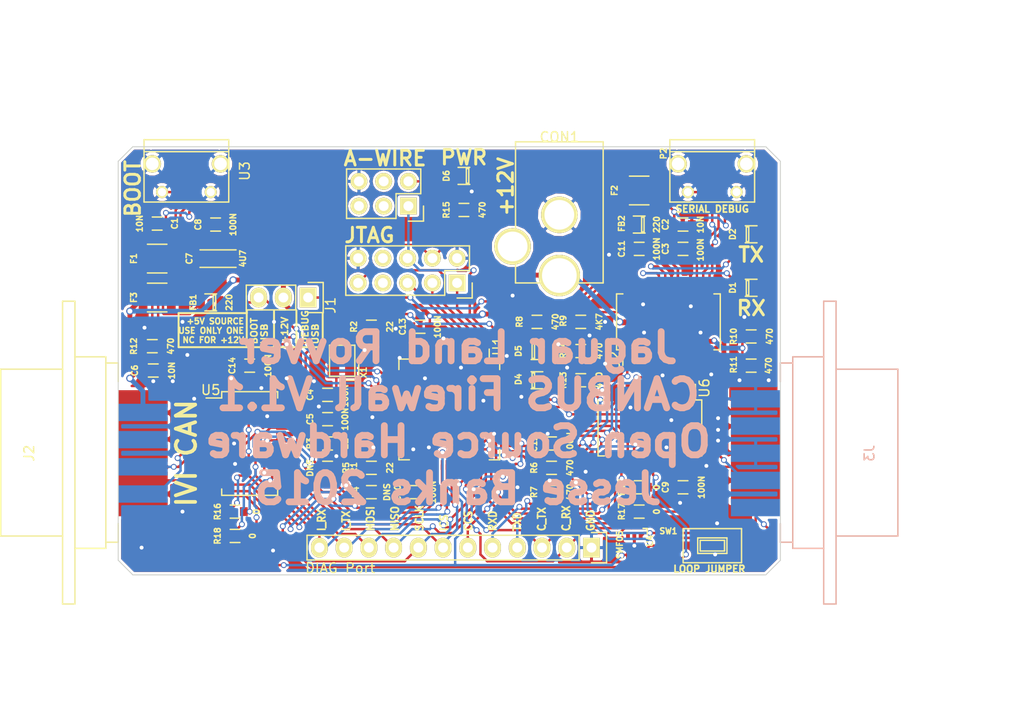
<source format=kicad_pcb>
(kicad_pcb (version 4) (host pcbnew "(2015-07-11 BZR 5925, Git c291b88)-product")
  (layers (0 F.Cu signal) (31 B.Cu signal) (34 B.Paste user) (35 F.Paste user) (36 B.SilkS user hide) (37 F.SilkS user) (38 B.Mask user) (39 F.Mask user) (44 Edge.Cuts user))
  (net 0 "")
  (net 1 "Net-(C1-Pad1)")
  (net 2 GND)
  (net 3 "Net-(C2-Pad1)")
  (net 4 "Net-(C3-Pad1)")
  (net 5 +12V)
  (net 6 +5V)
  (net 7 LOOP_A)
  (net 8 LOOP_B)
  (net 9 IVI_CANH)
  (net 10 IVI_CANL)
  (net 11 CAR_CANH)
  (net 12 CAR_CANL)
  (net 13 "Net-(J2-Pad6)")
  (net 14 ~RESET/A_DATA)
  (net 15 +3V3)
  (net 16 "Net-(C5-Pad1)")
  (net 17 "Net-(C7-Pad1)")
  (net 18 "Net-(F1-Pad1)")
  (net 19 "Net-(F2-Pad1)")
  (net 20 "Net-(R6-Pad2)")
  (net 21 "Net-(R7-Pad2)")
  (net 22 "Net-(R8-Pad1)")
  (net 23 USB5)
  (net 24 "Net-(D1-Pad2)")
  (net 25 "Net-(D2-Pad2)")
  (net 26 "Net-(D4-Pad2)")
  (net 27 "Net-(D5-Pad2)")
  (net 28 "Net-(D6-Pad2)")
  (net 29 VBUS)
  (net 30 TCK)
  (net 31 TDO)
  (net 32 TMS)
  (net 33 TDI)
  (net 34 "Net-(D1-Pad1)")
  (net 35 "Net-(D2-Pad1)")
  (net 36 LED1)
  (net 37 LED2)
  (net 38 USBM)
  (net 39 USBP)
  (net 40 USB-)
  (net 41 USB+)
  (net 42 IVI_CS)
  (net 43 CAR_CS)
  (net 44 MISO)
  (net 45 MOSI)
  (net 46 SCLK)
  (net 47 IVI_RxCAN)
  (net 48 IVI_TxCAN)
  (net 49 CAR_RxCAN)
  (net 50 CAR_TxCAN)
  (net 51 TX_DBG)
  (net 52 RX_DBG)
  (net 53 CLK1)
  (net 54 "Net-(R1-Pad2)")
  (net 55 CLK2)
  (net 56 CLK3)
  (net 57 CLK3_OUT)
  (net 58 CLK2_OUT)
  (net 59 IVI_STBY)
  (net 60 IVI_INT)
  (net 61 IVI_RESET)
  (net 62 CAR_STBY)
  (net 63 CAR_INT)
  (net 64 CAR_RESET)
  (net 65 "Net-(R16-Pad2)")
  (net 66 "Net-(R17-Pad2)")
  (net 67 "Net-(R18-Pad2)")
  (net 68 "Net-(R19-Pad2)")
  (module Connect:DB9F_CI (layer B.Cu) (at 108 142.5 90)
    (fp_text reference J3 (at 0 9.144 90) (layer B.SilkS) (effects (justify mirror)))
    (fp_text value DB9 hide)
    (pad 4 connect rect (at 2.794 -2.54 90) (size 1.778 5.08) (layers B.Cu B.Mask))
    (pad 3 connect rect (at 0 -2.54 90) (size 1.778 5.08) (layers B.Cu B.Mask) (net 2 GND))
    (pad 2 connect rect (at -2.794 -2.54 90) (size 1.778 5.08) (layers B.Cu B.Mask) (net 12 CAR_CANL))
    (pad 1 connect rect (at -5.588 -2.54 90) (size 1.778 5.08) (layers B.Cu B.Mask) (net 8 LOOP_B))
    (pad 5 connect rect (at 5.588 -2.54 90) (size 1.778 5.08) (layers B.Cu B.Mask) (net 2 GND))
    (pad 6 connect rect (at -4.191 -2.54 90) (size 1.778 5.08) (layers F.Cu F.Mask) (net 7 LOOP_A))
    (pad 7 connect rect (at -1.397 -2.54 90) (size 1.778 5.08) (layers F.Cu F.Mask) (net 11 CAR_CANH))
    (pad 8 connect rect (at 1.397 -2.54 90) (size 1.778 5.08) (layers F.Cu F.Mask))
    (pad 9 connect rect (at 4.191 -2.54 90) (size 1.778 5.08) (layers F.Cu F.Mask) (net 5 +12V))
  )
  (module Connect:DB9F_CI (layer F.Cu) (at 40 142.5 90)
    (fp_text reference J2 (at 0 -9.144 90) (layer F.SilkS))
    (fp_text value DB9 hide)
    (pad 4 connect rect (at 2.794 2.54 90) (size 1.778 5.08) (layers F.Cu F.Mask))
    (pad 3 connect rect (at 0 2.54 90) (size 1.778 5.08) (layers F.Cu F.Mask) (net 2 GND))
    (pad 2 connect rect (at -2.794 2.54 90) (size 1.778 5.08) (layers F.Cu F.Mask) (net 10 IVI_CANL))
    (pad 1 connect rect (at -5.588 2.54 90) (size 1.778 5.08) (layers F.Cu F.Mask) (net 14 ~RESET/A_DATA))
    (pad 5 connect rect (at 5.588 2.54 90) (size 1.778 5.08) (layers F.Cu F.Mask) (net 2 GND))
    (pad 6 connect rect (at -4.191 2.54 90) (size 1.778 5.08) (layers B.Cu B.Mask) (net 13 "Net-(J2-Pad6)"))
    (pad 7 connect rect (at -1.397 2.54 90) (size 1.778 5.08) (layers B.Cu B.Mask) (net 9 IVI_CANH))
    (pad 8 connect rect (at 1.397 2.54 90) (size 1.778 5.08) (layers B.Cu B.Mask))
    (pad 9 connect rect (at 4.191 2.54 90) (size 1.778 5.08) (layers B.Cu B.Mask) (net 5 +12V))
  )
  (module "Custom Parts:R_0603_sm" (layer F.Cu) (at 44 118.9 180)
    (fp_text reference C1 (at -1.8 0 270) (layer F.SilkS) (effects (font (size 0.6 0.6))))
    (fp_text value 10N (at 1.8 0 270) (layer F.SilkS) (effects (font (size 0.6 0.6))))
    (pad 1 smd rect (at -0.9 0 180) (size 0.8 0.9) (layers F.Cu F.Paste F.Mask) (net 1 "Net-(C1-Pad1)"))
    (pad 2 smd rect (at 0.9 0 180) (size 0.8 0.9) (layers F.Cu F.Paste F.Mask) (net 2 GND))
  )
  (module "Custom Parts:R_0603_sm" (layer F.Cu) (at 98 119)
    (fp_text reference C2 (at -1.8 0 90) (layer F.SilkS) (effects (font (size 0.6 0.6))))
    (fp_text value 10N (at 1.8 0 90) (layer F.SilkS) (effects (font (size 0.6 0.6))))
    (pad 1 smd rect (at -0.9 0) (size 0.8 0.9) (layers F.Cu F.Paste F.Mask) (net 3 "Net-(C2-Pad1)"))
    (pad 2 smd rect (at 0.9 0) (size 0.8 0.9) (layers F.Cu F.Paste F.Mask) (net 2 GND))
  )
  (module "Custom Parts:R_0603_sm" (layer F.Cu) (at 98 121.5 180)
    (fp_text reference C3 (at 1.8 0 270) (layer F.SilkS) (effects (font (size 0.6 0.6))))
    (fp_text value 100N (at -1.8 -0.1 270) (layer F.SilkS) (effects (font (size 0.6 0.6))))
    (pad 1 smd rect (at -0.9 0 180) (size 0.8 0.9) (layers F.Cu F.Paste F.Mask) (net 4 "Net-(C3-Pad1)"))
    (pad 2 smd rect (at 0.9 0 180) (size 0.8 0.9) (layers F.Cu F.Paste F.Mask) (net 2 GND))
  )
  (module "Custom Parts:R_0603_sm" (layer F.Cu) (at 61.5 136.5 180)
    (fp_text reference C4 (at 1.8 0 270) (layer F.SilkS) (effects (font (size 0.6 0.6))))
    (fp_text value 100N (at -1.8 -0.1 270) (layer F.SilkS) (effects (font (size 0.6 0.6))))
    (pad 1 smd rect (at -0.9 0 180) (size 0.8 0.9) (layers F.Cu F.Paste F.Mask) (net 15 +3V3))
    (pad 2 smd rect (at 0.9 0 180) (size 0.8 0.9) (layers F.Cu F.Paste F.Mask) (net 2 GND))
  )
  (module "Custom Parts:R_0603_sm" (layer F.Cu) (at 61.5 139 180)
    (fp_text reference C5 (at 1.8 0 270) (layer F.SilkS) (effects (font (size 0.6 0.6))))
    (fp_text value 100N (at -1.8 0 270) (layer F.SilkS) (effects (font (size 0.6 0.6))))
    (pad 1 smd rect (at -0.9 0 180) (size 0.8 0.9) (layers F.Cu F.Paste F.Mask) (net 16 "Net-(C5-Pad1)"))
    (pad 2 smd rect (at 0.9 0 180) (size 0.8 0.9) (layers F.Cu F.Paste F.Mask) (net 2 GND))
  )
  (module "Custom Parts:R_0603_sm" (layer F.Cu) (at 43.6 134)
    (fp_text reference C6 (at -1.9 0 90) (layer F.SilkS) (effects (font (size 0.6 0.6))))
    (fp_text value 10N (at 1.9 0 90) (layer F.SilkS) (effects (font (size 0.6 0.6))))
    (pad 1 smd rect (at -0.9 0) (size 0.8 0.9) (layers F.Cu F.Paste F.Mask) (net 5 +12V))
    (pad 2 smd rect (at 0.9 0) (size 0.8 0.9) (layers F.Cu F.Paste F.Mask) (net 2 GND))
  )
  (module Capacitors_Tantalum_SMD:TantalC_SizeA_EIA-3216_Reflow (layer F.Cu) (at 50 122.5 180)
    (fp_text reference C7 (at 2.7 0 270) (layer F.SilkS) (effects (font (size 0.6 0.6))))
    (fp_text value 4U7 (at -2.8 0 270) (layer F.SilkS) (effects (font (size 0.6 0.6))))
    (pad 2 smd rect (at 1.31 0 180) (size 1.8 1.23) (layers F.Cu F.Paste F.Mask) (net 2 GND))
    (pad 1 smd rect (at -1.31 0 180) (size 1.8 1.23) (layers F.Cu F.Paste F.Mask) (net 17 "Net-(C7-Pad1)"))
  )
  (module "Custom Parts:R_0603_sm" (layer F.Cu) (at 50 119 180)
    (fp_text reference C8 (at 1.8 0 270) (layer F.SilkS) (effects (font (size 0.6 0.6))))
    (fp_text value 100N (at -1.8 0 270) (layer F.SilkS) (effects (font (size 0.6 0.6))))
    (pad 1 smd rect (at -0.9 0 180) (size 0.8 0.9) (layers F.Cu F.Paste F.Mask) (net 17 "Net-(C7-Pad1)"))
    (pad 2 smd rect (at 0.9 0 180) (size 0.8 0.9) (layers F.Cu F.Paste F.Mask) (net 2 GND))
  )
  (module "Custom Parts:R_0603_sm" (layer F.Cu) (at 98 146 180)
    (fp_text reference C9 (at 1.8 0 270) (layer F.SilkS) (effects (font (size 0.6 0.6))))
    (fp_text value 100N (at -1.9 0 270) (layer F.SilkS) (effects (font (size 0.6 0.6))))
    (pad 1 smd rect (at -0.9 0 180) (size 0.8 0.9) (layers F.Cu F.Paste F.Mask) (net 6 +5V))
    (pad 2 smd rect (at 0.9 0 180) (size 0.8 0.9) (layers F.Cu F.Paste F.Mask) (net 2 GND))
  )
  (module "Custom Parts:R_0603_sm" (layer F.Cu) (at 70.5 146.5)
    (fp_text reference C10 (at -1.8 0.1 90) (layer F.SilkS) (effects (font (size 0.6 0.6))))
    (fp_text value 100N (at 1.8 0 90) (layer F.SilkS) (effects (font (size 0.6 0.6))))
    (pad 1 smd rect (at -0.9 0) (size 0.8 0.9) (layers F.Cu F.Paste F.Mask) (net 6 +5V))
    (pad 2 smd rect (at 0.9 0) (size 0.8 0.9) (layers F.Cu F.Paste F.Mask) (net 2 GND))
  )
  (module "Custom Parts:R_0603_sm" (layer F.Cu) (at 93.5 121.5 180)
    (fp_text reference C11 (at 1.8 0 270) (layer F.SilkS) (effects (font (size 0.6 0.6))))
    (fp_text value 100N (at -1.8 0 270) (layer F.SilkS) (effects (font (size 0.6 0.6))))
    (pad 1 smd rect (at -0.9 0 180) (size 0.8 0.9) (layers F.Cu F.Paste F.Mask) (net 6 +5V))
    (pad 2 smd rect (at 0.9 0 180) (size 0.8 0.9) (layers F.Cu F.Paste F.Mask) (net 2 GND))
  )
  (module "Custom Parts:R_0603_sm" (layer F.Cu) (at 84.5 141.5)
    (fp_text reference C12 (at -1.8 0 90) (layer F.SilkS) (effects (font (size 0.6 0.6))))
    (fp_text value 100N (at 1.9 0 90) (layer F.SilkS) (effects (font (size 0.6 0.6))))
    (pad 1 smd rect (at -0.9 0) (size 0.8 0.9) (layers F.Cu F.Paste F.Mask) (net 6 +5V))
    (pad 2 smd rect (at 0.9 0) (size 0.8 0.9) (layers F.Cu F.Paste F.Mask) (net 2 GND))
  )
  (module "Custom Parts:R_1210_SM" (layer F.Cu) (at 44 122.5 180)
    (fp_text reference F1 (at 2.4 0 270) (layer F.SilkS) (effects (font (size 0.6 0.6))))
    (fp_text value FUSE hide)
    (pad 1 smd rect (at -1.45 0 180) (size 0.9 2.5) (layers F.Cu F.Paste F.Mask) (net 18 "Net-(F1-Pad1)"))
    (pad 2 smd rect (at 1.45 0 180) (size 0.9 2.5) (layers F.Cu F.Paste F.Mask) (net 1 "Net-(C1-Pad1)"))
  )
  (module "Custom Parts:R_1210_SM" (layer F.Cu) (at 93.5 115.5)
    (fp_text reference F2 (at -2.54 0 90) (layer F.SilkS) (effects (font (size 0.6 0.6))))
    (fp_text value FUSE hide)
    (pad 1 smd rect (at -1.45 0) (size 0.9 2.5) (layers F.Cu F.Paste F.Mask) (net 19 "Net-(F2-Pad1)"))
    (pad 2 smd rect (at 1.45 0) (size 0.9 2.5) (layers F.Cu F.Paste F.Mask) (net 3 "Net-(C2-Pad1)"))
  )
  (module "Custom Parts:R_1210_SM" (layer F.Cu) (at 44 126.5)
    (fp_text reference F3 (at -2.4 0 90) (layer F.SilkS) (effects (font (size 0.6 0.6))))
    (fp_text value FUSE hide)
    (pad 1 smd rect (at -1.45 0) (size 0.9 2.5) (layers F.Cu F.Paste F.Mask) (net 5 +12V))
    (pad 2 smd rect (at 1.45 0) (size 0.9 2.5) (layers F.Cu F.Paste F.Mask) (net 17 "Net-(C7-Pad1)"))
  )
  (module "Custom Parts:R_0603_sm" (layer F.Cu) (at 84.5 144 180)
    (fp_text reference R6 (at 1.8 0 270) (layer F.SilkS) (effects (font (size 0.6 0.6))))
    (fp_text value 470 (at -1.9 0 270) (layer F.SilkS) (effects (font (size 0.6 0.6))))
    (pad 1 smd rect (at -0.9 0 180) (size 0.8 0.9) (layers F.Cu F.Paste F.Mask) (net 8 LOOP_B))
    (pad 2 smd rect (at 0.9 0 180) (size 0.8 0.9) (layers F.Cu F.Paste F.Mask) (net 20 "Net-(R6-Pad2)"))
  )
  (module "Custom Parts:R_0603_sm" (layer F.Cu) (at 84.5 146.5 180)
    (fp_text reference R7 (at 1.8 0 270) (layer F.SilkS) (effects (font (size 0.6 0.6))))
    (fp_text value 470 (at -1.9 0 270) (layer F.SilkS) (effects (font (size 0.6 0.6))))
    (pad 1 smd rect (at -0.9 0 180) (size 0.8 0.9) (layers F.Cu F.Paste F.Mask) (net 7 LOOP_A))
    (pad 2 smd rect (at 0.9 0 180) (size 0.8 0.9) (layers F.Cu F.Paste F.Mask) (net 21 "Net-(R7-Pad2)"))
  )
  (module "Custom Parts:R_0603_sm" (layer F.Cu) (at 83 129 180)
    (fp_text reference R8 (at 1.8 0 270) (layer F.SilkS) (effects (font (size 0.6 0.6))))
    (fp_text value 470 (at -1.9 0 270) (layer F.SilkS) (effects (font (size 0.6 0.6))))
    (pad 1 smd rect (at -0.9 0 180) (size 0.8 0.9) (layers F.Cu F.Paste F.Mask) (net 22 "Net-(R8-Pad1)"))
    (pad 2 smd rect (at 0.9 0 180) (size 0.8 0.9) (layers F.Cu F.Paste F.Mask) (net 23 USB5))
  )
  (module "Custom Parts:R_0603_sm" (layer F.Cu) (at 87.5 129)
    (fp_text reference R9 (at -1.8 -0.1 90) (layer F.SilkS) (effects (font (size 0.6 0.6))))
    (fp_text value 4K7 (at 1.9 0 90) (layer F.SilkS) (effects (font (size 0.6 0.6))))
    (pad 1 smd rect (at -0.9 0) (size 0.8 0.9) (layers F.Cu F.Paste F.Mask) (net 22 "Net-(R8-Pad1)"))
    (pad 2 smd rect (at 0.9 0) (size 0.8 0.9) (layers F.Cu F.Paste F.Mask) (net 2 GND))
  )
  (module "Custom Parts:R_0603_sm" (layer F.Cu) (at 105 130.5 180)
    (fp_text reference R10 (at 1.8 0 270) (layer F.SilkS) (effects (font (size 0.6 0.6))))
    (fp_text value 470 (at -1.9 0 270) (layer F.SilkS) (effects (font (size 0.6 0.6))))
    (pad 1 smd rect (at -0.9 0 180) (size 0.8 0.9) (layers F.Cu F.Paste F.Mask) (net 24 "Net-(D1-Pad2)"))
    (pad 2 smd rect (at 0.9 0 180) (size 0.8 0.9) (layers F.Cu F.Paste F.Mask) (net 6 +5V))
  )
  (module "Custom Parts:R_0603_sm" (layer F.Cu) (at 105 133.5 180)
    (fp_text reference R11 (at 1.8 0.1 270) (layer F.SilkS) (effects (font (size 0.6 0.6))))
    (fp_text value 470 (at -1.8 0 270) (layer F.SilkS) (effects (font (size 0.6 0.6))))
    (pad 1 smd rect (at -0.9 0 180) (size 0.8 0.9) (layers F.Cu F.Paste F.Mask) (net 25 "Net-(D2-Pad2)"))
    (pad 2 smd rect (at 0.9 0 180) (size 0.8 0.9) (layers F.Cu F.Paste F.Mask) (net 6 +5V))
  )
  (module "Custom Parts:R_0603_sm" (layer F.Cu) (at 43.5 131.5)
    (fp_text reference R12 (at -1.9 0 90) (layer F.SilkS) (effects (font (size 0.6 0.6))))
    (fp_text value 470 (at 1.9 0 90) (layer F.SilkS) (effects (font (size 0.6 0.6))))
    (pad 1 smd rect (at -0.9 0) (size 0.8 0.9) (layers F.Cu F.Paste F.Mask) (net 13 "Net-(J2-Pad6)"))
    (pad 2 smd rect (at 0.9 0) (size 0.8 0.9) (layers F.Cu F.Paste F.Mask) (net 6 +5V))
  )
  (module "Custom Parts:R_0603_sm" (layer F.Cu) (at 87.5 135)
    (fp_text reference R13 (at -1.8 0 90) (layer F.SilkS) (effects (font (size 0.6 0.6))))
    (fp_text value 470 (at 1.9 0 90) (layer F.SilkS) (effects (font (size 0.6 0.6))))
    (pad 1 smd rect (at -0.9 0) (size 0.8 0.9) (layers F.Cu F.Paste F.Mask) (net 26 "Net-(D4-Pad2)"))
    (pad 2 smd rect (at 0.9 0) (size 0.8 0.9) (layers F.Cu F.Paste F.Mask) (net 6 +5V))
  )
  (module "Custom Parts:R_0603_sm" (layer F.Cu) (at 87.5 132)
    (fp_text reference R14 (at -1.8 -0.1 90) (layer F.SilkS) (effects (font (size 0.6 0.6))))
    (fp_text value 470 (at 1.9 0 90) (layer F.SilkS) (effects (font (size 0.6 0.6))))
    (pad 1 smd rect (at -0.9 0) (size 0.8 0.9) (layers F.Cu F.Paste F.Mask) (net 27 "Net-(D5-Pad2)"))
    (pad 2 smd rect (at 0.9 0) (size 0.8 0.9) (layers F.Cu F.Paste F.Mask) (net 6 +5V))
  )
  (module "Custom Parts:R_0603_sm" (layer F.Cu) (at 75.5 117.5 180)
    (fp_text reference R15 (at 1.8 0 270) (layer F.SilkS) (effects (font (size 0.6 0.6))))
    (fp_text value 470 (at -1.9 0 270) (layer F.SilkS) (effects (font (size 0.6 0.6))))
    (pad 1 smd rect (at -0.9 0 180) (size 0.8 0.9) (layers F.Cu F.Paste F.Mask) (net 28 "Net-(D6-Pad2)"))
    (pad 2 smd rect (at 0.9 0 180) (size 0.8 0.9) (layers F.Cu F.Paste F.Mask) (net 6 +5V))
  )
  (module Diodes_SMD:D-Pak_TO252AA (layer F.Cu) (at 57 118)
    (fp_text reference U3 (at -4 -4.5 90) (layer F.SilkS))
    (fp_text value MC78M05CDT hide)
    (pad 3 smd rect (at 2.18 4.3) (size 1.55 2.78) (layers F.Cu F.Paste F.Mask) (net 6 +5V))
    (pad 4 smd rect (at 0 -2.335) (size 6.74 6.73) (layers F.Cu F.Paste F.Mask) (net 2 GND))
    (pad 1 smd rect (at -2.18 4.3) (size 1.55 2.78) (layers F.Cu F.Paste F.Mask) (net 17 "Net-(C7-Pad1)"))
  )
  (module Housings_SOT-23_SOT-143_TSOT-6:SC-70-6 (layer F.Cu) (at 93 152 180)
    (fp_text reference U4 (at -1.6 0.5 270) (layer F.SilkS) (effects (font (size 0.6 0.6))))
    (fp_text value SMF05 (at 1.5 0.1 270) (layer F.SilkS) (effects (font (size 0.6 0.6))))
    (pad 1 smd rect (at -0.65024 0.94996 180) (size 0.39878 0.7493) (layers F.Cu F.Paste F.Mask) (net 7 LOOP_A))
    (pad 2 smd rect (at 0 0.94996 180) (size 0.39878 0.7493) (layers F.Cu F.Paste F.Mask) (net 2 GND))
    (pad 3 smd rect (at 0.65024 0.94996 180) (size 0.39878 0.7493) (layers F.Cu F.Paste F.Mask))
    (pad 4 smd rect (at 0.65024 -0.94996 180) (size 0.39878 0.7493) (layers F.Cu F.Paste F.Mask) (net 14 ~RESET/A_DATA))
    (pad 5 smd rect (at 0 -0.94996 180) (size 0.39878 0.7493) (layers F.Cu F.Paste F.Mask))
    (pad 6 smd rect (at -0.65024 -0.94996 180) (size 0.39878 0.7493) (layers F.Cu F.Paste F.Mask) (net 8 LOOP_B))
  )
  (module Socket_Strips:Socket_Strip_Straight_2x05 (layer F.Cu) (at 74.8 125 180)
    (fp_text reference CON2 hide)
    (fp_text value AVR-JTAG-10 hide)
    (pad 1 thru_hole rect (at 0 0 180) (size 1.7272 1.7272) (drill 1.016) (layers *.Cu *.Mask F.SilkS) (net 30 TCK))
    (pad 2 thru_hole oval (at 0 2.54 180) (size 1.7272 1.7272) (drill 1.016) (layers *.Cu *.Mask F.SilkS) (net 2 GND))
    (pad 3 thru_hole oval (at 2.54 0 180) (size 1.7272 1.7272) (drill 1.016) (layers *.Cu *.Mask F.SilkS) (net 31 TDO))
    (pad 4 thru_hole oval (at 2.54 2.54 180) (size 1.7272 1.7272) (drill 1.016) (layers *.Cu *.Mask F.SilkS) (net 6 +5V))
    (pad 5 thru_hole oval (at 5.08 0 180) (size 1.7272 1.7272) (drill 1.016) (layers *.Cu *.Mask F.SilkS) (net 32 TMS))
    (pad 6 thru_hole oval (at 5.08 2.54 180) (size 1.7272 1.7272) (drill 1.016) (layers *.Cu *.Mask F.SilkS) (net 14 ~RESET/A_DATA))
    (pad 7 thru_hole oval (at 7.62 0 180) (size 1.7272 1.7272) (drill 1.016) (layers *.Cu *.Mask F.SilkS))
    (pad 8 thru_hole oval (at 7.62 2.54 180) (size 1.7272 1.7272) (drill 1.016) (layers *.Cu *.Mask F.SilkS))
    (pad 9 thru_hole oval (at 10.16 0 180) (size 1.7272 1.7272) (drill 1.016) (layers *.Cu *.Mask F.SilkS) (net 33 TDI))
    (pad 10 thru_hole oval (at 10.16 2.54 180) (size 1.7272 1.7272) (drill 1.016) (layers *.Cu *.Mask F.SilkS) (net 2 GND))
  )
  (module Socket_Strips:Socket_Strip_Straight_2x03 (layer F.Cu) (at 69.8 117.1 180)
    (fp_text reference CON3 hide)
    (fp_text value AVR-AW-6 hide)
    (pad 1 thru_hole rect (at 0 0 180) (size 1.7272 1.7272) (drill 1.016) (layers *.Cu *.Mask F.SilkS) (net 14 ~RESET/A_DATA))
    (pad 2 thru_hole oval (at 0 2.54 180) (size 1.7272 1.7272) (drill 1.016) (layers *.Cu *.Mask F.SilkS) (net 6 +5V))
    (pad 3 thru_hole oval (at 2.54 0 180) (size 1.7272 1.7272) (drill 1.016) (layers *.Cu *.Mask F.SilkS))
    (pad 4 thru_hole oval (at 2.54 2.54 180) (size 1.7272 1.7272) (drill 1.016) (layers *.Cu *.Mask F.SilkS))
    (pad 5 thru_hole oval (at 5.08 0 180) (size 1.7272 1.7272) (drill 1.016) (layers *.Cu *.Mask F.SilkS))
    (pad 6 thru_hole oval (at 5.08 2.54 180) (size 1.7272 1.7272) (drill 1.016) (layers *.Cu *.Mask F.SilkS) (net 2 GND))
  )
  (module "Custom Parts:Diode_0805_12" (layer F.Cu) (at 105 125.5)
    (fp_text reference D1 (at -1.9 0 90) (layer F.SilkS) (effects (font (size 0.6 0.6))))
    (fp_text value RED hide)
    (pad 1 smd rect (at -0.95 0) (size 0.7 1.3) (layers F.Cu F.Paste F.Mask) (net 34 "Net-(D1-Pad1)"))
    (pad 2 smd rect (at 0.95 0) (size 0.7 1.3) (layers F.Cu F.Paste F.Mask) (net 24 "Net-(D1-Pad2)"))
  )
  (module "Custom Parts:Diode_0805_12" (layer F.Cu) (at 105 120)
    (fp_text reference D2 (at -1.9 0 90) (layer F.SilkS) (effects (font (size 0.6 0.6))))
    (fp_text value BLUE hide)
    (pad 1 smd rect (at -0.95 0) (size 0.7 1.3) (layers F.Cu F.Paste F.Mask) (net 35 "Net-(D2-Pad1)"))
    (pad 2 smd rect (at 0.95 0) (size 0.7 1.3) (layers F.Cu F.Paste F.Mask) (net 25 "Net-(D2-Pad2)"))
  )
  (module "Custom Parts:Diode_0805_12" (layer F.Cu) (at 83 135)
    (fp_text reference D4 (at -1.9 -0.1 90) (layer F.SilkS) (effects (font (size 0.6 0.6))))
    (fp_text value RED hide)
    (pad 1 smd rect (at -0.95 0) (size 0.7 1.3) (layers F.Cu F.Paste F.Mask) (net 36 LED1))
    (pad 2 smd rect (at 0.95 0) (size 0.7 1.3) (layers F.Cu F.Paste F.Mask) (net 26 "Net-(D4-Pad2)"))
  )
  (module "Custom Parts:Diode_0805_12" (layer F.Cu) (at 83 132)
    (fp_text reference D5 (at -1.9 0 90) (layer F.SilkS) (effects (font (size 0.6 0.6))))
    (fp_text value BLUE hide)
    (pad 1 smd rect (at -0.95 0) (size 0.7 1.3) (layers F.Cu F.Paste F.Mask) (net 37 LED2))
    (pad 2 smd rect (at 0.95 0) (size 0.7 1.3) (layers F.Cu F.Paste F.Mask) (net 27 "Net-(D5-Pad2)"))
  )
  (module "Custom Parts:Diode_0805_12" (layer F.Cu) (at 75.5 114 180)
    (fp_text reference D6 (at 1.8 0 270) (layer F.SilkS) (effects (font (size 0.6 0.6))))
    (fp_text value BLUE hide)
    (pad 1 smd rect (at -0.95 0 180) (size 0.7 1.3) (layers F.Cu F.Paste F.Mask) (net 2 GND))
    (pad 2 smd rect (at 0.95 0 180) (size 0.7 1.3) (layers F.Cu F.Paste F.Mask) (net 28 "Net-(D6-Pad2)"))
  )
  (module "Custom Parts:Diode_0805_12_SM" (layer F.Cu) (at 49.5 127 180)
    (fp_text reference FB1 (at 1.8 0 270) (layer F.SilkS) (effects (font (size 0.6 0.6))))
    (fp_text value 220 (at -1.9 0 270) (layer F.SilkS) (effects (font (size 0.6 0.6))))
    (pad 1 smd rect (at -0.95 0 180) (size 0.7 1.3) (layers F.Cu F.Paste F.Mask) (net 29 VBUS))
    (pad 2 smd rect (at 0.95 0 180) (size 0.7 1.3) (layers F.Cu F.Paste F.Mask) (net 18 "Net-(F1-Pad1)"))
  )
  (module "Custom Parts:Diode_0805_12_SM" (layer F.Cu) (at 93.5 119 180)
    (fp_text reference FB2 (at 1.8 0.1 270) (layer F.SilkS) (effects (font (size 0.6 0.6))))
    (fp_text value 220 (at -1.8 0 270) (layer F.SilkS) (effects (font (size 0.6 0.6))))
    (pad 1 smd rect (at -0.95 0 180) (size 0.7 1.3) (layers F.Cu F.Paste F.Mask) (net 23 USB5))
    (pad 2 smd rect (at 0.95 0 180) (size 0.7 1.3) (layers F.Cu F.Paste F.Mask) (net 19 "Net-(F2-Pad1)"))
  )
  (module Socket_Strips:Socket_Strip_Straight_1x03 (layer F.Cu) (at 59.5 126.5 180)
    (fp_text reference J1 (at -2.3 -0.8 270) (layer F.SilkS))
    (fp_text value +5V_SRC hide)
    (pad 1 thru_hole rect (at 0 0 180) (size 1.7272 2.032) (drill 1.016) (layers *.Cu *.Mask F.SilkS) (net 23 USB5))
    (pad 2 thru_hole oval (at 2.54 0 180) (size 1.7272 2.032) (drill 1.016) (layers *.Cu *.Mask F.SilkS) (net 6 +5V))
    (pad 3 thru_hole oval (at 5.08 0 180) (size 1.7272 2.032) (drill 1.016) (layers *.Cu *.Mask F.SilkS) (net 29 VBUS))
  )
  (module "Custom Parts:USB_Micro-B-DX4R005JJ2R1800" (layer F.Cu) (at 47 111.5 180)
    (fp_text reference P1 hide)
    (fp_text value USB_OTG hide)
    (pad 6 thru_hole circle (at -3.5009 -1.26254 270) (size 1.8 1.8) (drill 1.3) (layers *.Cu *.Mask F.SilkS) (net 2 GND))
    (pad 1 smd rect (at -1.3009 -4.16254 270) (size 1.35 0.4) (layers F.Cu F.Paste F.Mask) (net 1 "Net-(C1-Pad1)"))
    (pad 2 smd rect (at -0.6509 -4.16254 270) (size 1.35 0.4) (layers F.Cu F.Paste F.Mask) (net 38 USBM))
    (pad 3 smd rect (at -0.0009 -4.16254 270) (size 1.35 0.4) (layers F.Cu F.Paste F.Mask) (net 39 USBP))
    (pad 4 smd rect (at 0.6491 -4.16254 270) (size 1.35 0.4) (layers F.Cu F.Paste F.Mask))
    (pad 5 smd rect (at 1.2991 -4.16254 270) (size 1.35 0.4) (layers F.Cu F.Paste F.Mask) (net 2 GND))
    (pad 6 thru_hole circle (at -2.5009 -4.16254 270) (size 1.25 1.25) (drill 0.85) (layers *.Cu *.Mask F.SilkS) (net 2 GND))
    (pad 6 thru_hole circle (at 2.4991 -4.16254 270) (size 1.25 1.25) (drill 0.85) (layers *.Cu *.Mask F.SilkS) (net 2 GND))
    (pad 6 thru_hole circle (at 3.4991 -1.26254 270) (size 1.8 1.8) (drill 1.3) (layers *.Cu *.Mask F.SilkS) (net 2 GND))
    (pad 6 smd rect (at -1.65 -1.45 180) (size 1.1 2.1) (layers F.Cu F.Paste F.Mask) (net 2 GND))
    (pad 6 smd rect (at 1.65 -1.45 180) (size 1.1 2.1) (layers F.Cu F.Paste F.Mask) (net 2 GND))
  )
  (module "Custom Parts:USB_Micro-B-DX4R005JJ2R1800" (layer F.Cu) (at 101 111.5 180)
    (fp_text reference P2 (at 5 -0.2 270) (layer F.SilkS) (effects (font (size 0.6 0.6))))
    (fp_text value USB_OTG hide)
    (pad 6 thru_hole circle (at -3.5009 -1.26254 270) (size 1.8 1.8) (drill 1.3) (layers *.Cu *.Mask F.SilkS) (net 2 GND))
    (pad 1 smd rect (at -1.3009 -4.16254 270) (size 1.35 0.4) (layers F.Cu F.Paste F.Mask) (net 3 "Net-(C2-Pad1)"))
    (pad 2 smd rect (at -0.6509 -4.16254 270) (size 1.35 0.4) (layers F.Cu F.Paste F.Mask) (net 40 USB-))
    (pad 3 smd rect (at -0.0009 -4.16254 270) (size 1.35 0.4) (layers F.Cu F.Paste F.Mask) (net 41 USB+))
    (pad 4 smd rect (at 0.6491 -4.16254 270) (size 1.35 0.4) (layers F.Cu F.Paste F.Mask))
    (pad 5 smd rect (at 1.2991 -4.16254 270) (size 1.35 0.4) (layers F.Cu F.Paste F.Mask) (net 2 GND))
    (pad 6 thru_hole circle (at -2.5009 -4.16254 270) (size 1.25 1.25) (drill 0.85) (layers *.Cu *.Mask F.SilkS) (net 2 GND))
    (pad 6 thru_hole circle (at 2.4991 -4.16254 270) (size 1.25 1.25) (drill 0.85) (layers *.Cu *.Mask F.SilkS) (net 2 GND))
    (pad 6 thru_hole circle (at 3.4991 -1.26254 270) (size 1.8 1.8) (drill 1.3) (layers *.Cu *.Mask F.SilkS) (net 2 GND))
    (pad 6 smd rect (at -1.65 -1.45 180) (size 1.1 2.1) (layers F.Cu F.Paste F.Mask) (net 2 GND))
    (pad 6 smd rect (at 1.65 -1.45 180) (size 1.1 2.1) (layers F.Cu F.Paste F.Mask) (net 2 GND))
  )
  (module Socket_Strips:Socket_Strip_Straight_1x12 (layer F.Cu) (at 88.6 152.2 180)
    (fp_text reference P3 hide)
    (fp_text value "DIAG Port" (at 25.8 -2.1 180) (layer F.SilkS))
    (pad 1 thru_hole rect (at 0 0 180) (size 1.7272 2.032) (drill 1.016) (layers *.Cu *.Mask F.SilkS) (net 2 GND))
    (pad 2 thru_hole oval (at 2.54 0 180) (size 1.7272 2.032) (drill 1.016) (layers *.Cu *.Mask F.SilkS) (net 49 CAR_RxCAN))
    (pad 3 thru_hole oval (at 5.08 0 180) (size 1.7272 2.032) (drill 1.016) (layers *.Cu *.Mask F.SilkS) (net 50 CAR_TxCAN))
    (pad 4 thru_hole oval (at 7.62 0 180) (size 1.7272 2.032) (drill 1.016) (layers *.Cu *.Mask F.SilkS) (net 51 TX_DBG))
    (pad 5 thru_hole oval (at 10.16 0 180) (size 1.7272 2.032) (drill 1.016) (layers *.Cu *.Mask F.SilkS) (net 52 RX_DBG))
    (pad 6 thru_hole oval (at 12.7 0 180) (size 1.7272 2.032) (drill 1.016) (layers *.Cu *.Mask F.SilkS) (net 43 CAR_CS))
    (pad 7 thru_hole oval (at 15.24 0 180) (size 1.7272 2.032) (drill 1.016) (layers *.Cu *.Mask F.SilkS) (net 42 IVI_CS))
    (pad 8 thru_hole oval (at 17.78 0 180) (size 1.7272 2.032) (drill 1.016) (layers *.Cu *.Mask F.SilkS) (net 46 SCLK))
    (pad 9 thru_hole oval (at 20.32 0 180) (size 1.7272 2.032) (drill 1.016) (layers *.Cu *.Mask F.SilkS) (net 44 MISO))
    (pad 10 thru_hole oval (at 22.86 0 180) (size 1.7272 2.032) (drill 1.016) (layers *.Cu *.Mask F.SilkS) (net 45 MOSI))
    (pad 11 thru_hole oval (at 25.4 0 180) (size 1.7272 2.032) (drill 1.016) (layers *.Cu *.Mask F.SilkS) (net 48 IVI_TxCAN))
    (pad 12 thru_hole oval (at 27.94 0 180) (size 1.7272 2.032) (drill 1.016) (layers *.Cu *.Mask F.SilkS) (net 47 IVI_RxCAN))
  )
  (module "Custom Parts:R_0603_sm" (layer F.Cu) (at 66 144 180)
    (fp_text reference R1 (at 1.8 0 270) (layer F.SilkS) (effects (font (size 0.6 0.6))))
    (fp_text value 22 (at -1.9 0 270) (layer F.SilkS) (effects (font (size 0.6 0.6))))
    (pad 1 smd rect (at -0.9 0 180) (size 0.8 0.9) (layers F.Cu F.Paste F.Mask) (net 53 CLK1))
    (pad 2 smd rect (at 0.9 0 180) (size 0.8 0.9) (layers F.Cu F.Paste F.Mask) (net 54 "Net-(R1-Pad2)"))
  )
  (module "Custom Parts:R_0603_sm" (layer F.Cu) (at 66 129.5 180)
    (fp_text reference R2 (at 1.8 0 270) (layer F.SilkS) (effects (font (size 0.6 0.6))))
    (fp_text value 22 (at -1.9 0 270) (layer F.SilkS) (effects (font (size 0.6 0.6))))
    (pad 1 smd rect (at -0.9 0 180) (size 0.8 0.9) (layers F.Cu F.Paste F.Mask) (net 55 CLK2))
    (pad 2 smd rect (at 0.9 0 180) (size 0.8 0.9) (layers F.Cu F.Paste F.Mask) (net 54 "Net-(R1-Pad2)"))
  )
  (module "Custom Parts:R_0603_sm" (layer F.Cu) (at 61.5 141.5 180)
    (fp_text reference R3 (at 1.8 0 270) (layer F.SilkS) (effects (font (size 0.6 0.6))))
    (fp_text value 22 (at -1.8 0 270) (layer F.SilkS) (effects (font (size 0.6 0.6))))
    (pad 1 smd rect (at -0.9 0 180) (size 0.8 0.9) (layers F.Cu F.Paste F.Mask) (net 56 CLK3))
    (pad 2 smd rect (at 0.9 0 180) (size 0.8 0.9) (layers F.Cu F.Paste F.Mask) (net 54 "Net-(R1-Pad2)"))
  )
  (module "Custom Parts:R_0603_sm" (layer F.Cu) (at 66 146.5 180)
    (fp_text reference R4 (at 1.6 0 270) (layer F.SilkS) (effects (font (size 0.6 0.6))))
    (fp_text value DNS (at -1.6 0 270) (layer F.SilkS) (effects (font (size 0.6 0.6))))
    (pad 1 smd rect (at -0.9 0 180) (size 0.8 0.9) (layers F.Cu F.Paste F.Mask) (net 53 CLK1))
    (pad 2 smd rect (at 0.9 0 180) (size 0.8 0.9) (layers F.Cu F.Paste F.Mask) (net 57 CLK3_OUT))
  )
  (module "Custom Parts:R_0603_sm" (layer F.Cu) (at 61.5 144)
    (fp_text reference R5 (at 1.9 0 90) (layer F.SilkS) (effects (font (size 0.6 0.6))))
    (fp_text value DNS (at -1.8 0 90) (layer F.SilkS) (effects (font (size 0.6 0.6))))
    (pad 1 smd rect (at -0.9 0) (size 0.8 0.9) (layers F.Cu F.Paste F.Mask) (net 56 CLK3))
    (pad 2 smd rect (at 0.9 0) (size 0.8 0.9) (layers F.Cu F.Paste F.Mask) (net 58 CLK2_OUT))
  )
  (module Housings_QFP:LQFP-64_10x10mm_Pitch0.5mm (layer F.Cu) (at 74 138 270)
    (fp_text reference U1 (at -6.5 -5 270) (layer F.SilkS))
    (fp_text value AT32UC3C hide)
    (pad 1 smd rect (at -5.7 -3.75 270) (size 1 0.25) (layers F.Cu F.Paste F.Mask) (net 30 TCK))
    (pad 2 smd rect (at -5.7 -3.25 270) (size 1 0.25) (layers F.Cu F.Paste F.Mask) (net 33 TDI))
    (pad 3 smd rect (at -5.7 -2.75 270) (size 1 0.25) (layers F.Cu F.Paste F.Mask) (net 31 TDO))
    (pad 4 smd rect (at -5.7 -2.25 270) (size 1 0.25) (layers F.Cu F.Paste F.Mask) (net 32 TMS))
    (pad 5 smd rect (at -5.7 -1.75 270) (size 1 0.25) (layers F.Cu F.Paste F.Mask) (net 6 +5V))
    (pad 6 smd rect (at -5.7 -1.25 270) (size 1 0.25) (layers F.Cu F.Paste F.Mask) (net 2 GND))
    (pad 7 smd rect (at -5.7 -0.75 270) (size 1 0.25) (layers F.Cu F.Paste F.Mask))
    (pad 8 smd rect (at -5.7 -0.25 270) (size 1 0.25) (layers F.Cu F.Paste F.Mask))
    (pad 9 smd rect (at -5.7 0.25 270) (size 1 0.25) (layers F.Cu F.Paste F.Mask))
    (pad 10 smd rect (at -5.7 0.75 270) (size 1 0.25) (layers F.Cu F.Paste F.Mask))
    (pad 11 smd rect (at -5.7 1.25 270) (size 1 0.25) (layers F.Cu F.Paste F.Mask))
    (pad 12 smd rect (at -5.7 1.75 270) (size 1 0.25) (layers F.Cu F.Paste F.Mask))
    (pad 13 smd rect (at -5.7 2.25 270) (size 1 0.25) (layers F.Cu F.Paste F.Mask))
    (pad 14 smd rect (at -5.7 2.75 270) (size 1 0.25) (layers F.Cu F.Paste F.Mask) (net 6 +5V))
    (pad 15 smd rect (at -5.7 3.25 270) (size 1 0.25) (layers F.Cu F.Paste F.Mask) (net 2 GND))
    (pad 16 smd rect (at -5.7 3.75 270) (size 1 0.25) (layers F.Cu F.Paste F.Mask))
    (pad 17 smd rect (at -3.75 5.7) (size 1 0.25) (layers F.Cu F.Paste F.Mask) (net 2 GND))
    (pad 18 smd rect (at -3.25 5.7) (size 1 0.25) (layers F.Cu F.Paste F.Mask) (net 6 +5V))
    (pad 19 smd rect (at -2.75 5.7) (size 1 0.25) (layers F.Cu F.Paste F.Mask))
    (pad 20 smd rect (at -2.25 5.7) (size 1 0.25) (layers F.Cu F.Paste F.Mask))
    (pad 21 smd rect (at -1.75 5.7) (size 1 0.25) (layers F.Cu F.Paste F.Mask))
    (pad 22 smd rect (at -1.25 5.7) (size 1 0.25) (layers F.Cu F.Paste F.Mask))
    (pad 23 smd rect (at -0.75 5.7) (size 1 0.25) (layers F.Cu F.Paste F.Mask) (net 29 VBUS))
    (pad 24 smd rect (at -0.25 5.7) (size 1 0.25) (layers F.Cu F.Paste F.Mask) (net 38 USBM))
    (pad 25 smd rect (at 0.25 5.7) (size 1 0.25) (layers F.Cu F.Paste F.Mask) (net 39 USBP))
    (pad 26 smd rect (at 0.75 5.7) (size 1 0.25) (layers F.Cu F.Paste F.Mask) (net 2 GND))
    (pad 27 smd rect (at 1.25 5.7) (size 1 0.25) (layers F.Cu F.Paste F.Mask) (net 6 +5V))
    (pad 28 smd rect (at 1.75 5.7) (size 1 0.25) (layers F.Cu F.Paste F.Mask) (net 15 +3V3))
    (pad 29 smd rect (at 2.25 5.7) (size 1 0.25) (layers F.Cu F.Paste F.Mask) (net 16 "Net-(C5-Pad1)"))
    (pad 30 smd rect (at 2.75 5.7) (size 1 0.25) (layers F.Cu F.Paste F.Mask) (net 2 GND))
    (pad 31 smd rect (at 3.25 5.7) (size 1 0.25) (layers F.Cu F.Paste F.Mask) (net 53 CLK1))
    (pad 32 smd rect (at 3.75 5.7) (size 1 0.25) (layers F.Cu F.Paste F.Mask))
    (pad 33 smd rect (at 5.7 3.75 270) (size 1 0.25) (layers F.Cu F.Paste F.Mask))
    (pad 34 smd rect (at 5.7 3.25 270) (size 1 0.25) (layers F.Cu F.Paste F.Mask) (net 60 IVI_INT))
    (pad 35 smd rect (at 5.7 2.75 270) (size 1 0.25) (layers F.Cu F.Paste F.Mask) (net 6 +5V))
    (pad 36 smd rect (at 5.7 2.25 270) (size 1 0.25) (layers F.Cu F.Paste F.Mask) (net 2 GND))
    (pad 37 smd rect (at 5.7 1.75 270) (size 1 0.25) (layers F.Cu F.Paste F.Mask) (net 61 IVI_RESET))
    (pad 38 smd rect (at 5.7 1.25 270) (size 1 0.25) (layers F.Cu F.Paste F.Mask) (net 59 IVI_STBY))
    (pad 39 smd rect (at 5.7 0.75 270) (size 1 0.25) (layers F.Cu F.Paste F.Mask) (net 47 IVI_RxCAN))
    (pad 40 smd rect (at 5.7 0.25 270) (size 1 0.25) (layers F.Cu F.Paste F.Mask) (net 48 IVI_TxCAN))
    (pad 41 smd rect (at 5.7 -0.25 270) (size 1 0.25) (layers F.Cu F.Paste F.Mask) (net 42 IVI_CS))
    (pad 42 smd rect (at 5.7 -0.75 270) (size 1 0.25) (layers F.Cu F.Paste F.Mask))
    (pad 43 smd rect (at 5.7 -1.25 270) (size 1 0.25) (layers F.Cu F.Paste F.Mask) (net 21 "Net-(R7-Pad2)"))
    (pad 44 smd rect (at 5.7 -1.75 270) (size 1 0.25) (layers F.Cu F.Paste F.Mask) (net 20 "Net-(R6-Pad2)"))
    (pad 45 smd rect (at 5.7 -2.25 270) (size 1 0.25) (layers F.Cu F.Paste F.Mask) (net 49 CAR_RxCAN))
    (pad 46 smd rect (at 5.7 -2.75 270) (size 1 0.25) (layers F.Cu F.Paste F.Mask) (net 50 CAR_TxCAN))
    (pad 47 smd rect (at 5.7 -3.25 270) (size 1 0.25) (layers F.Cu F.Paste F.Mask) (net 45 MOSI))
    (pad 48 smd rect (at 5.7 -3.75 270) (size 1 0.25) (layers F.Cu F.Paste F.Mask) (net 44 MISO))
    (pad 49 smd rect (at 3.75 -5.7) (size 1 0.25) (layers F.Cu F.Paste F.Mask) (net 46 SCLK))
    (pad 50 smd rect (at 3.25 -5.7) (size 1 0.25) (layers F.Cu F.Paste F.Mask) (net 43 CAR_CS))
    (pad 51 smd rect (at 2.75 -5.7) (size 1 0.25) (layers F.Cu F.Paste F.Mask) (net 6 +5V))
    (pad 52 smd rect (at 2.25 -5.7) (size 1 0.25) (layers F.Cu F.Paste F.Mask) (net 2 GND))
    (pad 53 smd rect (at 1.75 -5.7) (size 1 0.25) (layers F.Cu F.Paste F.Mask) (net 51 TX_DBG))
    (pad 54 smd rect (at 1.25 -5.7) (size 1 0.25) (layers F.Cu F.Paste F.Mask) (net 52 RX_DBG))
    (pad 55 smd rect (at 0.75 -5.7) (size 1 0.25) (layers F.Cu F.Paste F.Mask) (net 64 CAR_RESET))
    (pad 56 smd rect (at 0.25 -5.7) (size 1 0.25) (layers F.Cu F.Paste F.Mask) (net 62 CAR_STBY))
    (pad 57 smd rect (at -0.25 -5.7) (size 1 0.25) (layers F.Cu F.Paste F.Mask) (net 63 CAR_INT))
    (pad 58 smd rect (at -0.75 -5.7) (size 1 0.25) (layers F.Cu F.Paste F.Mask))
    (pad 59 smd rect (at -1.25 -5.7) (size 1 0.25) (layers F.Cu F.Paste F.Mask))
    (pad 60 smd rect (at -1.75 -5.7) (size 1 0.25) (layers F.Cu F.Paste F.Mask))
    (pad 61 smd rect (at -2.25 -5.7) (size 1 0.25) (layers F.Cu F.Paste F.Mask))
    (pad 62 smd rect (at -2.75 -5.7) (size 1 0.25) (layers F.Cu F.Paste F.Mask) (net 36 LED1))
    (pad 63 smd rect (at -3.25 -5.7) (size 1 0.25) (layers F.Cu F.Paste F.Mask) (net 37 LED2))
    (pad 64 smd rect (at -3.75 -5.7) (size 1 0.25) (layers F.Cu F.Paste F.Mask) (net 14 ~RESET/A_DATA))
  )
  (module Housings_SSOP:SSOP-28_5.3x10.2mm_Pitch0.65mm (layer F.Cu) (at 96.5 129 90)
    (fp_text reference U2 (at -4 -5.5 90) (layer F.SilkS))
    (fp_text value FT232RL-SSOP hide)
    (pad 1 smd rect (at -3.6 -4.225 90) (size 1.75 0.45) (layers F.Cu F.Paste F.Mask) (net 52 RX_DBG))
    (pad 2 smd rect (at -3.6 -3.575 90) (size 1.75 0.45) (layers F.Cu F.Paste F.Mask))
    (pad 3 smd rect (at -3.6 -2.925 90) (size 1.75 0.45) (layers F.Cu F.Paste F.Mask))
    (pad 4 smd rect (at -3.6 -2.275 90) (size 1.75 0.45) (layers F.Cu F.Paste F.Mask) (net 6 +5V))
    (pad 5 smd rect (at -3.6 -1.625 90) (size 1.75 0.45) (layers F.Cu F.Paste F.Mask) (net 51 TX_DBG))
    (pad 6 smd rect (at -3.6 -0.975 90) (size 1.75 0.45) (layers F.Cu F.Paste F.Mask))
    (pad 7 smd rect (at -3.6 -0.325 90) (size 1.75 0.45) (layers F.Cu F.Paste F.Mask) (net 2 GND))
    (pad 8 smd rect (at -3.6 0.325 90) (size 1.75 0.45) (layers F.Cu F.Paste F.Mask))
    (pad 9 smd rect (at -3.6 0.975 90) (size 1.75 0.45) (layers F.Cu F.Paste F.Mask))
    (pad 10 smd rect (at -3.6 1.625 90) (size 1.75 0.45) (layers F.Cu F.Paste F.Mask))
    (pad 11 smd rect (at -3.6 2.275 90) (size 1.75 0.45) (layers F.Cu F.Paste F.Mask))
    (pad 12 smd rect (at -3.6 2.925 90) (size 1.75 0.45) (layers F.Cu F.Paste F.Mask))
    (pad 13 smd rect (at -3.6 3.575 90) (size 1.75 0.45) (layers F.Cu F.Paste F.Mask))
    (pad 14 smd rect (at -3.6 4.225 90) (size 1.75 0.45) (layers F.Cu F.Paste F.Mask))
    (pad 15 smd rect (at 3.6 4.225 90) (size 1.75 0.45) (layers F.Cu F.Paste F.Mask) (net 41 USB+))
    (pad 16 smd rect (at 3.6 3.575 90) (size 1.75 0.45) (layers F.Cu F.Paste F.Mask) (net 40 USB-))
    (pad 17 smd rect (at 3.6 2.925 90) (size 1.75 0.45) (layers F.Cu F.Paste F.Mask) (net 4 "Net-(C3-Pad1)"))
    (pad 18 smd rect (at 3.6 2.275 90) (size 1.75 0.45) (layers F.Cu F.Paste F.Mask) (net 2 GND))
    (pad 19 smd rect (at 3.6 1.625 90) (size 1.75 0.45) (layers F.Cu F.Paste F.Mask) (net 22 "Net-(R8-Pad1)"))
    (pad 20 smd rect (at 3.6 0.975 90) (size 1.75 0.45) (layers F.Cu F.Paste F.Mask) (net 6 +5V))
    (pad 21 smd rect (at 3.6 0.325 90) (size 1.75 0.45) (layers F.Cu F.Paste F.Mask) (net 2 GND))
    (pad 22 smd rect (at 3.6 -0.325 90) (size 1.75 0.45) (layers F.Cu F.Paste F.Mask) (net 35 "Net-(D2-Pad1)"))
    (pad 23 smd rect (at 3.6 -0.975 90) (size 1.75 0.45) (layers F.Cu F.Paste F.Mask) (net 34 "Net-(D1-Pad1)"))
    (pad 24 smd rect (at 3.6 -1.625 90) (size 1.75 0.45) (layers F.Cu F.Paste F.Mask))
    (pad 25 smd rect (at 3.6 -2.275 90) (size 1.75 0.45) (layers F.Cu F.Paste F.Mask) (net 2 GND))
    (pad 26 smd rect (at 3.6 -2.925 90) (size 1.75 0.45) (layers F.Cu F.Paste F.Mask) (net 2 GND))
    (pad 27 smd rect (at 3.6 -3.575 90) (size 1.75 0.45) (layers F.Cu F.Paste F.Mask))
    (pad 28 smd rect (at 3.6 -4.225 90) (size 1.75 0.45) (layers F.Cu F.Paste F.Mask))
  )
  (module Housings_SSOP:SSOP-28_5.3x10.2mm_Pitch0.65mm (layer F.Cu) (at 53.5 141.5)
    (fp_text reference U5 (at -4 -5.5) (layer F.SilkS))
    (fp_text value MCP25625 hide)
    (pad 1 smd rect (at -3.6 -4.225) (size 1.75 0.45) (layers F.Cu F.Paste F.Mask) (net 6 +5V))
    (pad 2 smd rect (at -3.6 -3.575) (size 1.75 0.45) (layers F.Cu F.Paste F.Mask))
    (pad 3 smd rect (at -3.6 -2.925) (size 1.75 0.45) (layers F.Cu F.Paste F.Mask) (net 9 IVI_CANH))
    (pad 4 smd rect (at -3.6 -2.275) (size 1.75 0.45) (layers F.Cu F.Paste F.Mask) (net 10 IVI_CANL))
    (pad 5 smd rect (at -3.6 -1.625) (size 1.75 0.45) (layers F.Cu F.Paste F.Mask) (net 59 IVI_STBY))
    (pad 6 smd rect (at -3.6 -0.975) (size 1.75 0.45) (layers F.Cu F.Paste F.Mask))
    (pad 7 smd rect (at -3.6 -0.325) (size 1.75 0.45) (layers F.Cu F.Paste F.Mask))
    (pad 8 smd rect (at -3.6 0.325) (size 1.75 0.45) (layers F.Cu F.Paste F.Mask))
    (pad 9 smd rect (at -3.6 0.975) (size 1.75 0.45) (layers F.Cu F.Paste F.Mask) (net 56 CLK3))
    (pad 10 smd rect (at -3.6 1.625) (size 1.75 0.45) (layers F.Cu F.Paste F.Mask) (net 2 GND))
    (pad 11 smd rect (at -3.6 2.275) (size 1.75 0.45) (layers F.Cu F.Paste F.Mask))
    (pad 12 smd rect (at -3.6 2.925) (size 1.75 0.45) (layers F.Cu F.Paste F.Mask))
    (pad 13 smd rect (at -3.6 3.575) (size 1.75 0.45) (layers F.Cu F.Paste F.Mask) (net 60 IVI_INT))
    (pad 14 smd rect (at -3.6 4.225) (size 1.75 0.45) (layers F.Cu F.Paste F.Mask) (net 46 SCLK))
    (pad 15 smd rect (at 3.6 4.225) (size 1.75 0.45) (layers F.Cu F.Paste F.Mask) (net 45 MOSI))
    (pad 16 smd rect (at 3.6 3.575) (size 1.75 0.45) (layers F.Cu F.Paste F.Mask) (net 44 MISO))
    (pad 17 smd rect (at 3.6 2.925) (size 1.75 0.45) (layers F.Cu F.Paste F.Mask) (net 42 IVI_CS))
    (pad 18 smd rect (at 3.6 2.275) (size 1.75 0.45) (layers F.Cu F.Paste F.Mask) (net 61 IVI_RESET))
    (pad 19 smd rect (at 3.6 1.625) (size 1.75 0.45) (layers F.Cu F.Paste F.Mask) (net 6 +5V))
    (pad 20 smd rect (at 3.6 0.975) (size 1.75 0.45) (layers F.Cu F.Paste F.Mask) (net 67 "Net-(R18-Pad2)"))
    (pad 21 smd rect (at 3.6 0.325) (size 1.75 0.45) (layers F.Cu F.Paste F.Mask) (net 65 "Net-(R16-Pad2)"))
    (pad 22 smd rect (at 3.6 -0.325) (size 1.75 0.45) (layers F.Cu F.Paste F.Mask) (net 57 CLK3_OUT))
    (pad 23 smd rect (at 3.6 -0.975) (size 1.75 0.45) (layers F.Cu F.Paste F.Mask))
    (pad 24 smd rect (at 3.6 -1.625) (size 1.75 0.45) (layers F.Cu F.Paste F.Mask) (net 48 IVI_TxCAN))
    (pad 25 smd rect (at 3.6 -2.275) (size 1.75 0.45) (layers F.Cu F.Paste F.Mask))
    (pad 26 smd rect (at 3.6 -2.925) (size 1.75 0.45) (layers F.Cu F.Paste F.Mask) (net 2 GND))
    (pad 27 smd rect (at 3.6 -3.575) (size 1.75 0.45) (layers F.Cu F.Paste F.Mask) (net 6 +5V))
    (pad 28 smd rect (at 3.6 -4.225) (size 1.75 0.45) (layers F.Cu F.Paste F.Mask) (net 47 IVI_RxCAN))
  )
  (module Housings_SSOP:SSOP-28_5.3x10.2mm_Pitch0.65mm (layer F.Cu) (at 94.6 139.9 270)
    (fp_text reference U6 (at -4.1 -5.6 270) (layer F.SilkS))
    (fp_text value MCP25625 hide)
    (pad 1 smd rect (at -3.6 -4.225 270) (size 1.75 0.45) (layers F.Cu F.Paste F.Mask) (net 6 +5V))
    (pad 2 smd rect (at -3.6 -3.575 270) (size 1.75 0.45) (layers F.Cu F.Paste F.Mask))
    (pad 3 smd rect (at -3.6 -2.925 270) (size 1.75 0.45) (layers F.Cu F.Paste F.Mask) (net 11 CAR_CANH))
    (pad 4 smd rect (at -3.6 -2.275 270) (size 1.75 0.45) (layers F.Cu F.Paste F.Mask) (net 12 CAR_CANL))
    (pad 5 smd rect (at -3.6 -1.625 270) (size 1.75 0.45) (layers F.Cu F.Paste F.Mask) (net 62 CAR_STBY))
    (pad 6 smd rect (at -3.6 -0.975 270) (size 1.75 0.45) (layers F.Cu F.Paste F.Mask))
    (pad 7 smd rect (at -3.6 -0.325 270) (size 1.75 0.45) (layers F.Cu F.Paste F.Mask))
    (pad 8 smd rect (at -3.6 0.325 270) (size 1.75 0.45) (layers F.Cu F.Paste F.Mask))
    (pad 9 smd rect (at -3.6 0.975 270) (size 1.75 0.45) (layers F.Cu F.Paste F.Mask) (net 55 CLK2))
    (pad 10 smd rect (at -3.6 1.625 270) (size 1.75 0.45) (layers F.Cu F.Paste F.Mask) (net 2 GND))
    (pad 11 smd rect (at -3.6 2.275 270) (size 1.75 0.45) (layers F.Cu F.Paste F.Mask))
    (pad 12 smd rect (at -3.6 2.925 270) (size 1.75 0.45) (layers F.Cu F.Paste F.Mask))
    (pad 13 smd rect (at -3.6 3.575 270) (size 1.75 0.45) (layers F.Cu F.Paste F.Mask) (net 63 CAR_INT))
    (pad 14 smd rect (at -3.6 4.225 270) (size 1.75 0.45) (layers F.Cu F.Paste F.Mask) (net 46 SCLK))
    (pad 15 smd rect (at 3.6 4.225 270) (size 1.75 0.45) (layers F.Cu F.Paste F.Mask) (net 45 MOSI))
    (pad 16 smd rect (at 3.6 3.575 270) (size 1.75 0.45) (layers F.Cu F.Paste F.Mask) (net 44 MISO))
    (pad 17 smd rect (at 3.6 2.925 270) (size 1.75 0.45) (layers F.Cu F.Paste F.Mask) (net 43 CAR_CS))
    (pad 18 smd rect (at 3.6 2.275 270) (size 1.75 0.45) (layers F.Cu F.Paste F.Mask) (net 64 CAR_RESET))
    (pad 19 smd rect (at 3.6 1.625 270) (size 1.75 0.45) (layers F.Cu F.Paste F.Mask) (net 6 +5V))
    (pad 20 smd rect (at 3.6 0.975 270) (size 1.75 0.45) (layers F.Cu F.Paste F.Mask) (net 68 "Net-(R19-Pad2)"))
    (pad 21 smd rect (at 3.6 0.325 270) (size 1.75 0.45) (layers F.Cu F.Paste F.Mask) (net 66 "Net-(R17-Pad2)"))
    (pad 22 smd rect (at 3.6 -0.325 270) (size 1.75 0.45) (layers F.Cu F.Paste F.Mask) (net 58 CLK2_OUT))
    (pad 23 smd rect (at 3.6 -0.975 270) (size 1.75 0.45) (layers F.Cu F.Paste F.Mask))
    (pad 24 smd rect (at 3.6 -1.625 270) (size 1.75 0.45) (layers F.Cu F.Paste F.Mask) (net 50 CAR_TxCAN))
    (pad 25 smd rect (at 3.6 -2.275 270) (size 1.75 0.45) (layers F.Cu F.Paste F.Mask))
    (pad 26 smd rect (at 3.6 -2.925 270) (size 1.75 0.45) (layers F.Cu F.Paste F.Mask) (net 2 GND))
    (pad 27 smd rect (at 3.6 -3.575 270) (size 1.75 0.45) (layers F.Cu F.Paste F.Mask) (net 6 +5V))
    (pad 28 smd rect (at 3.6 -4.225 270) (size 1.75 0.45) (layers F.Cu F.Paste F.Mask) (net 49 CAR_RxCAN))
  )
  (module "Custom Parts:TXC" (layer F.Cu) (at 63 133 90)
    (fp_text reference X1 (at -1.2 2.2 90) (layer F.SilkS) (effects (font (size 0.6 0.6))))
    (fp_text value TXC hide)
    (pad 1 smd rect (at -1.1 0.9 90) (size 1.4 1.2) (layers F.Cu F.Paste F.Mask) (net 15 +3V3))
    (pad 2 smd rect (at 1.1 0.9 90) (size 1.4 1.2) (layers F.Cu F.Paste F.Mask) (net 2 GND))
    (pad 3 smd rect (at 1.1 -0.9 90) (size 1.4 1.2) (layers F.Cu F.Paste F.Mask) (net 54 "Net-(R1-Pad2)"))
    (pad 4 smd rect (at -1.1 -0.9 90) (size 1.4 1.2) (layers F.Cu F.Paste F.Mask) (net 15 +3V3))
  )
  (module "Custom Parts:SW_SPST_FSMSM_SM" (layer F.Cu) (at 101 152)
    (fp_text reference SW1 (at -4.5 -1.5) (layer F.SilkS) (effects (font (size 0.6 0.6))))
    (fp_text value SPST hide)
    (pad 1 smd rect (at -4.60243 -0.00232) (size 2.18 1.6) (layers F.Cu F.Paste F.Mask) (net 8 LOOP_B))
    (pad 2 smd rect (at 4.60243 0.00232) (size 2.18 1.6) (layers F.Cu F.Paste F.Mask) (net 7 LOOP_A))
  )
  (module "Custom Parts:R_0603_sm" (layer F.Cu) (at 71 129.5 180)
    (fp_text reference C13 (at 1.8 0 270) (layer F.SilkS) (effects (font (size 0.6 0.6))))
    (fp_text value 100N (at -1.8 0 270) (layer F.SilkS) (effects (font (size 0.6 0.6))))
    (pad 1 smd rect (at -0.9 0 180) (size 0.8 0.9) (layers F.Cu F.Paste F.Mask) (net 6 +5V))
    (pad 2 smd rect (at 0.9 0 180) (size 0.8 0.9) (layers F.Cu F.Paste F.Mask) (net 2 GND))
  )
  (module "Custom Parts:R_0603_sm" (layer F.Cu) (at 53.5 133.5 180)
    (fp_text reference C14 (at 1.8 0 270) (layer F.SilkS) (effects (font (size 0.6 0.6))))
    (fp_text value 100N (at -1.9 0 270) (layer F.SilkS) (effects (font (size 0.6 0.6))))
    (pad 1 smd rect (at -0.9 0 180) (size 0.8 0.9) (layers F.Cu F.Paste F.Mask) (net 6 +5V))
    (pad 2 smd rect (at 0.9 0 180) (size 0.8 0.9) (layers F.Cu F.Paste F.Mask) (net 2 GND))
  )
  (module "Custom Parts:R_0603_sm" (layer F.Cu) (at 52 148.5)
    (fp_text reference R16 (at -1.8 0 90) (layer F.SilkS) (effects (font (size 0.6 0.6))))
    (fp_text value 0 (at 2.2 0 90) (layer F.SilkS) (effects (font (size 0.6 0.6))))
    (pad 1 smd rect (at -0.9 0) (size 0.8 0.9) (layers F.Cu F.Paste F.Mask) (net 47 IVI_RxCAN))
    (pad 2 smd rect (at 0.9 0) (size 0.8 0.9) (layers F.Cu F.Paste F.Mask) (net 65 "Net-(R16-Pad2)"))
  )
  (module "Custom Parts:R_0603_sm" (layer F.Cu) (at 93.5 148.5 180)
    (fp_text reference R17 (at 1.8 0 270) (layer F.SilkS) (effects (font (size 0.6 0.6))))
    (fp_text value 0 (at -1.8 0 270) (layer F.SilkS) (effects (font (size 0.6 0.6))))
    (pad 1 smd rect (at -0.9 0 180) (size 0.8 0.9) (layers F.Cu F.Paste F.Mask) (net 49 CAR_RxCAN))
    (pad 2 smd rect (at 0.9 0 180) (size 0.8 0.9) (layers F.Cu F.Paste F.Mask) (net 66 "Net-(R17-Pad2)"))
  )
  (module "Custom Parts:R_0603_sm" (layer F.Cu) (at 52 151)
    (fp_text reference R18 (at -1.8 0 90) (layer F.SilkS) (effects (font (size 0.6 0.6))))
    (fp_text value 0 (at 1.8 0 90) (layer F.SilkS) (effects (font (size 0.6 0.6))))
    (pad 1 smd rect (at -0.9 0) (size 0.8 0.9) (layers F.Cu F.Paste F.Mask) (net 48 IVI_TxCAN))
    (pad 2 smd rect (at 0.9 0) (size 0.8 0.9) (layers F.Cu F.Paste F.Mask) (net 67 "Net-(R18-Pad2)"))
  )
  (module "Custom Parts:R_0603_sm" (layer F.Cu) (at 93.5 146 180)
    (fp_text reference R19 (at 1.8 0 270) (layer F.SilkS) (effects (font (size 0.6 0.6))))
    (fp_text value 0 (at -1.8 0 270) (layer F.SilkS) (effects (font (size 0.6 0.6))))
    (pad 1 smd rect (at -0.9 0 180) (size 0.8 0.9) (layers F.Cu F.Paste F.Mask) (net 50 CAR_TxCAN))
    (pad 2 smd rect (at 0.9 0 180) (size 0.8 0.9) (layers F.Cu F.Paste F.Mask) (net 68 "Net-(R19-Pad2)"))
  )
  (module "Custom Parts:RAPC722X" (layer F.Cu) (at 85.3 110.5 180)
    (fp_text reference CON1 (at 0 0.5 180) (layer F.SilkS))
    (fp_text value BARREL_JACK)
    (pad 2 thru_hole circle (at 0 -7.5 180) (size 3.75 3.75) (drill 3.05) (layers *.Cu *.Mask F.SilkS) (net 2 GND))
    (pad 1 thru_hole circle (at 0 -13.74 180) (size 4.25 4.25) (drill 3.56) (layers *.Cu *.Mask F.SilkS) (net 5 +12V))
    (pad 3 thru_hole circle (at 4.8 -10.75 180) (size 3.75 3.75) (drill 3.05) (layers *.Cu *.Mask F.SilkS))
  )
  (gr_text PWR (at 75.5 112.1) (layer F.SilkS) (effects (font (size 1.5 1.5) (thickness 0.3))))
  (gr_text "IVI CAN" (at 47 142.5 90) (layer F.SilkS) (effects (font (size 2 2) (thickness 0.375))))
  (gr_line (start 58.3 131.6) (end 58.3 127.8) (angle 90) (layer F.SilkS) (width 0.2))
  (gr_line (start 56 131.6) (end 56 127.8) (angle 90) (layer F.SilkS) (width 0.2))
  (gr_line (start 53.2 127.8) (end 53.2 131.6) (angle 90) (layer F.SilkS) (width 0.2))
  (gr_line (start 53.2 128.1) (end 53.2 127.8) (angle 90) (layer F.SilkS) (width 0.2))
  (gr_line (start 46.2 128.1) (end 53.2 128.1) (angle 90) (layer F.SilkS) (width 0.2))
  (gr_line (start 46.2 131.6) (end 46.2 128.1) (angle 90) (layer F.SilkS) (width 0.2))
  (gr_line (start 60.2 131.6) (end 46.2 131.6) (angle 90) (layer F.SilkS) (width 0.2))
  (gr_line (start 61 131.3) (end 61 131.6) (angle 90) (layer F.SilkS) (width 0.2))
  (gr_line (start 61 131.6) (end 60.2 131.6) (angle 90) (layer F.SilkS) (width 0.2))
  (gr_line (start 61 128.1) (end 61 131.3) (angle 90) (layer F.SilkS) (width 0.2))
  (gr_text "+5V SOURCE\nUSE ONLY ONE\nNC FOR +12V" (at 53 129.9) (layer F.SilkS) (effects (font (size 0.6 0.6)) (justify right)))
  (gr_text "LOOP JUMPER" (at 100.7 154.4) (layer F.SilkS) (effects (font (size 0.7 0.7) (thickness 0.175))))
  (gr_text "Jaguar Land Rovver\nCANBUS Firewall V1.1\nOpen Source Hardware\nJesse Banks 2015" (at 74.9 138.9) (layer B.SilkS) (effects (font (size 3 3) (thickness 0.7)) (justify mirror)))
  (gr_text "BOOT\nUSB\n\n+12V\n\nDEBUG\nUSB\n" (at 57.1 131.4 90) (layer F.SilkS) (effects (font (size 0.65 0.7) (thickness 0.1625)) (justify left)))
  (gr_text RX (at 105 127.6) (layer F.SilkS) (effects (font (size 1.5 1.5) (thickness 0.3))))
  (gr_text TX (at 105 122.1) (layer F.SilkS) (effects (font (size 1.5 1.5) (thickness 0.3))))
  (gr_text "SERIAL DEBUG" (at 101 117.4) (layer F.SilkS) (effects (font (size 0.7 0.7) (thickness 0.175))))
  (gr_text BOOT (at 41.5 115.3 90) (layer F.SilkS) (effects (font (size 1.5 1.5) (thickness 0.3))))
  (gr_text +12V (at 79.8 115.1 90) (layer F.SilkS) (effects (font (size 1.5 1.5) (thickness 0.3))))
  (gr_text JTAG (at 65.8 120.1) (layer F.SilkS) (effects (font (size 1.5 1.5) (thickness 0.3))))
  (gr_text A-WIRE (at 67.4 112.2) (layer F.SilkS) (effects (font (size 1.5 1.5) (thickness 0.3))))
  (gr_text "I_RX\n\nI_TX\n\nMOSI\n\nMISO\n\nSCLK\n\nICS\n\nCCS\n\nRXD\n\nTXD\n\nC_TX\n\nC_RX\n\nGND" (at 74.7 150.6 90) (layer F.SilkS) (effects (font (size 0.78 0.7) (thickness 0.175)) (justify left)))
  (gr_line (start 108 153.5) (end 108 112.5) (angle 90) (layer Edge.Cuts) (width 0.1))
  (gr_line (start 40 112.5) (end 40 153.5) (angle 90) (layer Edge.Cuts) (width 0.1))
  (gr_line (start 106.5 111) (end 41.5 111) (angle 90) (layer Edge.Cuts) (width 0.1))
  (gr_line (start 108 112.5) (end 106.5 111) (angle 90) (layer Edge.Cuts) (width 0.1))
  (gr_line (start 40 112.5) (end 41.5 111) (angle 90) (layer Edge.Cuts) (width 0.1))
  (gr_line (start 41.5 155) (end 40 153.5) (angle 90) (layer Edge.Cuts) (width 0.1))
  (gr_line (start 106.5 155) (end 41.5 155) (angle 90) (layer Edge.Cuts) (width 0.1))
  (gr_line (start 108 153.5) (end 106.5 155) (angle 90) (layer Edge.Cuts) (width 0.1))
  (segment (start 44.9 118.9) (end 42.55 121.25) (width 0.25) (layer F.Cu) (net 1))
  (segment (start 42.55 121.25) (end 42.55 122.5) (width 0.25) (layer F.Cu) (net 1))
  (segment (start 48.3009 115.66254) (end 48.3009 116.6991) (width 0.25) (layer F.Cu) (net 1))
  (segment (start 44.9 117.8) (end 44.9 118.9) (width 0.25) (layer F.Cu) (net 1))
  (via (at 44.9 117.8) (size 0.6) (drill 0.4) (layers F.Cu B.Cu) (net 1))
  (segment (start 46.9 117.8) (end 44.9 117.8) (width 0.25) (layer B.Cu) (net 1))
  (segment (start 47.3 118.2) (end 46.9 117.8) (width 0.25) (layer B.Cu) (net 1))
  (via (at 47.3 118.2) (size 0.6) (drill 0.4) (layers F.Cu B.Cu) (net 1))
  (segment (start 47.3 117.7) (end 47.3 118.2) (width 0.25) (layer F.Cu) (net 1))
  (segment (start 48.3009 116.6991) (end 47.3 117.7) (width 0.25) (layer F.Cu) (net 1))
  (segment (start 75.2 133.7) (end 75.2 132.5) (width 0.25) (layer B.Cu) (net 2))
  (segment (start 73.2 130.9) (end 72.7 130.9) (width 0.25) (layer F.Cu) (net 2))
  (segment (start 73.4 130.7) (end 73.2 130.9) (width 0.25) (layer F.Cu) (net 2))
  (via (at 73.4 130.7) (size 0.6) (drill 0.4) (layers F.Cu B.Cu) (net 2))
  (segment (start 75.2 132.5) (end 73.4 130.7) (width 0.25) (layer B.Cu) (net 2))
  (segment (start 51.6 134.8) (end 53.7 134.8) (width 0.25) (layer B.Cu) (net 2))
  (segment (start 51.9 141.5) (end 52.2 141.2) (width 0.25) (layer B.Cu) (net 2))
  (via (at 51.9 141.5) (size 0.6) (drill 0.4) (layers F.Cu B.Cu) (net 2))
  (segment (start 51.9 138.6) (end 51.9 141.5) (width 0.25) (layer F.Cu) (net 2))
  (segment (start 54.7 135.8) (end 51.9 138.6) (width 0.25) (layer F.Cu) (net 2))
  (via (at 54.7 135.8) (size 0.6) (drill 0.4) (layers F.Cu B.Cu) (net 2))
  (segment (start 53.7 134.8) (end 54.7 135.8) (width 0.25) (layer B.Cu) (net 2))
  (segment (start 101.6 141.2) (end 100.4 142.4) (width 0.25) (layer B.Cu) (net 2))
  (segment (start 101.8 153.4) (end 102.2 153.4) (width 0.25) (layer F.Cu) (net 2))
  (segment (start 101.3 152.9) (end 101.8 153.4) (width 0.25) (layer F.Cu) (net 2))
  (via (at 101.3 152.9) (size 0.6) (drill 0.4) (layers F.Cu B.Cu) (net 2))
  (segment (start 101.3 149.9) (end 101.3 152.9) (width 0.25) (layer B.Cu) (net 2))
  (segment (start 101.5 149.7) (end 101.3 149.9) (width 0.25) (layer B.Cu) (net 2))
  (via (at 101.5 149.7) (size 0.6) (drill 0.4) (layers F.Cu B.Cu) (net 2))
  (segment (start 101.5 144.7) (end 101.5 149.7) (width 0.25) (layer F.Cu) (net 2))
  (segment (start 100.6 143.8) (end 101.5 144.7) (width 0.25) (layer F.Cu) (net 2))
  (segment (start 100.4 143.8) (end 100.6 143.8) (width 0.25) (layer F.Cu) (net 2))
  (via (at 100.4 143.8) (size 0.6) (drill 0.4) (layers F.Cu B.Cu) (net 2))
  (segment (start 100.4 142.4) (end 100.4 143.8) (width 0.25) (layer B.Cu) (net 2))
  (segment (start 88.4 129) (end 90 129) (width 0.25) (layer F.Cu) (net 2))
  (segment (start 90.1 129.1) (end 90.2 129.1) (width 0.25) (layer B.Cu) (net 2))
  (segment (start 90 129) (end 90.1 129.1) (width 0.25) (layer B.Cu) (net 2))
  (via (at 90 129) (size 0.6) (drill 0.4) (layers F.Cu B.Cu) (net 2))
  (segment (start 60.6 136.5) (end 60.6 135) (width 0.25) (layer F.Cu) (net 2))
  (segment (start 60.131801 135.068199) (end 60.131801 134.768199) (width 0.25) (layer B.Cu) (net 2))
  (segment (start 60.1 135.1) (end 60.131801 135.068199) (width 0.25) (layer B.Cu) (net 2))
  (via (at 60.1 135.1) (size 0.6) (drill 0.4) (layers F.Cu B.Cu) (net 2))
  (segment (start 60.5 135.1) (end 60.1 135.1) (width 0.25) (layer F.Cu) (net 2))
  (segment (start 60.6 135) (end 60.5 135.1) (width 0.25) (layer F.Cu) (net 2))
  (segment (start 63.9 131.9) (end 65.3 131.9) (width 0.25) (layer F.Cu) (net 2))
  (via (at 65.3 131.9) (size 0.6) (drill 0.4) (layers F.Cu B.Cu) (net 2))
  (segment (start 66.1 138.8) (end 68.9 136) (width 0.25) (layer B.Cu) (net 2))
  (segment (start 68.9 136) (end 68.9 132.7) (width 0.25) (layer B.Cu) (net 2))
  (segment (start 84.3 145.3) (end 81.7 145.3) (width 0.25) (layer B.Cu) (net 2))
  (segment (start 81 146) (end 81.3 146.3) (width 0.25) (layer F.Cu) (net 2))
  (via (at 81 146) (size 0.6) (drill 0.4) (layers F.Cu B.Cu) (net 2))
  (segment (start 81.7 145.3) (end 81 146) (width 0.25) (layer B.Cu) (net 2))
  (segment (start 88 144.4) (end 85.4 144.4) (width 0.25) (layer B.Cu) (net 2))
  (segment (start 84.2 145.2) (end 84.1 145.2) (width 0.25) (layer F.Cu) (net 2))
  (segment (start 84.3 145.3) (end 84.2 145.2) (width 0.25) (layer F.Cu) (net 2))
  (via (at 84.3 145.3) (size 0.6) (drill 0.4) (layers F.Cu B.Cu) (net 2))
  (segment (start 84.5 145.3) (end 84.3 145.3) (width 0.25) (layer B.Cu) (net 2))
  (segment (start 85.4 144.4) (end 84.5 145.3) (width 0.25) (layer B.Cu) (net 2))
  (segment (start 86.8 141.8) (end 86.8 143.2) (width 0.25) (layer B.Cu) (net 2))
  (segment (start 84.1 140.5) (end 85.4 141.8) (width 0.25) (layer B.Cu) (net 2))
  (segment (start 86.8 141.8) (end 85.4 141.8) (width 0.25) (layer B.Cu) (net 2))
  (segment (start 88.4 144) (end 88.4 143.7) (width 0.25) (layer F.Cu) (net 2))
  (segment (start 88 144.4) (end 88.4 144) (width 0.25) (layer F.Cu) (net 2))
  (via (at 88 144.4) (size 0.6) (drill 0.4) (layers F.Cu B.Cu) (net 2))
  (segment (start 86.8 143.2) (end 88 144.4) (width 0.25) (layer B.Cu) (net 2))
  (segment (start 68.3 134.25) (end 69.65 134.25) (width 0.25) (layer F.Cu) (net 2))
  (segment (start 70.75 133.15) (end 70.5 133.4) (width 0.25) (layer F.Cu) (net 2))
  (segment (start 70.75 133.15) (end 70.75 132.3) (width 0.25) (layer F.Cu) (net 2))
  (segment (start 69.65 134.25) (end 70.5 133.4) (width 0.25) (layer F.Cu) (net 2))
  (segment (start 71.4 146.5) (end 71.4 145.4) (width 0.25) (layer F.Cu) (net 2))
  (segment (start 71.75 145.05) (end 71.75 143.7) (width 0.25) (layer F.Cu) (net 2))
  (segment (start 71.4 145.4) (end 71.75 145.05) (width 0.25) (layer F.Cu) (net 2))
  (segment (start 93 151.05004) (end 93 152) (width 0.25) (layer F.Cu) (net 2))
  (segment (start 92.9 151.9) (end 92.6 151.9) (width 0.25) (layer B.Cu) (net 2))
  (segment (start 93 152) (end 92.9 151.9) (width 0.25) (layer B.Cu) (net 2))
  (via (at 93 152) (size 0.6) (drill 0.4) (layers F.Cu B.Cu) (net 2))
  (segment (start 97.1 146) (end 97.1 147) (width 0.25) (layer F.Cu) (net 2))
  (segment (start 97.8 147.7) (end 98 147.7) (width 0.25) (layer B.Cu) (net 2))
  (segment (start 97.7 147.6) (end 97.8 147.7) (width 0.25) (layer B.Cu) (net 2))
  (via (at 97.7 147.6) (size 0.6) (drill 0.4) (layers F.Cu B.Cu) (net 2))
  (segment (start 97.1 147) (end 97.7 147.6) (width 0.25) (layer F.Cu) (net 2))
  (segment (start 97.525 143.5) (end 97.525 144.675) (width 0.25) (layer F.Cu) (net 2))
  (segment (start 97.1 145.1) (end 97.1 146) (width 0.25) (layer F.Cu) (net 2))
  (segment (start 97.525 144.675) (end 97.1 145.1) (width 0.25) (layer F.Cu) (net 2))
  (segment (start 97.525 143.5) (end 97.525 142.325) (width 0.25) (layer F.Cu) (net 2))
  (segment (start 96.3 141.9) (end 96.1 141.9) (width 0.25) (layer B.Cu) (net 2))
  (via (at 96.3 141.9) (size 0.6) (drill 0.4) (layers F.Cu B.Cu) (net 2))
  (segment (start 97.1 141.9) (end 96.3 141.9) (width 0.25) (layer F.Cu) (net 2))
  (segment (start 97.525 142.325) (end 97.1 141.9) (width 0.25) (layer F.Cu) (net 2))
  (segment (start 45.7009 115.66254) (end 44.5009 115.66254) (width 0.25) (layer F.Cu) (net 2))
  (segment (start 99.7009 115.66254) (end 98.5009 115.66254) (width 0.25) (layer F.Cu) (net 2))
  (segment (start 79.7 140.25) (end 83.85 140.25) (width 0.25) (layer F.Cu) (net 2))
  (segment (start 83.85 140.25) (end 84.1 140.5) (width 0.25) (layer F.Cu) (net 2))
  (segment (start 85.4 141.5) (end 84.5 141.5) (width 0.25) (layer F.Cu) (net 2))
  (segment (start 84.5 141.5) (end 84.4 141.4) (width 0.25) (layer F.Cu) (net 2))
  (segment (start 84.4 141.4) (end 84.4 140.8) (width 0.25) (layer F.Cu) (net 2))
  (segment (start 84.4 140.8) (end 84.1 140.5) (width 0.25) (layer F.Cu) (net 2))
  (segment (start 84.1 140.5) (end 83.6 140.5) (width 0.25) (layer B.Cu) (net 2))
  (via (at 84.1 140.5) (size 0.6) (drill 0.4) (layers F.Cu B.Cu) (net 2))
  (segment (start 79.7 140.25) (end 78.85 140.25) (width 0.25) (layer F.Cu) (net 2))
  (segment (start 78.7 140.4) (end 78.7 140.3) (width 0.25) (layer B.Cu) (net 2))
  (segment (start 78.6 140.5) (end 78.7 140.4) (width 0.25) (layer B.Cu) (net 2))
  (via (at 78.6 140.5) (size 0.6) (drill 0.4) (layers F.Cu B.Cu) (net 2))
  (segment (start 78.85 140.25) (end 78.6 140.5) (width 0.25) (layer F.Cu) (net 2))
  (segment (start 92.6 137.8) (end 95.5 137.8) (width 0.25) (layer B.Cu) (net 2))
  (segment (start 96.3 139.6) (end 96.2 139.6) (width 0.25) (layer F.Cu) (net 2))
  (segment (start 96.8 139.1) (end 96.3 139.6) (width 0.25) (layer F.Cu) (net 2))
  (via (at 96.8 139.1) (size 0.6) (drill 0.4) (layers F.Cu B.Cu) (net 2))
  (segment (start 95.5 137.8) (end 96.8 139.1) (width 0.25) (layer B.Cu) (net 2))
  (segment (start 85.2 131.3) (end 85.1 131.3) (width 0.25) (layer B.Cu) (net 2))
  (segment (start 80.5 126.3) (end 81.2 126.3) (width 0.25) (layer F.Cu) (net 2))
  (via (at 80.5 126.3) (size 0.6) (drill 0.4) (layers F.Cu B.Cu) (net 2))
  (segment (start 85.1 131.3) (end 80.5 126.3) (width 0.25) (layer B.Cu) (net 2))
  (segment (start 79.9 132.5) (end 79.9 135.2) (width 0.25) (layer B.Cu) (net 2))
  (segment (start 81.5 136.8) (end 81.7 136.8) (width 0.25) (layer F.Cu) (net 2))
  (segment (start 81.4 136.7) (end 81.5 136.8) (width 0.25) (layer F.Cu) (net 2))
  (via (at 81.4 136.7) (size 0.6) (drill 0.4) (layers F.Cu B.Cu) (net 2))
  (segment (start 79.9 135.2) (end 81.4 136.7) (width 0.25) (layer B.Cu) (net 2))
  (segment (start 85.2 131.3) (end 81.7 130.7) (width 0.25) (layer B.Cu) (net 2))
  (segment (start 80.4 133) (end 80.4 133.3) (width 0.25) (layer F.Cu) (net 2))
  (segment (start 79.9 132.5) (end 80.4 133) (width 0.25) (layer F.Cu) (net 2))
  (via (at 79.9 132.5) (size 0.6) (drill 0.4) (layers F.Cu B.Cu) (net 2))
  (segment (start 81.7 130.7) (end 79.9 132.5) (width 0.25) (layer B.Cu) (net 2))
  (segment (start 86.1 133.7) (end 89.6 133.7) (width 0.25) (layer B.Cu) (net 2))
  (segment (start 90.1 133.4) (end 90.4 133.4) (width 0.25) (layer F.Cu) (net 2))
  (segment (start 90 133.3) (end 90.1 133.4) (width 0.25) (layer F.Cu) (net 2))
  (via (at 90 133.3) (size 0.6) (drill 0.4) (layers F.Cu B.Cu) (net 2))
  (segment (start 89.6 133.7) (end 90 133.3) (width 0.25) (layer B.Cu) (net 2))
  (segment (start 85.2 131.3) (end 85 132.6) (width 0.25) (layer B.Cu) (net 2))
  (segment (start 86.2 133.6) (end 86.5 133.6) (width 0.25) (layer F.Cu) (net 2))
  (segment (start 86.1 133.7) (end 86.2 133.6) (width 0.25) (layer F.Cu) (net 2))
  (via (at 86.1 133.7) (size 0.6) (drill 0.4) (layers F.Cu B.Cu) (net 2))
  (segment (start 85 132.6) (end 86.1 133.7) (width 0.25) (layer B.Cu) (net 2))
  (segment (start 88.4 130.4) (end 85.3 130.4) (width 0.25) (layer B.Cu) (net 2))
  (segment (start 85.2 131.3) (end 85.1 131.2) (width 0.25) (layer F.Cu) (net 2))
  (via (at 85.2 131.3) (size 0.6) (drill 0.4) (layers F.Cu B.Cu) (net 2))
  (segment (start 85.3 130.4) (end 85.2 131.3) (width 0.25) (layer B.Cu) (net 2))
  (segment (start 88.4 129) (end 88.4 130) (width 0.25) (layer F.Cu) (net 2))
  (segment (start 94.1 130.2) (end 94.3 130.2) (width 0.25) (layer B.Cu) (net 2))
  (segment (start 94 130.1) (end 94.1 130.2) (width 0.25) (layer B.Cu) (net 2))
  (via (at 94 130.1) (size 0.6) (drill 0.4) (layers F.Cu B.Cu) (net 2))
  (segment (start 99.8 130.1) (end 94 130.1) (width 0.25) (layer F.Cu) (net 2))
  (via (at 99.8 130.1) (size 0.6) (drill 0.4) (layers F.Cu B.Cu) (net 2))
  (segment (start 88.3 130.1) (end 99.8 130.1) (width 0.25) (layer B.Cu) (net 2))
  (segment (start 88.4 130.4) (end 88.3 130.1) (width 0.25) (layer B.Cu) (net 2))
  (via (at 88.4 130.4) (size 0.6) (drill 0.4) (layers F.Cu B.Cu) (net 2))
  (segment (start 88.4 130) (end 88.4 130.4) (width 0.25) (layer F.Cu) (net 2))
  (segment (start 68.3 134.25) (end 68.3 133.3) (width 0.25) (layer F.Cu) (net 2))
  (segment (start 68.3 133.3) (end 68.9 132.7) (width 0.25) (layer F.Cu) (net 2))
  (segment (start 46.6 129) (end 42.8 129.5) (width 0.25) (layer B.Cu) (net 2))
  (segment (start 42.4 129.3) (end 42.4 129) (width 0.25) (layer F.Cu) (net 2))
  (segment (start 42.7 129.6) (end 42.4 129.3) (width 0.25) (layer F.Cu) (net 2))
  (via (at 42.7 129.6) (size 0.6) (drill 0.4) (layers F.Cu B.Cu) (net 2))
  (segment (start 42.8 129.5) (end 42.7 129.6) (width 0.25) (layer B.Cu) (net 2))
  (segment (start 47.1 132.4) (end 47.1 130) (width 0.25) (layer B.Cu) (net 2))
  (segment (start 56 129) (end 56.1 129.5) (width 0.25) (layer B.Cu) (net 2))
  (via (at 56 129) (size 0.6) (drill 0.4) (layers F.Cu B.Cu) (net 2))
  (segment (start 46.6 129) (end 56 129) (width 0.25) (layer F.Cu) (net 2))
  (via (at 46.6 129) (size 0.6) (drill 0.4) (layers F.Cu B.Cu) (net 2))
  (segment (start 47.1 130) (end 46.6 129) (width 0.25) (layer B.Cu) (net 2))
  (segment (start 75.25 132.3) (end 75.25 133.65) (width 0.25) (layer F.Cu) (net 2))
  (segment (start 75.25 133.65) (end 75.2 133.7) (width 0.25) (layer F.Cu) (net 2))
  (segment (start 70.6 131.1) (end 70.1 130.6) (width 0.25) (layer F.Cu) (net 2))
  (segment (start 70.1 130.6) (end 70.1 129.5) (width 0.25) (layer F.Cu) (net 2))
  (segment (start 70.75 132.3) (end 70.75 131.25) (width 0.25) (layer F.Cu) (net 2))
  (segment (start 70.75 131.25) (end 70.6 131.1) (width 0.25) (layer F.Cu) (net 2))
  (segment (start 57 115.665) (end 55.165 117.5) (width 0.25) (layer F.Cu) (net 2))
  (segment (start 55.165 117.5) (end 52.5 117.5) (width 0.25) (layer F.Cu) (net 2))
  (segment (start 57 115.665) (end 56.065 116.6) (width 0.25) (layer F.Cu) (net 2))
  (segment (start 56.065 116.6) (end 52.5 116.6) (width 0.25) (layer F.Cu) (net 2))
  (segment (start 57 115.665) (end 54.335 113) (width 0.25) (layer F.Cu) (net 2))
  (segment (start 54.335 113) (end 52.6 113) (width 0.25) (layer F.Cu) (net 2))
  (segment (start 57 115.665) (end 55.235 113.9) (width 0.25) (layer F.Cu) (net 2))
  (segment (start 55.235 113.9) (end 52.6 113.9) (width 0.25) (layer F.Cu) (net 2))
  (segment (start 57 115.665) (end 56.135 114.8) (width 0.25) (layer F.Cu) (net 2))
  (segment (start 56.135 114.8) (end 52.5 114.8) (width 0.25) (layer F.Cu) (net 2))
  (segment (start 76.45 114) (end 76.45 115.45) (width 0.25) (layer F.Cu) (net 2))
  (segment (start 76.2 115.7) (end 75.9 115.7) (width 0.25) (layer B.Cu) (net 2))
  (segment (start 76.3 115.6) (end 76.2 115.7) (width 0.25) (layer B.Cu) (net 2))
  (via (at 76.3 115.6) (size 0.6) (drill 0.4) (layers F.Cu B.Cu) (net 2))
  (segment (start 76.45 115.45) (end 76.3 115.6) (width 0.25) (layer F.Cu) (net 2))
  (segment (start 98.8 127.4) (end 103.2 127.4) (width 0.25) (layer B.Cu) (net 2))
  (segment (start 104.3 128.5) (end 103.2 128.5) (width 0.25) (layer F.Cu) (net 2))
  (via (at 104.3 128.5) (size 0.6) (drill 0.4) (layers F.Cu B.Cu) (net 2))
  (segment (start 103.2 127.4) (end 104.3 128.5) (width 0.25) (layer B.Cu) (net 2))
  (segment (start 101.6 140.1) (end 101.6 138.9) (width 0.25) (layer B.Cu) (net 2))
  (via (at 101.6 141.2) (size 0.6) (drill 0.4) (layers F.Cu B.Cu) (net 2))
  (segment (start 102.1 141.2) (end 101.6 141.2) (width 0.25) (layer F.Cu) (net 2))
  (segment (start 102.1 139.4) (end 102.1 141.2) (width 0.25) (layer F.Cu) (net 2))
  (segment (start 101.6 138.9) (end 102.1 139.4) (width 0.25) (layer F.Cu) (net 2))
  (via (at 101.6 138.9) (size 0.6) (drill 0.4) (layers F.Cu B.Cu) (net 2))
  (segment (start 105.46 142.5) (end 102.5 142.5) (width 0.25) (layer B.Cu) (net 2))
  (segment (start 102.5 142.5) (end 101.6 141.6) (width 0.25) (layer B.Cu) (net 2))
  (segment (start 101.6 141.6) (end 101.6 141.2) (width 0.25) (layer B.Cu) (net 2))
  (segment (start 100.9 134.4) (end 101.1 134.6) (width 0.25) (layer B.Cu) (net 2))
  (via (at 100.9 134.4) (size 0.6) (drill 0.4) (layers F.Cu B.Cu) (net 2))
  (segment (start 100.9 139.4) (end 100.9 134.4) (width 0.25) (layer F.Cu) (net 2))
  (segment (start 101.6 140.1) (end 100.9 139.4) (width 0.25) (layer F.Cu) (net 2))
  (via (at 101.6 140.1) (size 0.6) (drill 0.4) (layers F.Cu B.Cu) (net 2))
  (segment (start 105.46 136.912) (end 105.46 135.34) (width 0.25) (layer B.Cu) (net 2))
  (segment (start 103.9 135.1) (end 104.2 135.1) (width 0.25) (layer B.Cu) (net 2))
  (segment (start 103.8 135) (end 103.9 135.1) (width 0.25) (layer B.Cu) (net 2))
  (via (at 103.8 135) (size 0.6) (drill 0.4) (layers F.Cu B.Cu) (net 2))
  (segment (start 106.8 135) (end 103.8 135) (width 0.25) (layer F.Cu) (net 2))
  (via (at 106.8 135) (size 0.6) (drill 0.4) (layers F.Cu B.Cu) (net 2))
  (segment (start 105.8 135) (end 106.8 135) (width 0.25) (layer B.Cu) (net 2))
  (segment (start 105.46 135.34) (end 105.8 135) (width 0.25) (layer B.Cu) (net 2))
  (segment (start 92.975 136.3) (end 92.975 137.425) (width 0.25) (layer F.Cu) (net 2))
  (segment (start 92.6 137.8) (end 92.3 137.8) (width 0.25) (layer B.Cu) (net 2))
  (via (at 92.6 137.8) (size 0.6) (drill 0.4) (layers F.Cu B.Cu) (net 2))
  (segment (start 92.975 137.425) (end 92.6 137.8) (width 0.25) (layer F.Cu) (net 2))
  (segment (start 96.175 132.6) (end 96.175 134.225) (width 0.25) (layer F.Cu) (net 2))
  (segment (start 95.9 134.5) (end 95.3 134.5) (width 0.25) (layer B.Cu) (net 2))
  (via (at 95.9 134.5) (size 0.6) (drill 0.4) (layers F.Cu B.Cu) (net 2))
  (segment (start 96.175 134.225) (end 95.9 134.5) (width 0.25) (layer F.Cu) (net 2))
  (segment (start 45.6 135.1) (end 46 135.1) (width 0.25) (layer B.Cu) (net 2))
  (segment (start 47.8 136.9) (end 47.8 137.5) (width 0.25) (layer F.Cu) (net 2))
  (via (at 47.8 136.9) (size 0.6) (drill 0.4) (layers F.Cu B.Cu) (net 2))
  (segment (start 46 135.1) (end 47.8 136.9) (width 0.25) (layer B.Cu) (net 2))
  (segment (start 51.6 134.8) (end 57.3 134.8) (width 0.25) (layer B.Cu) (net 2))
  (segment (start 57.2 134.9) (end 57.2 135.5) (width 0.25) (layer F.Cu) (net 2))
  (segment (start 57.3 134.8) (end 57.2 134.9) (width 0.25) (layer F.Cu) (net 2))
  (via (at 57.3 134.8) (size 0.6) (drill 0.4) (layers F.Cu B.Cu) (net 2))
  (segment (start 52.6 133.5) (end 48.2 133.5) (width 0.25) (layer F.Cu) (net 2))
  (segment (start 51.6 134.8) (end 51.1 135.3) (width 0.25) (layer F.Cu) (net 2))
  (via (at 51.6 134.8) (size 0.6) (drill 0.4) (layers F.Cu B.Cu) (net 2))
  (segment (start 49.5 134.8) (end 51.6 134.8) (width 0.25) (layer B.Cu) (net 2))
  (segment (start 47.1 132.4) (end 49.5 134.8) (width 0.25) (layer B.Cu) (net 2))
  (via (at 47.1 132.4) (size 0.6) (drill 0.4) (layers F.Cu B.Cu) (net 2))
  (segment (start 48.2 133.5) (end 47.1 132.4) (width 0.25) (layer F.Cu) (net 2))
  (segment (start 66.2 141.9) (end 63.3 141.9) (width 0.25) (layer B.Cu) (net 2))
  (segment (start 62.4 142.8) (end 62.9 142.8) (width 0.25) (layer F.Cu) (net 2))
  (via (at 62.4 142.8) (size 0.6) (drill 0.4) (layers F.Cu B.Cu) (net 2))
  (segment (start 63.3 141.9) (end 62.4 142.8) (width 0.25) (layer B.Cu) (net 2))
  (segment (start 68.3 140.75) (end 69.55 140.75) (width 0.25) (layer F.Cu) (net 2))
  (segment (start 70.3 142.1) (end 70.1 142.3) (width 0.25) (layer B.Cu) (net 2))
  (via (at 70.3 142.1) (size 0.6) (drill 0.4) (layers F.Cu B.Cu) (net 2))
  (segment (start 70.3 141.5) (end 70.3 142.1) (width 0.25) (layer F.Cu) (net 2))
  (segment (start 69.55 140.75) (end 70.3 141.5) (width 0.25) (layer F.Cu) (net 2))
  (segment (start 66.1 138.8) (end 66.1 141.8) (width 0.25) (layer B.Cu) (net 2))
  (segment (start 66.2 141.9) (end 66.2 142) (width 0.25) (layer F.Cu) (net 2))
  (via (at 66.2 141.9) (size 0.6) (drill 0.4) (layers F.Cu B.Cu) (net 2))
  (segment (start 66.1 141.8) (end 66.2 141.9) (width 0.25) (layer B.Cu) (net 2))
  (segment (start 68.3 138.75) (end 66.15 138.75) (width 0.25) (layer F.Cu) (net 2))
  (segment (start 65.9 138.6) (end 65.8 138.6) (width 0.25) (layer B.Cu) (net 2))
  (segment (start 66.1 138.8) (end 65.9 138.6) (width 0.25) (layer B.Cu) (net 2))
  (via (at 66.1 138.8) (size 0.6) (drill 0.4) (layers F.Cu B.Cu) (net 2))
  (segment (start 66.15 138.75) (end 66.1 138.8) (width 0.25) (layer F.Cu) (net 2))
  (segment (start 75.2 134.8) (end 75.2 133.7) (width 0.25) (layer F.Cu) (net 2))
  (segment (start 75.2 133.7) (end 75.7 133.7) (width 0.25) (layer B.Cu) (net 2))
  (via (at 75.2 133.7) (size 0.6) (drill 0.4) (layers F.Cu B.Cu) (net 2))
  (segment (start 71.75 143.7) (end 71.75 142.05) (width 0.25) (layer F.Cu) (net 2))
  (segment (start 68.5 129.7) (end 66.7 128.8) (width 0.25) (layer B.Cu) (net 2))
  (segment (start 68.9 132.7) (end 68.358354 130.610797) (width 0.25) (layer F.Cu) (net 2))
  (segment (start 68.358354 130.610797) (end 68.5 129.7) (width 0.25) (layer F.Cu) (net 2))
  (via (at 68.5 129.7) (size 0.6) (drill 0.4) (layers F.Cu B.Cu) (net 2))
  (via (at 68.9 132.7) (size 0.6) (drill 0.4) (layers F.Cu B.Cu) (net 2))
  (segment (start 69.4 132.7) (end 68.9 132.7) (width 0.25) (layer B.Cu) (net 2))
  (segment (start 75.2 134.8) (end 71.5 134.8) (width 0.25) (layer F.Cu) (net 2))
  (via (at 71.5 134.8) (size 0.6) (drill 0.4) (layers F.Cu B.Cu) (net 2))
  (segment (start 71.5 134.8) (end 69.4 132.7) (width 0.25) (layer B.Cu) (net 2))
  (segment (start 77.5 137.1) (end 75.2 134.8) (width 0.25) (layer F.Cu) (net 2))
  (via (at 77.5 137.1) (size 0.6) (drill 0.4) (layers F.Cu B.Cu) (net 2))
  (segment (start 76.7 137.1) (end 77.5 137.1) (width 0.25) (layer B.Cu) (net 2))
  (segment (start 71.9 141.9) (end 76.7 137.1) (width 0.25) (layer B.Cu) (net 2))
  (via (at 71.9 141.9) (size 0.6) (drill 0.4) (layers F.Cu B.Cu) (net 2))
  (segment (start 71.75 142.05) (end 71.9 141.9) (width 0.25) (layer F.Cu) (net 2))
  (segment (start 46.6 148.5) (end 46.1 148.5) (width 0.25) (layer B.Cu) (net 2))
  (segment (start 42.7 152.5) (end 43.5 152.5) (width 0.25) (layer F.Cu) (net 2))
  (segment (start 42.4 152.2) (end 42.7 152.5) (width 0.25) (layer F.Cu) (net 2))
  (via (at 42.4 152.2) (size 0.6) (drill 0.4) (layers F.Cu B.Cu) (net 2))
  (segment (start 46.1 148.5) (end 42.4 152.2) (width 0.25) (layer B.Cu) (net 2))
  (segment (start 52 143.6) (end 51.5 143.6) (width 0.25) (layer B.Cu) (net 2))
  (segment (start 55.9 152.5) (end 55.9 152.1) (width 0.25) (layer B.Cu) (net 2))
  (via (at 55.9 152.5) (size 0.6) (drill 0.4) (layers F.Cu B.Cu) (net 2))
  (segment (start 50.6 152.5) (end 55.9 152.5) (width 0.25) (layer F.Cu) (net 2))
  (segment (start 46.6 148.5) (end 50.6 152.5) (width 0.25) (layer F.Cu) (net 2))
  (via (at 46.6 148.5) (size 0.6) (drill 0.4) (layers F.Cu B.Cu) (net 2))
  (segment (start 51.5 143.6) (end 46.6 148.5) (width 0.25) (layer B.Cu) (net 2))
  (segment (start 42.54 136.912) (end 42.54 135.46) (width 0.25) (layer F.Cu) (net 2))
  (segment (start 45.6 135.1) (end 45.6 135.2) (width 0.25) (layer F.Cu) (net 2))
  (via (at 45.6 135.1) (size 0.6) (drill 0.4) (layers F.Cu B.Cu) (net 2))
  (segment (start 43.6 135.1) (end 45.6 135.1) (width 0.25) (layer B.Cu) (net 2))
  (via (at 43.6 135.1) (size 0.6) (drill 0.4) (layers F.Cu B.Cu) (net 2))
  (segment (start 42.9 135.1) (end 43.6 135.1) (width 0.25) (layer F.Cu) (net 2))
  (segment (start 42.54 135.46) (end 42.9 135.1) (width 0.25) (layer F.Cu) (net 2))
  (segment (start 57.1 138.575) (end 55.425 138.575) (width 0.25) (layer F.Cu) (net 2))
  (segment (start 55.3 138.7) (end 55.3 139.1) (width 0.25) (layer B.Cu) (net 2))
  (via (at 55.3 138.7) (size 0.6) (drill 0.4) (layers F.Cu B.Cu) (net 2))
  (segment (start 55.425 138.575) (end 55.3 138.7) (width 0.25) (layer F.Cu) (net 2))
  (segment (start 93.575 125.4) (end 93.575 126.875) (width 0.25) (layer F.Cu) (net 2))
  (segment (start 93.9 127.2) (end 94.1 127.2) (width 0.25) (layer B.Cu) (net 2))
  (via (at 93.9 127.2) (size 0.6) (drill 0.4) (layers F.Cu B.Cu) (net 2))
  (segment (start 93.575 126.875) (end 93.9 127.2) (width 0.25) (layer F.Cu) (net 2))
  (segment (start 98.775 125.4) (end 98.775 127.375) (width 0.25) (layer F.Cu) (net 2))
  (segment (start 98.8 127.4) (end 99 127.4) (width 0.25) (layer B.Cu) (net 2))
  (via (at 98.8 127.4) (size 0.6) (drill 0.4) (layers F.Cu B.Cu) (net 2))
  (segment (start 98.775 127.375) (end 98.8 127.4) (width 0.25) (layer F.Cu) (net 2))
  (segment (start 92.6 121.5) (end 91 121.5) (width 0.25) (layer F.Cu) (net 2))
  (segment (start 90.4 122.1) (end 90.4 122.4) (width 0.25) (layer B.Cu) (net 2))
  (via (at 90.4 122.1) (size 0.6) (drill 0.4) (layers F.Cu B.Cu) (net 2))
  (segment (start 91 121.5) (end 90.4 122.1) (width 0.25) (layer F.Cu) (net 2))
  (segment (start 49.9 143.125) (end 51.525 143.125) (width 0.25) (layer F.Cu) (net 2))
  (segment (start 52.1 143.7) (end 52.1 143.9) (width 0.25) (layer B.Cu) (net 2))
  (segment (start 52 143.6) (end 52.1 143.7) (width 0.25) (layer B.Cu) (net 2))
  (via (at 52 143.6) (size 0.6) (drill 0.4) (layers F.Cu B.Cu) (net 2))
  (segment (start 51.525 143.125) (end 52 143.6) (width 0.25) (layer F.Cu) (net 2))
  (segment (start 60.6 139) (end 60.6 137.7) (width 0.25) (layer F.Cu) (net 2))
  (segment (start 60.6 137.7) (end 61 137.7) (width 0.25) (layer B.Cu) (net 2))
  (via (at 60.6 137.7) (size 0.6) (drill 0.4) (layers F.Cu B.Cu) (net 2))
  (segment (start 102.3009 115.66254) (end 102.3009 119.0009) (width 0.25) (layer F.Cu) (net 3))
  (segment (start 102.3009 119.0009) (end 102.4 119.1) (width 0.25) (layer F.Cu) (net 3))
  (segment (start 97.1 119) (end 97.1 118.1) (width 0.25) (layer F.Cu) (net 3))
  (segment (start 97.1 117.65) (end 94.95 115.5) (width 0.25) (layer F.Cu) (net 3))
  (segment (start 97.1 117.7) (end 97.1 118.1) (width 0.25) (layer F.Cu) (net 3))
  (via (at 97.1 117.7) (size 0.6) (drill 0.4) (layers F.Cu B.Cu) (net 3))
  (segment (start 97.7 118.3) (end 97.1 117.7) (width 0.25) (layer B.Cu) (net 3))
  (segment (start 101.6 118.3) (end 97.7 118.3) (width 0.25) (layer B.Cu) (net 3))
  (segment (start 102.4 119.1) (end 101.6 118.3) (width 0.25) (layer B.Cu) (net 3))
  (via (at 102.4 119.1) (size 0.6) (drill 0.4) (layers F.Cu B.Cu) (net 3))
  (segment (start 97.1 118.1) (end 97.1 117.65) (width 0.25) (layer F.Cu) (net 3))
  (segment (start 99.425 125.4) (end 99.425 122.025) (width 0.25) (layer F.Cu) (net 4))
  (segment (start 99.425 122.025) (end 98.9 121.5) (width 0.25) (layer F.Cu) (net 4))
  (segment (start 85.3 124.20014) (end 86.70014 124.20014) (width 0.5) (layer B.Cu) (net 5))
  (segment (start 86.70014 124.20014) (end 91.5 129) (width 0.5) (layer B.Cu) (net 5))
  (segment (start 92 129) (end 92 129.1) (width 0.5) (layer F.Cu) (net 5))
  (segment (start 91.9 129.1) (end 92 129) (width 0.5) (layer F.Cu) (net 5))
  (segment (start 91.6 129.1) (end 91.9 129.1) (width 0.5) (layer F.Cu) (net 5))
  (segment (start 91.5 129) (end 91.6 129.1) (width 0.5) (layer F.Cu) (net 5))
  (via (at 91.5 129) (size 0.75) (drill 0.5) (layers F.Cu B.Cu) (net 5))
  (segment (start 41.2 127.9) (end 48.6 127.9) (width 0.5) (layer B.Cu) (net 5))
  (segment (start 51.8 124.7) (end 52.1 124.7) (width 0.5) (layer F.Cu) (net 5))
  (via (at 51.8 124.7) (size 0.75) (drill 0.5) (layers F.Cu B.Cu) (net 5))
  (segment (start 48.6 127.9) (end 51.8 124.7) (width 0.5) (layer B.Cu) (net 5))
  (segment (start 57 122.5) (end 57 123.5) (width 0.5) (layer F.Cu) (net 5))
  (segment (start 57 123.5) (end 55.8 124.7) (width 0.5) (layer F.Cu) (net 5))
  (segment (start 55.8 124.7) (end 52.1 124.7) (width 0.5) (layer F.Cu) (net 5))
  (segment (start 85.3 124.20014) (end 78.70014 124.20014) (width 0.5) (layer F.Cu) (net 5))
  (segment (start 57 121) (end 57 122.5) (width 0.5) (layer F.Cu) (net 5))
  (segment (start 58 120) (end 57 121) (width 0.5) (layer F.Cu) (net 5))
  (segment (start 61 120) (end 58 120) (width 0.5) (layer F.Cu) (net 5))
  (segment (start 61.5 119.5) (end 61 120) (width 0.5) (layer F.Cu) (net 5))
  (segment (start 61.5 114) (end 61.5 119.5) (width 0.5) (layer F.Cu) (net 5))
  (segment (start 63.5 112) (end 61.5 114) (width 0.5) (layer F.Cu) (net 5))
  (segment (start 76.5 112) (end 63.5 112) (width 0.5) (layer F.Cu) (net 5))
  (segment (start 77.5 113) (end 76.5 112) (width 0.5) (layer F.Cu) (net 5))
  (segment (start 77.5 123) (end 77.5 113) (width 0.5) (layer F.Cu) (net 5))
  (segment (start 78.70014 124.20014) (end 77.5 123) (width 0.5) (layer F.Cu) (net 5))
  (segment (start 41.2 127.9) (end 41.2 127.85) (width 0.5) (layer F.Cu) (net 5))
  (via (at 41.2 127.9) (size 0.75) (drill 0.5) (layers F.Cu B.Cu) (net 5))
  (segment (start 42.7 134) (end 41.2 132.5) (width 0.5) (layer F.Cu) (net 5))
  (segment (start 41.2 132.5) (end 41.2 127.85) (width 0.5) (layer F.Cu) (net 5))
  (segment (start 41.2 127.85) (end 42.55 126.5) (width 0.5) (layer F.Cu) (net 5))
  (segment (start 42.54 138.309) (end 42.54 136.14) (width 0.5) (layer B.Cu) (net 5))
  (segment (start 42 134) (end 42.7 134) (width 0.5) (layer F.Cu) (net 5))
  (segment (start 41.2 134.8) (end 42 134) (width 0.5) (layer F.Cu) (net 5))
  (via (at 41.2 134.8) (size 0.75) (drill 0.5) (layers F.Cu B.Cu) (net 5))
  (segment (start 42.54 136.14) (end 41.2 134.8) (width 0.5) (layer B.Cu) (net 5))
  (segment (start 102.2 130.3) (end 101 129.1) (width 0.5) (layer F.Cu) (net 5))
  (segment (start 101 129.1) (end 92 129.1) (width 0.5) (layer F.Cu) (net 5))
  (segment (start 105.46 138.309) (end 102.909 138.309) (width 0.5) (layer F.Cu) (net 5))
  (segment (start 102.2 137.6) (end 102.2 130.8) (width 0.5) (layer F.Cu) (net 5))
  (segment (start 102.2 130.8) (end 102.2 130.3) (width 0.5) (layer F.Cu) (net 5))
  (segment (start 102.909 138.309) (end 102.2 137.6) (width 0.5) (layer F.Cu) (net 5))
  (segment (start 42.3 138.069) (end 42.54 138.309) (width 0.5) (layer B.Cu) (net 5))
  (segment (start 90.2 120.5) (end 89.5 121.2) (width 0.25) (layer F.Cu) (net 6))
  (segment (start 83 128.2) (end 83 130.1) (width 0.25) (layer F.Cu) (net 6))
  (segment (start 83.8 127.4) (end 83 128.2) (width 0.25) (layer F.Cu) (net 6))
  (segment (start 87.4 127.4) (end 83.8 127.4) (width 0.25) (layer F.Cu) (net 6))
  (segment (start 89.5 125.3) (end 87.4 127.4) (width 0.25) (layer F.Cu) (net 6))
  (segment (start 89.5 121.2) (end 89.5 125.3) (width 0.25) (layer F.Cu) (net 6))
  (segment (start 77.4 128.2) (end 77.1 128.2) (width 0.25) (layer B.Cu) (net 6))
  (segment (start 77.1 128.2) (end 76.9 128.4) (width 0.25) (layer B.Cu) (net 6))
  (segment (start 94.225 132.6) (end 94.2 132.575) (width 0.25) (layer F.Cu) (net 6))
  (segment (start 94.2 132.575) (end 94.2 131) (width 0.25) (layer F.Cu) (net 6))
  (segment (start 77.4 128.2) (end 77.2 128.4) (width 0.25) (layer B.Cu) (net 6))
  (segment (start 77.2 128.4) (end 76.9 128.4) (width 0.25) (layer B.Cu) (net 6))
  (segment (start 94.4 121.5) (end 94.4 121.4) (width 0.25) (layer F.Cu) (net 6))
  (segment (start 94.4 121.4) (end 93.5 120.5) (width 0.25) (layer F.Cu) (net 6))
  (segment (start 93.5 120.5) (end 90.2 120.5) (width 0.25) (layer F.Cu) (net 6))
  (segment (start 94.4 121.5) (end 95.4 121.5) (width 0.25) (layer F.Cu) (net 6))
  (segment (start 95.4 121.5) (end 97.475 123.575) (width 0.25) (layer F.Cu) (net 6))
  (segment (start 97.475 123.575) (end 97.475 125.4) (width 0.25) (layer F.Cu) (net 6))
  (segment (start 93.6 131) (end 94.2 131) (width 0.5) (layer F.Cu) (net 6))
  (segment (start 94.2 131) (end 94.8 131) (width 0.5) (layer F.Cu) (net 6))
  (segment (start 83.4 130.1) (end 86.5 130.1) (width 0.5) (layer F.Cu) (net 6))
  (segment (start 86.5 130.1) (end 88.4 132) (width 0.5) (layer F.Cu) (net 6))
  (segment (start 83 130.1) (end 83.4 130.1) (width 0.5) (layer F.Cu) (net 6))
  (via (at 77.4 128.2) (size 0.75) (drill 0.5) (layers F.Cu B.Cu) (net 6))
  (segment (start 80.3 130.1) (end 83 130.1) (width 0.5) (layer F.Cu) (net 6))
  (segment (start 78.4 128.2) (end 80.3 130.1) (width 0.5) (layer F.Cu) (net 6))
  (segment (start 77.4 128.2) (end 78.4 128.2) (width 0.5) (layer F.Cu) (net 6))
  (via (at 72 128.4) (size 0.6) (drill 0.4) (layers F.Cu B.Cu) (net 6))
  (segment (start 76 128.4) (end 76.9 128.4) (width 0.5) (layer B.Cu) (net 6))
  (segment (start 72 128.4) (end 76 128.4) (width 0.5) (layer B.Cu) (net 6))
  (segment (start 76.9 128.4) (end 77.2 128.4) (width 0.5) (layer B.Cu) (net 6))
  (segment (start 59.3 128.1) (end 59.3 130.8) (width 0.5) (layer F.Cu) (net 6))
  (segment (start 56.6 133.5) (end 54.4 133.5) (width 0.5) (layer F.Cu) (net 6))
  (segment (start 59.3 130.8) (end 56.6 133.5) (width 0.5) (layer F.Cu) (net 6))
  (segment (start 72 128.4) (end 71 127.4) (width 0.5) (layer F.Cu) (net 6))
  (segment (start 58 128.1) (end 56.96 127.06) (width 0.5) (layer F.Cu) (net 6))
  (segment (start 60.6 128.1) (end 59.3 128.1) (width 0.5) (layer F.Cu) (net 6))
  (segment (start 59.3 128.1) (end 58 128.1) (width 0.5) (layer F.Cu) (net 6))
  (segment (start 61.3 127.4) (end 60.6 128.1) (width 0.5) (layer F.Cu) (net 6))
  (segment (start 71 127.4) (end 61.3 127.4) (width 0.5) (layer F.Cu) (net 6))
  (segment (start 56.96 127.06) (end 56.96 126.5) (width 0.5) (layer F.Cu) (net 6))
  (segment (start 59.18 122.3) (end 59.18 123.02) (width 0.5) (layer F.Cu) (net 6))
  (segment (start 59.18 123.02) (end 56.96 125.24) (width 0.5) (layer F.Cu) (net 6))
  (segment (start 56.96 125.24) (end 56.96 126.5) (width 0.5) (layer F.Cu) (net 6))
  (segment (start 69.2 139.2) (end 71.25 141.25) (width 0.25) (layer F.Cu) (net 6))
  (segment (start 71.25 141.25) (end 71.25 143.7) (width 0.25) (layer F.Cu) (net 6))
  (segment (start 69.2 139.25) (end 69.2 139.2) (width 0.25) (layer F.Cu) (net 6))
  (segment (start 69.2 139.2) (end 69.2 134.75) (width 0.25) (layer F.Cu) (net 6))
  (segment (start 69.2 134.75) (end 69.2 134.8) (width 0.25) (layer F.Cu) (net 6))
  (segment (start 69.2 134.8) (end 69.2 134.75) (width 0.25) (layer F.Cu) (net 6))
  (segment (start 71.25 143.7) (end 71.25 144.75) (width 0.25) (layer F.Cu) (net 6))
  (segment (start 71.25 144.75) (end 69.6 146.4) (width 0.25) (layer F.Cu) (net 6))
  (segment (start 69.6 146.4) (end 69.6 146.5) (width 0.25) (layer F.Cu) (net 6))
  (segment (start 98.9 146) (end 98.9 145.5) (width 0.25) (layer F.Cu) (net 6))
  (segment (start 98.175 144.775) (end 98.175 143.5) (width 0.25) (layer F.Cu) (net 6))
  (segment (start 98.9 145.5) (end 98.175 144.775) (width 0.25) (layer F.Cu) (net 6))
  (segment (start 54.4 133.5) (end 57.3 136.4) (width 0.25) (layer F.Cu) (net 6))
  (segment (start 57.3 136.4) (end 58.1 136.4) (width 0.25) (layer F.Cu) (net 6))
  (segment (start 58.1 136.4) (end 58.4 136.7) (width 0.25) (layer F.Cu) (net 6))
  (segment (start 58.4 136.7) (end 58.4 138) (width 0.25) (layer F.Cu) (net 6))
  (segment (start 58.4 139.1) (end 58.4 143.125) (width 0.25) (layer F.Cu) (net 6))
  (segment (start 58.4 139.1) (end 58.4 138) (width 0.25) (layer F.Cu) (net 6))
  (segment (start 57.1 143.125) (end 58.4 143.125) (width 0.25) (layer F.Cu) (net 6))
  (segment (start 101.1 131) (end 101.2 130.9) (width 0.25) (layer F.Cu) (net 6))
  (segment (start 101.2 130.9) (end 102 131.7) (width 0.5) (layer B.Cu) (net 6))
  (segment (start 102 131.7) (end 104.1 131.7) (width 0.5) (layer B.Cu) (net 6))
  (via (at 104.1 131.7) (size 0.6) (drill 0.4) (layers F.Cu B.Cu) (net 6))
  (segment (start 104.1 131.7) (end 104.1 131.4) (width 0.25) (layer F.Cu) (net 6))
  (via (at 101.2 130.9) (size 0.6) (drill 0.4) (layers F.Cu B.Cu) (net 6))
  (segment (start 94.8 131) (end 101.1 131) (width 0.5) (layer F.Cu) (net 6))
  (segment (start 94.5 131) (end 94.8 131) (width 0.5) (layer F.Cu) (net 6))
  (segment (start 94.55 131) (end 94.5 131) (width 0.25) (layer F.Cu) (net 6))
  (segment (start 94 131) (end 94.55 131) (width 0.25) (layer F.Cu) (net 6))
  (segment (start 91.5 131) (end 93.6 131) (width 0.5) (layer F.Cu) (net 6))
  (segment (start 93.6 131) (end 94 131) (width 0.5) (layer F.Cu) (net 6))
  (segment (start 88.4 132) (end 90.5 132) (width 0.5) (layer F.Cu) (net 6))
  (segment (start 90.5 132) (end 91.5 131) (width 0.5) (layer F.Cu) (net 6))
  (segment (start 88.4 135) (end 88.4 135.9) (width 0.25) (layer F.Cu) (net 6))
  (segment (start 88.4 135.9) (end 88.5 136) (width 0.25) (layer F.Cu) (net 6))
  (segment (start 88.4 132) (end 88.4 135) (width 0.25) (layer F.Cu) (net 6))
  (segment (start 87.7 141.4) (end 87.8 141.4) (width 0.25) (layer B.Cu) (net 6))
  (segment (start 92.975 141.725) (end 92.975 141.925) (width 0.25) (layer F.Cu) (net 6))
  (segment (start 93.1 141.6) (end 92.975 141.725) (width 0.25) (layer F.Cu) (net 6))
  (via (at 93.1 141.6) (size 0.6) (drill 0.4) (layers F.Cu B.Cu) (net 6))
  (segment (start 92.9 141.8) (end 93.1 141.6) (width 0.25) (layer B.Cu) (net 6))
  (segment (start 89.6 141.8) (end 92.9 141.8) (width 0.25) (layer B.Cu) (net 6))
  (segment (start 89.3 142.1) (end 89.6 141.8) (width 0.25) (layer B.Cu) (net 6))
  (segment (start 88.5 142.1) (end 89.3 142.1) (width 0.25) (layer B.Cu) (net 6))
  (segment (start 87.8 141.4) (end 88.5 142.1) (width 0.25) (layer B.Cu) (net 6))
  (segment (start 58.325 137.925) (end 57.1 137.925) (width 0.25) (layer F.Cu) (net 6))
  (segment (start 58.4 138) (end 58.325 137.925) (width 0.25) (layer F.Cu) (net 6))
  (segment (start 44.4 131.5) (end 49.9 137) (width 0.25) (layer F.Cu) (net 6))
  (segment (start 49.9 137) (end 49.9 137.275) (width 0.25) (layer F.Cu) (net 6))
  (segment (start 49.9 137.275) (end 50.625 137.275) (width 0.25) (layer F.Cu) (net 6))
  (segment (start 50.625 137.275) (end 54.4 133.5) (width 0.25) (layer F.Cu) (net 6))
  (segment (start 83.6 141.5) (end 84.5 142.4) (width 0.25) (layer F.Cu) (net 6))
  (segment (start 89.5 137) (end 88.5 136) (width 0.25) (layer F.Cu) (net 6))
  (segment (start 87.7 141.4) (end 87.7 141) (width 0.25) (layer B.Cu) (net 6))
  (segment (start 87.7 141) (end 89.5 139.2) (width 0.25) (layer B.Cu) (net 6))
  (segment (start 89.5 139.2) (end 89.5 137) (width 0.25) (layer B.Cu) (net 6))
  (via (at 89.5 137) (size 0.6) (drill 0.4) (layers F.Cu B.Cu) (net 6))
  (via (at 87.7 141.4) (size 0.6) (drill 0.4) (layers F.Cu B.Cu) (net 6))
  (segment (start 86.7 142.4) (end 87.7 141.4) (width 0.25) (layer F.Cu) (net 6))
  (segment (start 84.5 142.4) (end 86.7 142.4) (width 0.25) (layer F.Cu) (net 6))
  (segment (start 93.5 120.5) (end 90.2 120.5) (width 0.25) (layer F.Cu) (net 6))
  (segment (start 94.4 121.4) (end 93.5 120.5) (width 0.25) (layer F.Cu) (net 6))
  (segment (start 96.7 122.8) (end 95.4 121.5) (width 0.25) (layer F.Cu) (net 6))
  (segment (start 97.475 123.575) (end 96.7 122.8) (width 0.25) (layer F.Cu) (net 6))
  (segment (start 97.475 125.4) (end 97.475 123.575) (width 0.25) (layer F.Cu) (net 6))
  (segment (start 104.1 130.5) (end 104.1 131.4) (width 0.25) (layer F.Cu) (net 6))
  (segment (start 104.1 131.4) (end 104.1 133.5) (width 0.25) (layer F.Cu) (net 6))
  (segment (start 72 129.4) (end 72 128.4) (width 0.25) (layer F.Cu) (net 6))
  (segment (start 71.9 129.5) (end 72 129.4) (width 0.25) (layer F.Cu) (net 6))
  (segment (start 72.26 122.46) (end 70.9 121.1) (width 0.25) (layer F.Cu) (net 6))
  (segment (start 60.38 121.1) (end 59.18 122.3) (width 0.25) (layer F.Cu) (net 6))
  (segment (start 70.9 121.1) (end 60.38 121.1) (width 0.25) (layer F.Cu) (net 6))
  (segment (start 74.6 117.5) (end 71.66 114.56) (width 0.25) (layer F.Cu) (net 6))
  (segment (start 71.66 114.56) (end 69.8 114.56) (width 0.25) (layer F.Cu) (net 6))
  (segment (start 72.26 122.46) (end 74.6 120.12) (width 0.25) (layer F.Cu) (net 6))
  (segment (start 74.6 120.12) (end 74.6 117.5) (width 0.25) (layer F.Cu) (net 6))
  (segment (start 75.75 132.3) (end 75.75 131.65) (width 0.25) (layer F.Cu) (net 6))
  (segment (start 75.75 131.65) (end 73.6 129.5) (width 0.25) (layer F.Cu) (net 6))
  (segment (start 73.6 129.5) (end 71.9 129.5) (width 0.25) (layer F.Cu) (net 6))
  (segment (start 68.3 134.75) (end 69.2 134.75) (width 0.25) (layer F.Cu) (net 6))
  (segment (start 69.2 134.75) (end 69.85 134.75) (width 0.25) (layer F.Cu) (net 6))
  (segment (start 71.25 133.35) (end 71.25 132.3) (width 0.25) (layer F.Cu) (net 6))
  (segment (start 69.85 134.75) (end 71.25 133.35) (width 0.25) (layer F.Cu) (net 6))
  (segment (start 71.9 129.5) (end 71.9 130.7) (width 0.25) (layer F.Cu) (net 6))
  (segment (start 71.9 130.7) (end 71.25 131.35) (width 0.25) (layer F.Cu) (net 6))
  (segment (start 71.25 131.35) (end 71.25 132.3) (width 0.25) (layer F.Cu) (net 6))
  (segment (start 98.825 136.3) (end 98.825 138.7) (width 0.25) (layer F.Cu) (net 6))
  (segment (start 98.825 138.7) (end 98.825 139.675) (width 0.25) (layer F.Cu) (net 6))
  (segment (start 98.825 139.675) (end 97.3 141.2) (width 0.25) (layer F.Cu) (net 6))
  (segment (start 92.975 143.5) (end 92.975 141.925) (width 0.25) (layer F.Cu) (net 6))
  (segment (start 98.175 142.075) (end 98.175 143.5) (width 0.25) (layer F.Cu) (net 6))
  (segment (start 97.3 141.2) (end 98.175 142.075) (width 0.25) (layer F.Cu) (net 6))
  (segment (start 93.7 141.2) (end 97.3 141.2) (width 0.25) (layer F.Cu) (net 6))
  (segment (start 92.975 141.925) (end 93.7 141.2) (width 0.25) (layer F.Cu) (net 6))
  (segment (start 69.2 139.25) (end 68.3 139.25) (width 0.25) (layer F.Cu) (net 6))
  (segment (start 79.7 140.75) (end 82.85 140.75) (width 0.25) (layer F.Cu) (net 6))
  (segment (start 82.85 140.75) (end 83.6 141.5) (width 0.25) (layer F.Cu) (net 6))
  (segment (start 94.7 121.5) (end 94.4 121.5) (width 0.25) (layer F.Cu) (net 6))
  (segment (start 87 146.5) (end 88 146.5) (width 0.25) (layer F.Cu) (net 7))
  (segment (start 94.6 150.7) (end 94.4 150.7) (width 0.25) (layer F.Cu) (net 7))
  (via (at 94.6 150.7) (size 0.6) (drill 0.4) (layers F.Cu B.Cu) (net 7))
  (segment (start 90.6 150.7) (end 94.6 150.7) (width 0.25) (layer B.Cu) (net 7))
  (segment (start 88.2 148.3) (end 90.6 150.7) (width 0.25) (layer B.Cu) (net 7))
  (segment (start 88.2 147.1) (end 88.2 148.3) (width 0.25) (layer B.Cu) (net 7))
  (segment (start 88.4 146.9) (end 88.2 147.1) (width 0.25) (layer B.Cu) (net 7))
  (via (at 88.4 146.9) (size 0.6) (drill 0.4) (layers F.Cu B.Cu) (net 7))
  (segment (start 88 146.5) (end 88.4 146.9) (width 0.25) (layer F.Cu) (net 7))
  (segment (start 94.4 150.7) (end 94.4 150.8) (width 0.25) (layer F.Cu) (net 7))
  (segment (start 94.4 150.8) (end 94.4 150.7) (width 0.25) (layer F.Cu) (net 7))
  (segment (start 96.1 150.7) (end 94.4 150.7) (width 0.25) (layer F.Cu) (net 7))
  (segment (start 105.60243 152.00232) (end 104.30011 150.7) (width 0.25) (layer F.Cu) (net 7))
  (segment (start 96.1 150.7) (end 104.30011 150.7) (width 0.25) (layer F.Cu) (net 7))
  (segment (start 94.4 150.7) (end 94.00028 150.7) (width 0.25) (layer F.Cu) (net 7))
  (segment (start 94.00028 150.7) (end 93.65024 151.05004) (width 0.25) (layer F.Cu) (net 7))
  (segment (start 85.4 146.5) (end 87 146.5) (width 0.25) (layer F.Cu) (net 7))
  (segment (start 87 146.5) (end 87 146.5) (width 0.25) (layer F.Cu) (net 7))
  (segment (start 105.46 146.691) (end 105.46 151.35) (width 0.25) (layer F.Cu) (net 7))
  (segment (start 105.46 151.35) (end 104.81 152) (width 0.25) (layer F.Cu) (net 7))
  (segment (start 90.4 151.3) (end 94.2 151.3) (width 0.25) (layer B.Cu) (net 8))
  (segment (start 87.7 148.6) (end 87.7 146.2) (width 0.25) (layer B.Cu) (net 8))
  (segment (start 85.5 144) (end 87 145.5) (width 0.25) (layer F.Cu) (net 8))
  (segment (start 87 145.5) (end 87.7 146.2) (width 0.25) (layer B.Cu) (net 8))
  (via (at 87 145.5) (size 0.6) (drill 0.4) (layers F.Cu B.Cu) (net 8))
  (segment (start 87.7 148.6) (end 90.4 151.3) (width 0.25) (layer B.Cu) (net 8))
  (segment (start 94.60252 151.70252) (end 94.60252 151.99768) (width 0.25) (layer F.Cu) (net 8))
  (segment (start 94.6 151.7) (end 94.60252 151.70252) (width 0.25) (layer F.Cu) (net 8))
  (via (at 94.6 151.7) (size 0.6) (drill 0.4) (layers F.Cu B.Cu) (net 8))
  (segment (start 94.2 151.3) (end 94.6 151.7) (width 0.25) (layer B.Cu) (net 8))
  (segment (start 96.39757 151.99768) (end 97.19525 151.2) (width 0.25) (layer F.Cu) (net 8))
  (segment (start 97.19525 151.2) (end 103.8 151.2) (width 0.25) (layer F.Cu) (net 8))
  (segment (start 106.3 149.8) (end 105.46 148.96) (width 0.25) (layer B.Cu) (net 8))
  (via (at 106.3 149.8) (size 0.6) (drill 0.4) (layers F.Cu B.Cu) (net 8))
  (segment (start 107.1 150.6) (end 106.3 149.8) (width 0.25) (layer F.Cu) (net 8))
  (segment (start 107.1 153) (end 107.1 150.6) (width 0.25) (layer F.Cu) (net 8))
  (segment (start 106.8 153.3) (end 107.1 153) (width 0.25) (layer F.Cu) (net 8))
  (segment (start 104.4 153.3) (end 106.8 153.3) (width 0.25) (layer F.Cu) (net 8))
  (segment (start 103.8 152.7) (end 104.4 153.3) (width 0.25) (layer F.Cu) (net 8))
  (segment (start 103.8 151.2) (end 103.8 152.7) (width 0.25) (layer F.Cu) (net 8))
  (segment (start 105.46 148.96) (end 105.46 148.088) (width 0.25) (layer B.Cu) (net 8))
  (segment (start 105.46 148.74) (end 105.46 148.088) (width 0.25) (layer B.Cu) (net 8))
  (segment (start 96.39757 151.99768) (end 94.60252 151.99768) (width 0.25) (layer F.Cu) (net 8))
  (segment (start 94.60252 151.99768) (end 93.65024 152.94996) (width 0.25) (layer F.Cu) (net 8))
  (segment (start 85.4 144) (end 85.5 144) (width 0.25) (layer F.Cu) (net 8))
  (segment (start 96.29768 151.99768) (end 96.39757 151.99768) (width 0.25) (layer F.Cu) (net 8))
  (segment (start 42.54 143.897) (end 42.543 143.9) (width 0.25) (layer B.Cu) (net 9))
  (segment (start 42.543 143.9) (end 45.7 143.9) (width 0.25) (layer B.Cu) (net 9))
  (via (at 45.7 143.9) (size 0.6) (drill 0.4) (layers F.Cu B.Cu) (net 9))
  (segment (start 45.7 143.9) (end 46.2 143.9) (width 0.25) (layer F.Cu) (net 9))
  (segment (start 46.2 143.9) (end 47 143.1) (width 0.25) (layer F.Cu) (net 9))
  (segment (start 47 143.1) (end 47 140.4) (width 0.25) (layer F.Cu) (net 9))
  (segment (start 47 140.4) (end 48.825 138.575) (width 0.25) (layer F.Cu) (net 9))
  (segment (start 48.825 138.575) (end 49.9 138.575) (width 0.25) (layer F.Cu) (net 9))
  (segment (start 49.9 139.225) (end 48.875 139.225) (width 0.25) (layer F.Cu) (net 10))
  (segment (start 46.206 145.294) (end 42.54 145.294) (width 0.25) (layer F.Cu) (net 10))
  (segment (start 47.5 144) (end 46.206 145.294) (width 0.25) (layer F.Cu) (net 10))
  (segment (start 47.5 140.6) (end 47.5 144) (width 0.25) (layer F.Cu) (net 10))
  (segment (start 48.875 139.225) (end 47.5 140.6) (width 0.25) (layer F.Cu) (net 10))
  (segment (start 42.54 145.294) (end 44.706 145.294) (width 0.25) (layer F.Cu) (net 10))
  (segment (start 97.525 136.3) (end 97.525 135.275) (width 0.25) (layer F.Cu) (net 11))
  (segment (start 101.897 143.897) (end 105.46 143.897) (width 0.25) (layer F.Cu) (net 11))
  (segment (start 99.5 141.5) (end 101.897 143.897) (width 0.25) (layer F.Cu) (net 11))
  (segment (start 99.5 135.3) (end 99.5 141.5) (width 0.25) (layer F.Cu) (net 11))
  (segment (start 99.2 135) (end 99.5 135.3) (width 0.25) (layer F.Cu) (net 11))
  (segment (start 97.8 135) (end 99.2 135) (width 0.25) (layer F.Cu) (net 11))
  (segment (start 97.525 135.275) (end 97.8 135) (width 0.25) (layer F.Cu) (net 11))
  (segment (start 105.46 145.294) (end 104.294 145.294) (width 0.25) (layer B.Cu) (net 12))
  (segment (start 104.294 145.294) (end 102.2 143.2) (width 0.25) (layer B.Cu) (net 12))
  (via (at 102.2 143.2) (size 0.6) (drill 0.4) (layers F.Cu B.Cu) (net 12))
  (segment (start 102.2 143.2) (end 100 141) (width 0.25) (layer F.Cu) (net 12))
  (segment (start 100 141) (end 100 135.1) (width 0.25) (layer F.Cu) (net 12))
  (segment (start 100 135.1) (end 99.4 134.5) (width 0.25) (layer F.Cu) (net 12))
  (segment (start 99.4 134.5) (end 97.4 134.5) (width 0.25) (layer F.Cu) (net 12))
  (segment (start 97.4 134.5) (end 96.875 135.025) (width 0.25) (layer F.Cu) (net 12))
  (segment (start 96.875 135.025) (end 96.875 136.3) (width 0.25) (layer F.Cu) (net 12))
  (segment (start 46.5 134.5) (end 44.5 132.5) (width 0.25) (layer F.Cu) (net 13))
  (segment (start 43.6 132.5) (end 44.5 132.5) (width 0.25) (layer F.Cu) (net 13))
  (segment (start 43.6 132.5) (end 42.6 131.5) (width 0.25) (layer F.Cu) (net 13))
  (segment (start 46.5 134.7) (end 46.5 134.5) (width 0.25) (layer F.Cu) (net 13))
  (segment (start 42.54 146.691) (end 44.009 146.691) (width 0.25) (layer B.Cu) (net 13))
  (segment (start 44.009 146.691) (end 46.4 144.3) (width 0.25) (layer B.Cu) (net 13))
  (segment (start 46.4 144.3) (end 46.4 143.3) (width 0.25) (layer B.Cu) (net 13))
  (segment (start 46.4 143.3) (end 46.1 143) (width 0.25) (layer B.Cu) (net 13))
  (via (at 46.1 143) (size 0.6) (drill 0.4) (layers F.Cu B.Cu) (net 13))
  (segment (start 46.1 143) (end 46.5 142.6) (width 0.25) (layer F.Cu) (net 13))
  (segment (start 46.5 142.6) (end 46.5 134.7) (width 0.25) (layer F.Cu) (net 13))
  (segment (start 46.5 134.7) (end 46.5 134.8) (width 0.25) (layer F.Cu) (net 13))
  (segment (start 90 154) (end 90.7 154) (width 0.25) (layer B.Cu) (net 14))
  (segment (start 91.75004 152.94996) (end 92.34976 152.94996) (width 0.25) (layer F.Cu) (net 14))
  (segment (start 91.7 153) (end 91.75004 152.94996) (width 0.25) (layer F.Cu) (net 14))
  (via (at 91.7 153) (size 0.6) (drill 0.4) (layers F.Cu B.Cu) (net 14))
  (segment (start 90.7 154) (end 91.7 153) (width 0.25) (layer B.Cu) (net 14))
  (segment (start 76.8 141.3) (end 76.3 141.8) (width 0.25) (layer F.Cu) (net 14))
  (segment (start 73.5 142.6) (end 73.3 142.4) (width 0.25) (layer F.Cu) (net 14))
  (segment (start 74.8 142.6) (end 73.5 142.6) (width 0.25) (layer F.Cu) (net 14))
  (segment (start 75.6 141.8) (end 74.8 142.6) (width 0.25) (layer F.Cu) (net 14))
  (segment (start 76.3 141.8) (end 75.6 141.8) (width 0.25) (layer F.Cu) (net 14))
  (segment (start 69.72 122.46) (end 69.8 122.38) (width 0.25) (layer B.Cu) (net 14))
  (segment (start 69.8 122.38) (end 69.8 117.1) (width 0.25) (layer B.Cu) (net 14))
  (segment (start 79.7 134.25) (end 78.95 134.25) (width 0.25) (layer F.Cu) (net 14))
  (segment (start 78.95 134.25) (end 78.3 133.6) (width 0.25) (layer F.Cu) (net 14))
  (segment (start 70.96 123.7) (end 69.72 122.46) (width 0.25) (layer B.Cu) (net 14))
  (segment (start 76.5 123.7) (end 70.96 123.7) (width 0.25) (layer B.Cu) (net 14))
  (via (at 76.5 123.7) (size 0.6) (drill 0.4) (layers F.Cu B.Cu) (net 14))
  (segment (start 76.1 124.1) (end 76.5 123.7) (width 0.25) (layer F.Cu) (net 14))
  (segment (start 76.1 128.3) (end 76.1 124.1) (width 0.25) (layer F.Cu) (net 14))
  (segment (start 78.3 130.5) (end 76.1 128.3) (width 0.25) (layer F.Cu) (net 14))
  (segment (start 78.3 133.6) (end 78.3 130.5) (width 0.25) (layer F.Cu) (net 14))
  (segment (start 78.6 139.5) (end 76.8 141.3) (width 0.25) (layer F.Cu) (net 14))
  (segment (start 78.95 134.25) (end 78.6 134.6) (width 0.25) (layer F.Cu) (net 14))
  (segment (start 78.6 134.6) (end 78.6 139.5) (width 0.25) (layer F.Cu) (net 14))
  (segment (start 74.6 154) (end 74.6 151.3) (width 0.25) (layer B.Cu) (net 14))
  (via (at 73.3 142.4) (size 0.6) (drill 0.4) (layers F.Cu B.Cu) (net 14))
  (segment (start 73.3 145.5) (end 73.3 142.4) (width 0.25) (layer B.Cu) (net 14))
  (segment (start 75.3 147.5) (end 73.3 145.5) (width 0.25) (layer B.Cu) (net 14))
  (segment (start 75.3 150.6) (end 75.3 147.5) (width 0.25) (layer B.Cu) (net 14))
  (segment (start 74.6 151.3) (end 75.3 150.6) (width 0.25) (layer B.Cu) (net 14))
  (segment (start 48.452 154) (end 42.54 148.088) (width 0.25) (layer F.Cu) (net 14))
  (segment (start 57 154) (end 48.452 154) (width 0.25) (layer F.Cu) (net 14))
  (via (at 57 154) (size 0.6) (drill 0.4) (layers F.Cu B.Cu) (net 14))
  (segment (start 90 154) (end 74.6 154) (width 0.25) (layer B.Cu) (net 14))
  (segment (start 74.6 154) (end 74.7 154) (width 0.25) (layer B.Cu) (net 14))
  (segment (start 74.7 154) (end 74.5 154) (width 0.25) (layer B.Cu) (net 14))
  (segment (start 74.5 154) (end 57 154) (width 0.25) (layer B.Cu) (net 14))
  (segment (start 62.1 134.1) (end 63.9 134.1) (width 0.25) (layer F.Cu) (net 15))
  (segment (start 62.4 136.5) (end 62.4 134.4) (width 0.25) (layer F.Cu) (net 15))
  (segment (start 62.4 134.4) (end 62.1 134.1) (width 0.25) (layer F.Cu) (net 15))
  (segment (start 68.3 139.75) (end 65.65 139.75) (width 0.25) (layer F.Cu) (net 15))
  (segment (start 65.65 139.75) (end 62.4 136.5) (width 0.25) (layer F.Cu) (net 15))
  (segment (start 62.4 139) (end 63.65 140.25) (width 0.25) (layer F.Cu) (net 16))
  (segment (start 63.65 140.25) (end 68.3 140.25) (width 0.25) (layer F.Cu) (net 16))
  (segment (start 45.45 122.5) (end 45.45 123.800002) (width 0.25) (layer F.Cu) (net 18))
  (segment (start 47.35 128.2) (end 48.55 127) (width 0.25) (layer F.Cu) (net 18))
  (segment (start 44.7 128.2) (end 47.35 128.2) (width 0.25) (layer F.Cu) (net 18))
  (segment (start 44.6 128.1) (end 44.7 128.2) (width 0.25) (layer F.Cu) (net 18))
  (segment (start 44.6 124.650002) (end 44.6 128.1) (width 0.25) (layer F.Cu) (net 18))
  (segment (start 45.45 123.800002) (end 44.6 124.650002) (width 0.25) (layer F.Cu) (net 18))
  (segment (start 92.05 115.5) (end 92.55 116) (width 0.25) (layer F.Cu) (net 19))
  (segment (start 92.55 116) (end 92.55 119) (width 0.25) (layer F.Cu) (net 19))
  (segment (start 76.75 142.85) (end 75.95 142.85) (width 0.25) (layer F.Cu) (net 20))
  (segment (start 76.75 142.85) (end 77.5 142.1) (width 0.25) (layer F.Cu) (net 20))
  (segment (start 77.5 142.1) (end 78.1 142.1) (width 0.25) (layer F.Cu) (net 20))
  (via (at 78.1 142.1) (size 0.6) (drill 0.4) (layers F.Cu B.Cu) (net 20))
  (segment (start 78.1 142.1) (end 78.7 142.7) (width 0.25) (layer B.Cu) (net 20))
  (segment (start 78.7 142.7) (end 79.6 142.7) (width 0.25) (layer B.Cu) (net 20))
  (via (at 79.6 142.7) (size 0.6) (drill 0.4) (layers F.Cu B.Cu) (net 20))
  (segment (start 79.6 142.7) (end 80 142.3) (width 0.25) (layer F.Cu) (net 20))
  (segment (start 80 142.3) (end 81.8 142.3) (width 0.25) (layer F.Cu) (net 20))
  (segment (start 83.5 144) (end 81.8 142.3) (width 0.25) (layer F.Cu) (net 20))
  (segment (start 75.75 143.05) (end 75.75 143.7) (width 0.25) (layer F.Cu) (net 20))
  (segment (start 75.95 142.85) (end 75.75 143.05) (width 0.25) (layer F.Cu) (net 20))
  (segment (start 83.5 144) (end 83.6 144) (width 0.25) (layer F.Cu) (net 20))
  (segment (start 77.7 141.2) (end 76.6 142.3) (width 0.25) (layer F.Cu) (net 21))
  (segment (start 77.7 141.2) (end 78.1 141.2) (width 0.25) (layer F.Cu) (net 21))
  (via (at 78.1 141.2) (size 0.6) (drill 0.4) (layers F.Cu B.Cu) (net 21))
  (segment (start 78.1 141.2) (end 78.9 142) (width 0.25) (layer B.Cu) (net 21))
  (segment (start 78.9 142) (end 80 142) (width 0.25) (layer B.Cu) (net 21))
  (segment (start 80 142) (end 80.5 142.5) (width 0.25) (layer B.Cu) (net 21))
  (segment (start 80.5 142.5) (end 80.5 143) (width 0.25) (layer B.Cu) (net 21))
  (via (at 80.5 143) (size 0.6) (drill 0.4) (layers F.Cu B.Cu) (net 21))
  (segment (start 80.5 143) (end 80.7 142.8) (width 0.25) (layer F.Cu) (net 21))
  (segment (start 80.7 142.8) (end 81.6 142.8) (width 0.25) (layer F.Cu) (net 21))
  (segment (start 81.6 142.8) (end 82.8 144) (width 0.25) (layer F.Cu) (net 21))
  (segment (start 82.8 144) (end 82.8 145.7) (width 0.25) (layer F.Cu) (net 21))
  (segment (start 83.6 146.5) (end 82.8 145.7) (width 0.25) (layer F.Cu) (net 21))
  (segment (start 75.25 142.85) (end 75.25 143.7) (width 0.25) (layer F.Cu) (net 21))
  (segment (start 75.8 142.3) (end 75.25 142.85) (width 0.25) (layer F.Cu) (net 21))
  (segment (start 76.6 142.3) (end 75.8 142.3) (width 0.25) (layer F.Cu) (net 21))
  (segment (start 86.6 129) (end 83.9 129) (width 0.25) (layer F.Cu) (net 22))
  (segment (start 86.6 129) (end 86.6 128.8) (width 0.25) (layer F.Cu) (net 22))
  (segment (start 86.6 128.8) (end 87.4 128) (width 0.25) (layer F.Cu) (net 22))
  (segment (start 98.125 125.4) (end 98.125 126.875) (width 0.25) (layer F.Cu) (net 22))
  (segment (start 97 128) (end 95.9 128) (width 0.25) (layer F.Cu) (net 22))
  (segment (start 98.125 126.875) (end 97 128) (width 0.25) (layer F.Cu) (net 22))
  (segment (start 87.4 128) (end 95.9 128) (width 0.25) (layer F.Cu) (net 22))
  (segment (start 70 126.5) (end 71.1 127.6) (width 0.25) (layer B.Cu) (net 23))
  (segment (start 76.6 127.6) (end 77.3 126.9) (width 0.25) (layer B.Cu) (net 23))
  (segment (start 71.1 127.6) (end 76.6 127.6) (width 0.25) (layer B.Cu) (net 23))
  (segment (start 89 125.1) (end 89 122.3) (width 0.25) (layer F.Cu) (net 23))
  (segment (start 93.45 120) (end 90 120) (width 0.25) (layer F.Cu) (net 23))
  (segment (start 90 120) (end 89 121) (width 0.25) (layer F.Cu) (net 23))
  (segment (start 89 121) (end 89 122.3) (width 0.25) (layer F.Cu) (net 23))
  (segment (start 93.45 120) (end 94.45 119) (width 0.25) (layer F.Cu) (net 23))
  (segment (start 82.1 129) (end 82.1 128) (width 0.25) (layer F.Cu) (net 23))
  (segment (start 83.2 126.9) (end 87.2 126.9) (width 0.25) (layer F.Cu) (net 23))
  (segment (start 82.1 128) (end 83.2 126.9) (width 0.25) (layer F.Cu) (net 23))
  (segment (start 87.2 126.9) (end 89 125.1) (width 0.25) (layer F.Cu) (net 23))
  (segment (start 89 125.1) (end 88.9 125.2) (width 0.25) (layer F.Cu) (net 23))
  (segment (start 80.05 128.35) (end 78.6 126.9) (width 0.25) (layer F.Cu) (net 23))
  (segment (start 70 126.5) (end 69.4 126.5) (width 0.25) (layer F.Cu) (net 23))
  (via (at 70 126.5) (size 0.6) (drill 0.4) (layers F.Cu B.Cu) (net 23))
  (via (at 77.3 126.9) (size 0.6) (drill 0.4) (layers F.Cu B.Cu) (net 23))
  (segment (start 78.6 126.9) (end 77.3 126.9) (width 0.25) (layer F.Cu) (net 23))
  (segment (start 80.05 128.35) (end 80.700139 128.986026) (width 0.25) (layer F.Cu) (net 23))
  (segment (start 82.1 129) (end 80.700139 128.986026) (width 0.25) (layer F.Cu) (net 23))
  (segment (start 69.4 126.5) (end 59.5 126.5) (width 0.25) (layer F.Cu) (net 23))
  (segment (start 94.45 119) (end 94.45 119.05) (width 0.25) (layer F.Cu) (net 23))
  (segment (start 105.95 125.5) (end 105.95 130.45) (width 0.25) (layer F.Cu) (net 24))
  (segment (start 105.95 130.45) (end 105.9 130.5) (width 0.25) (layer F.Cu) (net 24))
  (segment (start 105.95 120) (end 105.95 122.95) (width 0.25) (layer F.Cu) (net 25))
  (segment (start 107 132.4) (end 105.9 133.5) (width 0.25) (layer F.Cu) (net 25))
  (segment (start 107 124) (end 107 132.4) (width 0.25) (layer F.Cu) (net 25))
  (segment (start 105.95 122.95) (end 107 124) (width 0.25) (layer F.Cu) (net 25))
  (segment (start 83.95 135) (end 86.6 135) (width 0.25) (layer F.Cu) (net 26))
  (segment (start 86.6 132) (end 83.95 132) (width 0.25) (layer F.Cu) (net 27))
  (segment (start 74.55 114) (end 74.55 115.65) (width 0.25) (layer F.Cu) (net 28))
  (segment (start 74.55 115.65) (end 76.4 117.5) (width 0.25) (layer F.Cu) (net 28))
  (segment (start 68.3 137.25) (end 67.45 137.25) (width 0.25) (layer F.Cu) (net 29))
  (segment (start 66.9 134.1) (end 66.6 134.1) (width 0.25) (layer F.Cu) (net 29))
  (segment (start 67.2 134.4) (end 66.9 134.1) (width 0.25) (layer F.Cu) (net 29))
  (segment (start 67.2 137) (end 67.2 134.4) (width 0.25) (layer F.Cu) (net 29))
  (segment (start 67.45 137.25) (end 67.2 137) (width 0.25) (layer F.Cu) (net 29))
  (segment (start 54.42 126.5) (end 54.9 126.5) (width 0.25) (layer F.Cu) (net 29))
  (segment (start 54.9 126.5) (end 58.1 129.7) (width 0.25) (layer F.Cu) (net 29))
  (segment (start 58.1 129.7) (end 58.3 129.7) (width 0.25) (layer F.Cu) (net 29))
  (via (at 58.3 129.7) (size 0.6) (drill 0.4) (layers F.Cu B.Cu) (net 29))
  (segment (start 58.3 129.7) (end 58.7 130.1) (width 0.25) (layer B.Cu) (net 29))
  (segment (start 58.7 130.1) (end 58.7 131.1) (width 0.25) (layer B.Cu) (net 29))
  (segment (start 58.7 131.1) (end 61.6 134) (width 0.25) (layer B.Cu) (net 29))
  (segment (start 61.6 134) (end 66.5 134) (width 0.25) (layer B.Cu) (net 29))
  (segment (start 66.5 134) (end 66.6 134.1) (width 0.25) (layer B.Cu) (net 29))
  (via (at 66.6 134.1) (size 0.6) (drill 0.4) (layers F.Cu B.Cu) (net 29))
  (segment (start 68.3 137.299998) (end 68.3 137.25) (width 0.25) (layer F.Cu) (net 29))
  (segment (start 50.45 127) (end 53.92 127) (width 0.25) (layer F.Cu) (net 29))
  (segment (start 53.92 127) (end 54.42 126.5) (width 0.25) (layer F.Cu) (net 29))
  (segment (start 77.75 132.3) (end 77.75 130.65) (width 0.25) (layer F.Cu) (net 30))
  (segment (start 74.8 127.7) (end 74.8 125) (width 0.25) (layer F.Cu) (net 30))
  (segment (start 77.75 130.65) (end 74.8 127.7) (width 0.25) (layer F.Cu) (net 30))
  (segment (start 76.75 132.3) (end 76.75 131.25) (width 0.25) (layer F.Cu) (net 31))
  (segment (start 72.26 126.76) (end 72.26 125) (width 0.25) (layer F.Cu) (net 31))
  (segment (start 76.75 131.25) (end 72.26 126.76) (width 0.25) (layer F.Cu) (net 31))
  (segment (start 76.25 132.3) (end 76.25 131.45) (width 0.25) (layer F.Cu) (net 32))
  (segment (start 76.25 131.45) (end 69.8 125) (width 0.25) (layer F.Cu) (net 32))
  (segment (start 69.8 125) (end 69.72 125) (width 0.25) (layer F.Cu) (net 32))
  (segment (start 77.25 132.3) (end 77.25 130.95) (width 0.25) (layer F.Cu) (net 33))
  (segment (start 65.94 123.7) (end 64.64 125) (width 0.25) (layer F.Cu) (net 33))
  (segment (start 72.9 123.7) (end 65.94 123.7) (width 0.25) (layer F.Cu) (net 33))
  (segment (start 73.5 124.3) (end 72.9 123.7) (width 0.25) (layer F.Cu) (net 33))
  (segment (start 73.5 127.2) (end 73.5 124.3) (width 0.25) (layer F.Cu) (net 33))
  (segment (start 77.25 130.95) (end 73.5 127.2) (width 0.25) (layer F.Cu) (net 33))
  (segment (start 95.525 125.4) (end 95.525 124.225) (width 0.25) (layer F.Cu) (net 34))
  (segment (start 102.5 124) (end 104 125.5) (width 0.25) (layer F.Cu) (net 34))
  (via (at 102.5 124) (size 0.6) (drill 0.4) (layers F.Cu B.Cu) (net 34))
  (segment (start 93.9 124) (end 102.5 124) (width 0.25) (layer B.Cu) (net 34))
  (via (at 93.9 124) (size 0.6) (drill 0.4) (layers F.Cu B.Cu) (net 34))
  (segment (start 95.3 124) (end 93.9 124) (width 0.25) (layer F.Cu) (net 34))
  (segment (start 95.525 124.225) (end 95.3 124) (width 0.25) (layer F.Cu) (net 34))
  (segment (start 104 125.5) (end 104.05 125.5) (width 0.25) (layer F.Cu) (net 34))
  (segment (start 96.175 125.4) (end 96.175 124.075) (width 0.25) (layer F.Cu) (net 35))
  (segment (start 104.05 121.45) (end 104.05 120) (width 0.25) (layer F.Cu) (net 35))
  (segment (start 102.4 123.1) (end 104.05 121.45) (width 0.25) (layer F.Cu) (net 35))
  (via (at 102.4 123.1) (size 0.6) (drill 0.4) (layers F.Cu B.Cu) (net 35))
  (segment (start 102 123.5) (end 102.4 123.1) (width 0.25) (layer B.Cu) (net 35))
  (segment (start 94.9 123.5) (end 102 123.5) (width 0.25) (layer B.Cu) (net 35))
  (segment (start 94.7 123.3) (end 94.9 123.5) (width 0.25) (layer B.Cu) (net 35))
  (via (at 94.7 123.3) (size 0.6) (drill 0.4) (layers F.Cu B.Cu) (net 35))
  (segment (start 95.4 123.3) (end 94.7 123.3) (width 0.25) (layer F.Cu) (net 35))
  (segment (start 96.175 124.075) (end 95.4 123.3) (width 0.25) (layer F.Cu) (net 35))
  (segment (start 79.7 135.25) (end 81.8 135.25) (width 0.25) (layer F.Cu) (net 36))
  (segment (start 81.8 135.25) (end 82.05 135) (width 0.25) (layer F.Cu) (net 36))
  (segment (start 79.7 134.75) (end 80.65 134.75) (width 0.25) (layer F.Cu) (net 37))
  (segment (start 82.05 133.35) (end 82.05 132) (width 0.25) (layer F.Cu) (net 37))
  (segment (start 80.65 134.75) (end 82.05 133.35) (width 0.25) (layer F.Cu) (net 37))
  (segment (start 66.75 137.35) (end 66.7 137.3) (width 0.25) (layer F.Cu) (net 38))
  (segment (start 66.1 134.6) (end 64.5 134.6) (width 0.25) (layer B.Cu) (net 38))
  (segment (start 66.5 135) (end 66.1 134.6) (width 0.25) (layer B.Cu) (net 38))
  (via (at 66.5 135) (size 0.6) (drill 0.4) (layers F.Cu B.Cu) (net 38))
  (segment (start 66.7 135.2) (end 66.5 135) (width 0.25) (layer F.Cu) (net 38))
  (segment (start 66.7 137.3) (end 66.7 135.2) (width 0.25) (layer F.Cu) (net 38))
  (segment (start 47.6509 115.66254) (end 47.6509 116.5491) (width 0.25) (layer F.Cu) (net 38))
  (segment (start 46.4 117.8) (end 46.4 119.8) (width 0.25) (layer F.Cu) (net 38))
  (segment (start 47.6509 116.5491) (end 46.4 117.8) (width 0.25) (layer F.Cu) (net 38))
  (segment (start 44.1 127.4) (end 44.1 128.8) (width 0.25) (layer F.Cu) (net 38))
  (segment (start 44.1 127.4) (end 44.1 121.4) (width 0.25) (layer F.Cu) (net 38))
  (segment (start 44.1 121.4) (end 45 120.5) (width 0.25) (layer F.Cu) (net 38))
  (segment (start 45 120.5) (end 45.7 120.5) (width 0.25) (layer F.Cu) (net 38))
  (segment (start 45.7 120.5) (end 46.4 119.8) (width 0.25) (layer F.Cu) (net 38))
  (segment (start 44.1 128.8) (end 46.1 130.8) (width 0.25) (layer F.Cu) (net 38))
  (segment (start 46.1 130.8) (end 47.9 130.8) (width 0.25) (layer F.Cu) (net 38))
  (segment (start 48.5 130.8) (end 47.9 130.8) (width 0.25) (layer F.Cu) (net 38))
  (segment (start 68.3 137.75) (end 67.15 137.75) (width 0.25) (layer F.Cu) (net 38))
  (segment (start 56.8 130.8) (end 48.5 130.8) (width 0.25) (layer F.Cu) (net 38))
  (segment (start 57 130.6) (end 56.8 130.8) (width 0.25) (layer F.Cu) (net 38))
  (segment (start 57.9 130.6) (end 57 130.6) (width 0.25) (layer F.Cu) (net 38))
  (segment (start 58 130.5) (end 57.9 130.6) (width 0.25) (layer F.Cu) (net 38))
  (via (at 58 130.5) (size 0.6) (drill 0.4) (layers F.Cu B.Cu) (net 38))
  (segment (start 58 130.6) (end 58 130.5) (width 0.25) (layer B.Cu) (net 38))
  (segment (start 58 131.2) (end 58 130.6) (width 0.25) (layer B.Cu) (net 38))
  (segment (start 61.4 134.6) (end 58 131.2) (width 0.25) (layer B.Cu) (net 38))
  (segment (start 64.5 134.6) (end 64.4 134.6) (width 0.25) (layer B.Cu) (net 38))
  (segment (start 64.4 134.6) (end 61.4 134.6) (width 0.25) (layer B.Cu) (net 38))
  (segment (start 67.15 137.75) (end 66.75 137.35) (width 0.25) (layer F.Cu) (net 38))
  (segment (start 47.9 130.8) (end 47.5 130.8) (width 0.25) (layer F.Cu) (net 38))
  (segment (start 66.2 137.5) (end 66.2 135.8) (width 0.25) (layer F.Cu) (net 39))
  (segment (start 65.7 135.3) (end 64 135.3) (width 0.25) (layer B.Cu) (net 39))
  (via (at 65.7 135.3) (size 0.6) (drill 0.4) (layers F.Cu B.Cu) (net 39))
  (segment (start 66.2 135.8) (end 65.7 135.3) (width 0.25) (layer F.Cu) (net 39))
  (segment (start 47.0009 115.66254) (end 47.0009 116.3991) (width 0.25) (layer F.Cu) (net 39))
  (segment (start 61.3 135.3) (end 64 135.3) (width 0.25) (layer B.Cu) (net 39))
  (segment (start 57.3 131.3) (end 61.3 135.3) (width 0.25) (layer B.Cu) (net 39))
  (via (at 57.3 131.3) (size 0.6) (drill 0.4) (layers F.Cu B.Cu) (net 39))
  (segment (start 48.2 131.3) (end 57.3 131.3) (width 0.25) (layer F.Cu) (net 39))
  (segment (start 45.9 119.5) (end 45.5 119.9) (width 0.25) (layer F.Cu) (net 39))
  (segment (start 45.5 119.9) (end 44.8 119.9) (width 0.25) (layer F.Cu) (net 39))
  (segment (start 44.8 119.9) (end 43.5 121.2) (width 0.25) (layer F.Cu) (net 39))
  (segment (start 43.5 121.2) (end 43.5 127.6) (width 0.25) (layer F.Cu) (net 39))
  (segment (start 47.2 131.3) (end 48.2 131.3) (width 0.25) (layer F.Cu) (net 39))
  (segment (start 45.8 131.3) (end 43.5 129) (width 0.25) (layer F.Cu) (net 39))
  (segment (start 43.5 129) (end 43.5 127.6) (width 0.25) (layer F.Cu) (net 39))
  (segment (start 47.2 131.3) (end 45.8 131.3) (width 0.25) (layer F.Cu) (net 39))
  (segment (start 47.0009 116.3991) (end 45.9 117.5) (width 0.25) (layer F.Cu) (net 39))
  (segment (start 45.9 117.5) (end 45.9 119.5) (width 0.25) (layer F.Cu) (net 39))
  (segment (start 66.95 138.25) (end 68.3 138.25) (width 0.25) (layer F.Cu) (net 39))
  (segment (start 66.2 137.5) (end 66.95 138.25) (width 0.25) (layer F.Cu) (net 39))
  (segment (start 101 120) (end 100.5 120.5) (width 0.25) (layer F.Cu) (net 40))
  (segment (start 100.5 120.5) (end 100.5 123.5) (width 0.25) (layer F.Cu) (net 40))
  (segment (start 100.5 123.5) (end 100.075 123.925) (width 0.25) (layer F.Cu) (net 40))
  (segment (start 101.6509 115.66254) (end 101.6509 119.3491) (width 0.25) (layer F.Cu) (net 40))
  (segment (start 100.075 123.925) (end 100.075 125.4) (width 0.25) (layer F.Cu) (net 40))
  (segment (start 100.5 123.5) (end 100.075 123.925) (width 0.25) (layer F.Cu) (net 40))
  (segment (start 101.6509 119.3491) (end 101 120) (width 0.25) (layer F.Cu) (net 40))
  (segment (start 101 119) (end 101.3 119.3) (width 0.25) (layer B.Cu) (net 41))
  (segment (start 100.725 124.075) (end 100.725 125.4) (width 0.25) (layer F.Cu) (net 41))
  (segment (start 101 123.8) (end 100.725 124.075) (width 0.25) (layer F.Cu) (net 41))
  (segment (start 101 121.1) (end 101 123.8) (width 0.25) (layer F.Cu) (net 41))
  (segment (start 101.3 120.8) (end 101 121.1) (width 0.25) (layer F.Cu) (net 41))
  (via (at 101.3 120.8) (size 0.6) (drill 0.4) (layers F.Cu B.Cu) (net 41))
  (segment (start 101.3 119.3) (end 101.3 120.8) (width 0.25) (layer B.Cu) (net 41))
  (segment (start 101.0009 115.66254) (end 101.0009 118.9991) (width 0.25) (layer F.Cu) (net 41))
  (via (at 101 119) (size 0.6) (drill 0.4) (layers F.Cu B.Cu) (net 41))
  (segment (start 101.0009 118.9991) (end 101 119) (width 0.25) (layer F.Cu) (net 41))
  (segment (start 74.25 143.7) (end 74.25 147.45) (width 0.25) (layer F.Cu) (net 42))
  (segment (start 74.25 147.45) (end 74.6 147.8) (width 0.25) (layer F.Cu) (net 42))
  (via (at 74.6 147.8) (size 0.6) (drill 0.4) (layers F.Cu B.Cu) (net 42))
  (segment (start 74.6 147.8) (end 74.8 148) (width 0.25) (layer B.Cu) (net 42))
  (segment (start 74.8 148) (end 74.8 150.3) (width 0.25) (layer B.Cu) (net 42))
  (segment (start 73.36 151.74) (end 74.8 150.3) (width 0.25) (layer B.Cu) (net 42))
  (segment (start 73.36 152.2) (end 73.36 151.74) (width 0.25) (layer B.Cu) (net 42))
  (segment (start 57.1 144.425) (end 58.225 144.425) (width 0.25) (layer F.Cu) (net 42))
  (segment (start 70.96 149.8) (end 73.36 152.2) (width 0.25) (layer F.Cu) (net 42))
  (segment (start 63.6 149.8) (end 70.96 149.8) (width 0.25) (layer F.Cu) (net 42))
  (segment (start 58.225 144.425) (end 63.6 149.8) (width 0.25) (layer F.Cu) (net 42))
  (segment (start 89.7 148.3) (end 91.7 146.3) (width 0.25) (layer B.Cu) (net 43))
  (segment (start 91.7 146.3) (end 91.7 145.1) (width 0.25) (layer B.Cu) (net 43))
  (segment (start 87.8 148.7) (end 89.3 148.7) (width 0.25) (layer F.Cu) (net 43))
  (via (at 89.7 148.3) (size 0.6) (drill 0.4) (layers F.Cu B.Cu) (net 43))
  (segment (start 89.3 148.7) (end 89.7 148.3) (width 0.25) (layer F.Cu) (net 43))
  (segment (start 87.3 148.7) (end 87.8 148.7) (width 0.25) (layer F.Cu) (net 43))
  (segment (start 91.675 145.075) (end 91.675 143.5) (width 0.25) (layer F.Cu) (net 43))
  (via (at 91.7 145.1) (size 0.6) (drill 0.4) (layers F.Cu B.Cu) (net 43))
  (segment (start 91.7 145.1) (end 91.675 145.075) (width 0.25) (layer F.Cu) (net 43))
  (segment (start 75.9 152.2) (end 75.9 150.2) (width 0.25) (layer F.Cu) (net 43))
  (segment (start 78.9 146.4) (end 78.8 146.4) (width 0.25) (layer F.Cu) (net 43))
  (segment (start 79 146.5) (end 78.9 146.4) (width 0.25) (layer F.Cu) (net 43))
  (via (at 79 146.5) (size 0.6) (drill 0.4) (layers F.Cu B.Cu) (net 43))
  (segment (start 79 147.1) (end 79 146.5) (width 0.25) (layer B.Cu) (net 43))
  (segment (start 77.9 148.2) (end 79 147.1) (width 0.25) (layer B.Cu) (net 43))
  (via (at 77.9 148.2) (size 0.6) (drill 0.4) (layers F.Cu B.Cu) (net 43))
  (segment (start 75.9 150.2) (end 77.9 148.2) (width 0.25) (layer F.Cu) (net 43))
  (segment (start 78.95 141.25) (end 79.7 141.25) (width 0.25) (layer F.Cu) (net 43))
  (segment (start 78.8 141.4) (end 78.95 141.25) (width 0.25) (layer F.Cu) (net 43))
  (segment (start 78.8 146.6) (end 78.8 146.4) (width 0.25) (layer F.Cu) (net 43))
  (segment (start 78.8 146.4) (end 78.8 141.4) (width 0.25) (layer F.Cu) (net 43))
  (segment (start 80.9 148.7) (end 78.8 146.6) (width 0.25) (layer F.Cu) (net 43))
  (segment (start 87.3 148.7) (end 80.9 148.7) (width 0.25) (layer F.Cu) (net 43))
  (segment (start 91.025 145.675) (end 91.025 149.375) (width 0.25) (layer F.Cu) (net 44))
  (segment (start 90.7 149.7) (end 88.4 149.7) (width 0.25) (layer F.Cu) (net 44))
  (segment (start 91.025 149.375) (end 90.7 149.7) (width 0.25) (layer F.Cu) (net 44))
  (segment (start 91.025 143.5) (end 91.025 145.675) (width 0.25) (layer F.Cu) (net 44))
  (segment (start 77.75 147.05) (end 77.75 147.35) (width 0.25) (layer F.Cu) (net 44))
  (segment (start 77.75 147.35) (end 74.4 150.7) (width 0.25) (layer F.Cu) (net 44))
  (segment (start 68.28 152.2) (end 70.18 150.3) (width 0.25) (layer B.Cu) (net 44))
  (segment (start 70.18 150.3) (end 72 150.3) (width 0.25) (layer B.Cu) (net 44))
  (segment (start 72 150.3) (end 72.3 150) (width 0.25) (layer B.Cu) (net 44))
  (via (at 72.3 150) (size 0.6) (drill 0.4) (layers F.Cu B.Cu) (net 44))
  (segment (start 72.3 150) (end 73 150.7) (width 0.25) (layer F.Cu) (net 44))
  (segment (start 73 150.7) (end 74.4 150.7) (width 0.25) (layer F.Cu) (net 44))
  (segment (start 88.4 149.7) (end 80.4 149.7) (width 0.25) (layer F.Cu) (net 44))
  (segment (start 77.75 147.05) (end 77.75 143.7) (width 0.25) (layer F.Cu) (net 44))
  (segment (start 80.4 149.7) (end 77.75 147.05) (width 0.25) (layer F.Cu) (net 44))
  (segment (start 57.1 145.075) (end 58.175 145.075) (width 0.25) (layer F.Cu) (net 44))
  (segment (start 66.38 150.3) (end 68.28 152.2) (width 0.25) (layer F.Cu) (net 44))
  (segment (start 63.4 150.3) (end 66.38 150.3) (width 0.25) (layer F.Cu) (net 44))
  (segment (start 58.175 145.075) (end 63.4 150.3) (width 0.25) (layer F.Cu) (net 44))
  (segment (start 88.2 149.2) (end 89.8 149.2) (width 0.25) (layer F.Cu) (net 45))
  (segment (start 90.375 148.625) (end 90.375 145.625) (width 0.25) (layer F.Cu) (net 45))
  (segment (start 89.8 149.2) (end 90.375 148.625) (width 0.25) (layer F.Cu) (net 45))
  (segment (start 90.375 143.5) (end 90.375 145.625) (width 0.25) (layer F.Cu) (net 45))
  (segment (start 65.74 152.2) (end 67.14 150.8) (width 0.25) (layer B.Cu) (net 45))
  (segment (start 77.25 147.15) (end 77.2 147.2) (width 0.25) (layer F.Cu) (net 45))
  (segment (start 77.25 147.15) (end 77.25 143.7) (width 0.25) (layer F.Cu) (net 45))
  (segment (start 74.3 150.1) (end 77.2 147.2) (width 0.25) (layer F.Cu) (net 45))
  (segment (start 73.6 150.1) (end 74.3 150.1) (width 0.25) (layer F.Cu) (net 45))
  (segment (start 73.4 149.9) (end 73.6 150.1) (width 0.25) (layer F.Cu) (net 45))
  (via (at 73.4 149.9) (size 0.6) (drill 0.4) (layers F.Cu B.Cu) (net 45))
  (segment (start 72.8 149.3) (end 73.4 149.9) (width 0.25) (layer B.Cu) (net 45))
  (segment (start 70.4 149.3) (end 72.8 149.3) (width 0.25) (layer B.Cu) (net 45))
  (segment (start 68.9 150.8) (end 70.4 149.3) (width 0.25) (layer B.Cu) (net 45))
  (segment (start 67.14 150.8) (end 68.9 150.8) (width 0.25) (layer B.Cu) (net 45))
  (segment (start 88.2 149.2) (end 80.7 149.2) (width 0.25) (layer F.Cu) (net 45))
  (segment (start 80.7 149.2) (end 78.3 146.8) (width 0.25) (layer F.Cu) (net 45))
  (segment (start 78.3 146.8) (end 78.3 142.8) (width 0.25) (layer F.Cu) (net 45))
  (segment (start 78.3 142.8) (end 77.5 142.8) (width 0.25) (layer F.Cu) (net 45))
  (segment (start 77.5 142.8) (end 77.25 143.05) (width 0.25) (layer F.Cu) (net 45))
  (segment (start 77.25 143.05) (end 77.25 143.7) (width 0.25) (layer F.Cu) (net 45))
  (segment (start 57.1 145.725) (end 57.525 145.725) (width 0.25) (layer F.Cu) (net 45))
  (segment (start 57.525 145.725) (end 62.6 150.8) (width 0.25) (layer F.Cu) (net 45))
  (segment (start 62.6 150.8) (end 64.34 150.8) (width 0.25) (layer F.Cu) (net 45))
  (segment (start 64.34 150.8) (end 65.74 152.2) (width 0.25) (layer F.Cu) (net 45))
  (segment (start 76.5 146.9) (end 76.5 146.2) (width 0.25) (layer F.Cu) (net 46))
  (segment (start 77.8 144.9) (end 79.5 144.9) (width 0.25) (layer B.Cu) (net 46))
  (segment (start 76.5 146.2) (end 77.8 144.9) (width 0.25) (layer B.Cu) (net 46))
  (via (at 76.5 146.2) (size 0.6) (drill 0.4) (layers F.Cu B.Cu) (net 46))
  (segment (start 90.375 136.3) (end 90 136.3) (width 0.25) (layer F.Cu) (net 46))
  (segment (start 90.2 136.5) (end 90.2 139.3) (width 0.25) (layer B.Cu) (net 46))
  (segment (start 89.7 136) (end 90.2 136.5) (width 0.25) (layer B.Cu) (net 46))
  (via (at 89.7 136) (size 0.6) (drill 0.4) (layers F.Cu B.Cu) (net 46))
  (segment (start 90 136.3) (end 89.7 136) (width 0.25) (layer F.Cu) (net 46))
  (segment (start 82.9 142.7) (end 83.3 143.1) (width 0.25) (layer F.Cu) (net 46))
  (segment (start 87.1 143.1) (end 87.5 142.7) (width 0.25) (layer F.Cu) (net 46))
  (segment (start 83.3 143.1) (end 87.1 143.1) (width 0.25) (layer F.Cu) (net 46))
  (segment (start 88.35 141.85) (end 88.8 141.4) (width 0.25) (layer F.Cu) (net 46))
  (segment (start 87.5 142.7) (end 88.35 141.85) (width 0.25) (layer F.Cu) (net 46))
  (via (at 88.8 141.4) (size 0.6) (drill 0.4) (layers F.Cu B.Cu) (net 46))
  (segment (start 88.8 141.4) (end 88.8 140.7) (width 0.25) (layer B.Cu) (net 46))
  (segment (start 88.8 140.7) (end 90.2 139.3) (width 0.25) (layer B.Cu) (net 46))
  (segment (start 72.21 150.81) (end 73.59 150.81) (width 0.25) (layer B.Cu) (net 46))
  (segment (start 81.1 141.8) (end 81.1 141.75) (width 0.25) (layer F.Cu) (net 46))
  (via (at 79.5 144.9) (size 0.6) (drill 0.4) (layers F.Cu B.Cu) (net 46))
  (segment (start 79.5 144.9) (end 80.8 143.6) (width 0.25) (layer F.Cu) (net 46))
  (segment (start 80.8 143.6) (end 81.3 143.6) (width 0.25) (layer F.Cu) (net 46))
  (via (at 81.3 143.6) (size 0.6) (drill 0.4) (layers F.Cu B.Cu) (net 46))
  (segment (start 81.3 143.6) (end 81.4 143.5) (width 0.25) (layer B.Cu) (net 46))
  (segment (start 81.4 143.5) (end 81.4 141.5) (width 0.25) (layer B.Cu) (net 46))
  (via (at 81.4 141.5) (size 0.6) (drill 0.4) (layers F.Cu B.Cu) (net 46))
  (segment (start 81.4 141.5) (end 81.15 141.75) (width 0.25) (layer F.Cu) (net 46))
  (segment (start 81.15 141.75) (end 81.1 141.8) (width 0.25) (layer F.Cu) (net 46))
  (segment (start 74.1 149.3) (end 76.5 146.9) (width 0.25) (layer F.Cu) (net 46))
  (via (at 74.1 149.3) (size 0.6) (drill 0.4) (layers F.Cu B.Cu) (net 46))
  (segment (start 74.1 150.3) (end 74.1 149.3) (width 0.25) (layer B.Cu) (net 46))
  (segment (start 73.59 150.81) (end 74.1 150.3) (width 0.25) (layer B.Cu) (net 46))
  (segment (start 70.82 152.2) (end 72.21 150.81) (width 0.25) (layer B.Cu) (net 46))
  (segment (start 72.21 150.81) (end 72.22 150.8) (width 0.25) (layer B.Cu) (net 46))
  (segment (start 79.7 141.75) (end 81.1 141.75) (width 0.25) (layer F.Cu) (net 46))
  (segment (start 81.1 141.75) (end 81.95 141.75) (width 0.25) (layer F.Cu) (net 46))
  (segment (start 81.95 141.75) (end 82.9 142.7) (width 0.25) (layer F.Cu) (net 46))
  (segment (start 49.9 145.725) (end 53.525 145.725) (width 0.25) (layer F.Cu) (net 46))
  (segment (start 69.42 153.6) (end 70.82 152.2) (width 0.25) (layer F.Cu) (net 46))
  (segment (start 60 153.6) (end 69.42 153.6) (width 0.25) (layer F.Cu) (net 46))
  (segment (start 59.4 153) (end 60 153.6) (width 0.25) (layer F.Cu) (net 46))
  (segment (start 59.4 149.9) (end 59.4 153) (width 0.25) (layer F.Cu) (net 46))
  (segment (start 57.1 147.6) (end 59.4 149.9) (width 0.25) (layer F.Cu) (net 46))
  (segment (start 55.4 147.6) (end 57.1 147.6) (width 0.25) (layer F.Cu) (net 46))
  (segment (start 53.525 145.725) (end 55.4 147.6) (width 0.25) (layer F.Cu) (net 46))
  (segment (start 60.66 152.2) (end 61.3 152.2) (width 0.25) (layer B.Cu) (net 47))
  (segment (start 61.3 152.2) (end 63.7 149.8) (width 0.25) (layer B.Cu) (net 47))
  (segment (start 73.25 147.75) (end 73.25 143.7) (width 0.25) (layer F.Cu) (net 47))
  (segment (start 72.9 148.1) (end 73.25 147.75) (width 0.25) (layer F.Cu) (net 47))
  (via (at 72.9 148.1) (size 0.6) (drill 0.4) (layers F.Cu B.Cu) (net 47))
  (segment (start 72.7 148.3) (end 72.9 148.1) (width 0.25) (layer B.Cu) (net 47))
  (segment (start 70 148.3) (end 72.7 148.3) (width 0.25) (layer B.Cu) (net 47))
  (segment (start 68.5 149.8) (end 70 148.3) (width 0.25) (layer B.Cu) (net 47))
  (segment (start 63.7 149.8) (end 68.5 149.8) (width 0.25) (layer B.Cu) (net 47))
  (segment (start 51.1 148.5) (end 51.3 148.5) (width 0.25) (layer F.Cu) (net 47))
  (segment (start 51.3 148.5) (end 52.2 147.6) (width 0.25) (layer F.Cu) (net 47))
  (via (at 52.2 147.6) (size 0.6) (drill 0.4) (layers F.Cu B.Cu) (net 47))
  (segment (start 52.2 147.6) (end 52.3 147.5) (width 0.25) (layer B.Cu) (net 47))
  (segment (start 52.3 147.5) (end 52.3 145.1) (width 0.25) (layer B.Cu) (net 47))
  (segment (start 52.3 145.1) (end 52.2 145) (width 0.25) (layer B.Cu) (net 47))
  (via (at 52.2 145) (size 0.6) (drill 0.4) (layers F.Cu B.Cu) (net 47))
  (segment (start 52.2 145) (end 52.4 144.8) (width 0.25) (layer F.Cu) (net 47))
  (segment (start 52.4 144.8) (end 53.4 144.8) (width 0.25) (layer F.Cu) (net 47))
  (segment (start 53.4 140.1) (end 53.4 139) (width 0.25) (layer F.Cu) (net 47))
  (segment (start 53.4 144.8) (end 53.4 142.3) (width 0.25) (layer F.Cu) (net 47))
  (via (at 53.4 142.3) (size 0.6) (drill 0.4) (layers F.Cu B.Cu) (net 47))
  (segment (start 53.4 142.3) (end 53.4 140.1) (width 0.25) (layer B.Cu) (net 47))
  (via (at 53.4 140.1) (size 0.6) (drill 0.4) (layers F.Cu B.Cu) (net 47))
  (segment (start 55 146.4) (end 53.4 144.8) (width 0.25) (layer F.Cu) (net 47))
  (segment (start 55.125 137.275) (end 57.1 137.275) (width 0.25) (layer F.Cu) (net 47))
  (segment (start 53.4 139) (end 55.125 137.275) (width 0.25) (layer F.Cu) (net 47))
  (segment (start 56.375 137.275) (end 57.1 137.275) (width 0.25) (layer F.Cu) (net 47))
  (segment (start 60.66 150.36) (end 60.66 152.2) (width 0.25) (layer F.Cu) (net 47))
  (segment (start 57.4 147.1) (end 60.66 150.36) (width 0.25) (layer F.Cu) (net 47))
  (segment (start 55.7 147.1) (end 57.4 147.1) (width 0.25) (layer F.Cu) (net 47))
  (segment (start 55 146.4) (end 55.7 147.1) (width 0.25) (layer F.Cu) (net 47))
  (segment (start 72.7 148.8) (end 73.5 148.8) (width 0.25) (layer B.Cu) (net 48))
  (segment (start 73.5 148.8) (end 73.8 148.5) (width 0.25) (layer B.Cu) (net 48))
  (segment (start 73.75 148.45) (end 73.75 143.7) (width 0.25) (layer F.Cu) (net 48))
  (segment (start 73.8 148.5) (end 73.75 148.45) (width 0.25) (layer F.Cu) (net 48))
  (via (at 73.8 148.5) (size 0.6) (drill 0.4) (layers F.Cu B.Cu) (net 48))
  (segment (start 63.2 152.2) (end 63.6 152.2) (width 0.25) (layer B.Cu) (net 48))
  (segment (start 63.6 152.2) (end 65.5 150.3) (width 0.25) (layer B.Cu) (net 48))
  (segment (start 73.5 148.8) (end 73.9 148.4) (width 0.25) (layer B.Cu) (net 48))
  (segment (start 70.2 148.8) (end 72.7 148.8) (width 0.25) (layer B.Cu) (net 48))
  (segment (start 68.7 150.3) (end 70.2 148.8) (width 0.25) (layer B.Cu) (net 48))
  (segment (start 65.5 150.3) (end 68.7 150.3) (width 0.25) (layer B.Cu) (net 48))
  (segment (start 54.1 143.9) (end 54.1 144.763602) (width 0.25) (layer B.Cu) (net 48))
  (segment (start 52.9 145.963602) (end 52.9 146) (width 0.25) (layer B.Cu) (net 48))
  (segment (start 54.1 144.763602) (end 52.9 145.963602) (width 0.25) (layer B.Cu) (net 48))
  (segment (start 54.1 144.8) (end 54.1 143.9) (width 0.25) (layer F.Cu) (net 48))
  (via (at 54.1 143.9) (size 0.6) (drill 0.4) (layers F.Cu B.Cu) (net 48))
  (segment (start 52.7 149.8) (end 51.5 151) (width 0.25) (layer F.Cu) (net 48))
  (via (at 52.7 149.8) (size 0.6) (drill 0.4) (layers F.Cu B.Cu) (net 48))
  (segment (start 52.7 148.3) (end 52.7 149.8) (width 0.25) (layer B.Cu) (net 48))
  (segment (start 52.9 148.1) (end 52.7 148.3) (width 0.25) (layer B.Cu) (net 48))
  (segment (start 52.9 146) (end 52.9 148.1) (width 0.25) (layer B.Cu) (net 48))
  (segment (start 51.5 151) (end 51.1 151) (width 0.25) (layer F.Cu) (net 48))
  (segment (start 55.5 146.2) (end 54.1 144.8) (width 0.25) (layer F.Cu) (net 48))
  (segment (start 55.9 146.6) (end 55.5 146.2) (width 0.25) (layer F.Cu) (net 48))
  (segment (start 57.6 146.6) (end 55.9 146.6) (width 0.25) (layer F.Cu) (net 48))
  (segment (start 63.2 152.2) (end 57.6 146.6) (width 0.25) (layer F.Cu) (net 48))
  (segment (start 55.625 139.875) (end 54.1 141.4) (width 0.25) (layer F.Cu) (net 48))
  (segment (start 55.625 139.875) (end 57.1 139.875) (width 0.25) (layer F.Cu) (net 48))
  (segment (start 54.1 141.4) (end 54.1 143.9) (width 0.25) (layer F.Cu) (net 48))
  (segment (start 86.06 152.2) (end 84.66 153.6) (width 0.25) (layer F.Cu) (net 49))
  (segment (start 76.25 144.45) (end 76.25 143.7) (width 0.25) (layer F.Cu) (net 49))
  (segment (start 75 145.7) (end 76.25 144.45) (width 0.25) (layer F.Cu) (net 49))
  (via (at 75 145.7) (size 0.6) (drill 0.4) (layers F.Cu B.Cu) (net 49))
  (segment (start 75 146.5) (end 75 145.7) (width 0.25) (layer B.Cu) (net 49))
  (segment (start 75.8 147.3) (end 75 146.5) (width 0.25) (layer B.Cu) (net 49))
  (segment (start 75.8 149.4) (end 75.8 147.3) (width 0.25) (layer B.Cu) (net 49))
  (segment (start 76.8 150.4) (end 75.8 149.4) (width 0.25) (layer B.Cu) (net 49))
  (via (at 76.8 150.4) (size 0.6) (drill 0.4) (layers F.Cu B.Cu) (net 49))
  (segment (start 77.2 150.8) (end 76.8 150.4) (width 0.25) (layer F.Cu) (net 49))
  (segment (start 77.2 152.9) (end 77.2 150.8) (width 0.25) (layer F.Cu) (net 49))
  (segment (start 77.9 153.6) (end 77.2 152.9) (width 0.25) (layer F.Cu) (net 49))
  (segment (start 84.66 153.6) (end 77.9 153.6) (width 0.25) (layer F.Cu) (net 49))
  (segment (start 92.7 150.2) (end 94.1 150.2) (width 0.25) (layer F.Cu) (net 49))
  (segment (start 94.4 149.9) (end 94.4 148.5) (width 0.25) (layer F.Cu) (net 49))
  (segment (start 94.1 150.2) (end 94.4 149.9) (width 0.25) (layer F.Cu) (net 49))
  (segment (start 88.9 150.7) (end 91.5 150.7) (width 0.25) (layer F.Cu) (net 49))
  (segment (start 92 150.2) (end 92.7 150.2) (width 0.25) (layer F.Cu) (net 49))
  (segment (start 91.5 150.7) (end 92 150.2) (width 0.25) (layer F.Cu) (net 49))
  (segment (start 94.4 148.5) (end 99.7 148.5) (width 0.25) (layer F.Cu) (net 49))
  (segment (start 99.7 148.5) (end 100.2 148) (width 0.25) (layer F.Cu) (net 49))
  (segment (start 100.2 148) (end 100.2 144.875) (width 0.25) (layer F.Cu) (net 49))
  (segment (start 100.2 144.875) (end 98.825 143.5) (width 0.25) (layer F.Cu) (net 49))
  (segment (start 86.06 152.2) (end 87.56 150.7) (width 0.25) (layer F.Cu) (net 49))
  (segment (start 87.56 150.7) (end 88.9 150.7) (width 0.25) (layer F.Cu) (net 49))
  (segment (start 96.225 143.5) (end 96.225 145.075) (width 0.25) (layer F.Cu) (net 50))
  (segment (start 95.3 146) (end 94.4 146) (width 0.25) (layer F.Cu) (net 50))
  (segment (start 96.225 145.075) (end 95.3 146) (width 0.25) (layer F.Cu) (net 50))
  (segment (start 76.75 143.7) (end 76.75 144.75) (width 0.25) (layer F.Cu) (net 50))
  (segment (start 81.72 150.4) (end 83.52 152.2) (width 0.25) (layer F.Cu) (net 50))
  (segment (start 77.8 150.4) (end 81.72 150.4) (width 0.25) (layer F.Cu) (net 50))
  (via (at 77.8 150.4) (size 0.6) (drill 0.4) (layers F.Cu B.Cu) (net 50))
  (segment (start 76.3 148.9) (end 77.8 150.4) (width 0.25) (layer B.Cu) (net 50))
  (segment (start 76.3 147.1) (end 76.3 148.9) (width 0.25) (layer B.Cu) (net 50))
  (segment (start 75.7 146.5) (end 76.3 147.1) (width 0.25) (layer B.Cu) (net 50))
  (segment (start 75.7 146.2) (end 75.7 146.5) (width 0.25) (layer B.Cu) (net 50))
  (via (at 75.7 146.2) (size 0.6) (drill 0.4) (layers F.Cu B.Cu) (net 50))
  (segment (start 75.7 145.8) (end 75.7 146.2) (width 0.25) (layer F.Cu) (net 50))
  (segment (start 76.75 144.75) (end 75.7 145.8) (width 0.25) (layer F.Cu) (net 50))
  (segment (start 92.5 149.7) (end 93.2 149.7) (width 0.25) (layer F.Cu) (net 50))
  (segment (start 83.52 152.2) (end 85.52 150.2) (width 0.25) (layer F.Cu) (net 50))
  (segment (start 85.52 150.2) (end 88.2 150.2) (width 0.25) (layer F.Cu) (net 50))
  (segment (start 88.2 150.2) (end 88.6 150.2) (width 0.25) (layer F.Cu) (net 50))
  (segment (start 91.3 150.2) (end 91.8 149.7) (width 0.25) (layer F.Cu) (net 50))
  (segment (start 91.8 149.7) (end 92.5 149.7) (width 0.25) (layer F.Cu) (net 50))
  (segment (start 88.6 150.2) (end 91.3 150.2) (width 0.25) (layer F.Cu) (net 50))
  (segment (start 94.4 146.9) (end 94.4 146) (width 0.25) (layer F.Cu) (net 50))
  (segment (start 93.5 147.8) (end 94.4 146.9) (width 0.25) (layer F.Cu) (net 50))
  (segment (start 93.5 149.4) (end 93.5 147.8) (width 0.25) (layer F.Cu) (net 50))
  (segment (start 93.2 149.7) (end 93.5 149.4) (width 0.25) (layer F.Cu) (net 50))
  (segment (start 94.4 146.3) (end 94.4 146) (width 0.25) (layer F.Cu) (net 50))
  (segment (start 89.2 145.4) (end 89.2 147.1) (width 0.25) (layer F.Cu) (net 51))
  (segment (start 88.6 147.7) (end 86.9 147.7) (width 0.25) (layer F.Cu) (net 51))
  (segment (start 89.2 147.1) (end 88.6 147.7) (width 0.25) (layer F.Cu) (net 51))
  (segment (start 92.85 135.05) (end 92.6 135.3) (width 0.25) (layer B.Cu) (net 51))
  (segment (start 91.150002 140.649998) (end 91.1 140.7) (width 0.25) (layer B.Cu) (net 51))
  (segment (start 91.150002 135.949998) (end 91.150002 140.649998) (width 0.25) (layer B.Cu) (net 51))
  (segment (start 91.8 135.3) (end 91.150002 135.949998) (width 0.25) (layer B.Cu) (net 51))
  (segment (start 92.6 135.3) (end 91.8 135.3) (width 0.25) (layer B.Cu) (net 51))
  (segment (start 89.7 141.1) (end 89.6 141.2) (width 0.25) (layer F.Cu) (net 51))
  (segment (start 89.2 142.1) (end 89.2 145.4) (width 0.25) (layer F.Cu) (net 51))
  (segment (start 89.6 141.7) (end 89.2 142.1) (width 0.25) (layer F.Cu) (net 51))
  (segment (start 89.6 141.2) (end 89.6 141.7) (width 0.25) (layer F.Cu) (net 51))
  (segment (start 89.3 140.7) (end 89.7 141.1) (width 0.25) (layer F.Cu) (net 51))
  (segment (start 91.1 140.7) (end 90.7 141.1) (width 0.25) (layer B.Cu) (net 51))
  (via (at 89.7 141.1) (size 0.6) (drill 0.4) (layers F.Cu B.Cu) (net 51))
  (segment (start 90.7 141.1) (end 89.7 141.1) (width 0.25) (layer B.Cu) (net 51))
  (segment (start 84.4 139.75) (end 85.35 140.7) (width 0.25) (layer F.Cu) (net 51))
  (segment (start 85.35 140.7) (end 89.3 140.7) (width 0.25) (layer F.Cu) (net 51))
  (segment (start 80.98 149.22) (end 80.98 152.2) (width 0.25) (layer B.Cu) (net 51))
  (segment (start 81.9 148.3) (end 80.98 149.22) (width 0.25) (layer B.Cu) (net 51))
  (segment (start 81.9 147.5) (end 81.9 148.3) (width 0.25) (layer B.Cu) (net 51))
  (segment (start 82 147.4) (end 81.9 147.5) (width 0.25) (layer B.Cu) (net 51))
  (via (at 82 147.4) (size 0.6) (drill 0.4) (layers F.Cu B.Cu) (net 51))
  (segment (start 82.3 147.7) (end 82 147.4) (width 0.25) (layer F.Cu) (net 51))
  (segment (start 86.9 147.7) (end 86.6 147.7) (width 0.25) (layer F.Cu) (net 51))
  (segment (start 86.6 147.7) (end 82.3 147.7) (width 0.25) (layer F.Cu) (net 51))
  (segment (start 79.7 139.75) (end 84.4 139.75) (width 0.25) (layer F.Cu) (net 51))
  (segment (start 94.875 133.925) (end 94.875 132.6) (width 0.25) (layer F.Cu) (net 51))
  (segment (start 94.1 134.7) (end 94.875 133.925) (width 0.25) (layer F.Cu) (net 51))
  (segment (start 93.2 134.7) (end 94.1 134.7) (width 0.25) (layer F.Cu) (net 51))
  (via (at 93.2 134.7) (size 0.6) (drill 0.4) (layers F.Cu B.Cu) (net 51))
  (segment (start 92.85 135.05) (end 93.2 134.7) (width 0.25) (layer B.Cu) (net 51))
  (segment (start 90.7 138.7) (end 90.7 139.9) (width 0.25) (layer B.Cu) (net 52))
  (segment (start 90.7 139.9) (end 90.2 140.4) (width 0.25) (layer B.Cu) (net 52))
  (segment (start 87.1 148.2) (end 88.8 148.2) (width 0.25) (layer F.Cu) (net 52))
  (segment (start 89.7 147.3) (end 89.7 145.6) (width 0.25) (layer F.Cu) (net 52))
  (segment (start 88.8 148.2) (end 89.7 147.3) (width 0.25) (layer F.Cu) (net 52))
  (segment (start 81.4 148.2) (end 87.1 148.2) (width 0.25) (layer F.Cu) (net 52))
  (segment (start 89.7 142.5) (end 89.7 145.6) (width 0.25) (layer F.Cu) (net 52))
  (segment (start 90.4 140.6) (end 90.2 140.4) (width 0.25) (layer F.Cu) (net 52))
  (segment (start 90.3 141.8) (end 90.3 141.9) (width 0.25) (layer F.Cu) (net 52))
  (segment (start 90.4 141.8) (end 90.3 141.8) (width 0.25) (layer F.Cu) (net 52))
  (segment (start 90.4 140.6) (end 90.4 141.8) (width 0.25) (layer F.Cu) (net 52))
  (segment (start 90.3 141.9) (end 89.7 142.5) (width 0.25) (layer F.Cu) (net 52))
  (segment (start 81.4 148.2) (end 81.2 148) (width 0.25) (layer F.Cu) (net 52))
  (segment (start 92.3 134.6) (end 91.7 134.6) (width 0.25) (layer B.Cu) (net 52))
  (segment (start 90.2 140.4) (end 90.6 140) (width 0.25) (layer B.Cu) (net 52))
  (segment (start 90.7 135.6) (end 90.7 138.7) (width 0.25) (layer B.Cu) (net 52))
  (segment (start 91.7 134.6) (end 90.7 135.6) (width 0.25) (layer B.Cu) (net 52))
  (via (at 90.2 140.4) (size 0.6) (drill 0.4) (layers F.Cu B.Cu) (net 52))
  (segment (start 92.275 134.575) (end 92.275 132.6) (width 0.25) (layer F.Cu) (net 52))
  (via (at 92.3 134.6) (size 0.6) (drill 0.4) (layers F.Cu B.Cu) (net 52))
  (segment (start 92.3 134.6) (end 92.275 134.575) (width 0.25) (layer F.Cu) (net 52))
  (segment (start 89.7 140.2) (end 90 140.2) (width 0.25) (layer F.Cu) (net 52))
  (segment (start 90 140.2) (end 90.2 140.4) (width 0.25) (layer F.Cu) (net 52))
  (segment (start 85.6 140.2) (end 84.65 139.25) (width 0.25) (layer F.Cu) (net 52))
  (segment (start 89.7 140.2) (end 85.6 140.2) (width 0.25) (layer F.Cu) (net 52))
  (segment (start 78.44 150.76) (end 78.44 152.2) (width 0.25) (layer B.Cu) (net 52))
  (segment (start 81.4 148.2) (end 81.2 148) (width 0.25) (layer F.Cu) (net 52))
  (via (at 81.2 148) (size 0.6) (drill 0.4) (layers F.Cu B.Cu) (net 52))
  (segment (start 81.2 148) (end 78.44 150.76) (width 0.25) (layer B.Cu) (net 52))
  (segment (start 79.7 139.25) (end 84.65 139.25) (width 0.25) (layer F.Cu) (net 52))
  (segment (start 66.9 144) (end 67.9 144) (width 0.25) (layer F.Cu) (net 53))
  (segment (start 69.05 141.25) (end 68.3 141.25) (width 0.25) (layer F.Cu) (net 53))
  (segment (start 69.3 141.5) (end 69.05 141.25) (width 0.25) (layer F.Cu) (net 53))
  (segment (start 69.3 142.6) (end 69.3 141.5) (width 0.25) (layer F.Cu) (net 53))
  (segment (start 67.9 144) (end 69.3 142.6) (width 0.25) (layer F.Cu) (net 53))
  (segment (start 66.9 146.5) (end 66.9 144) (width 0.25) (layer F.Cu) (net 53))
  (segment (start 65.1 129.5) (end 62.5 129.5) (width 0.25) (layer F.Cu) (net 54))
  (segment (start 62.1 129.9) (end 62.1 131.9) (width 0.25) (layer F.Cu) (net 54))
  (segment (start 62.5 129.5) (end 62.1 129.9) (width 0.25) (layer F.Cu) (net 54))
  (segment (start 60.5 131.9) (end 62.1 131.9) (width 0.25) (layer F.Cu) (net 54))
  (segment (start 59.25 132.25) (end 59.6 131.9) (width 0.25) (layer F.Cu) (net 54))
  (segment (start 60.6 131.9) (end 60.5 131.9) (width 0.25) (layer F.Cu) (net 54))
  (segment (start 60.5 131.9) (end 59.6 131.9) (width 0.25) (layer F.Cu) (net 54))
  (segment (start 60.6 140.4) (end 59.25 139.05) (width 0.25) (layer F.Cu) (net 54))
  (segment (start 60.6 140.4) (end 60.6 141.5) (width 0.25) (layer F.Cu) (net 54))
  (segment (start 59.25 139.05) (end 59.25 132.25) (width 0.25) (layer F.Cu) (net 54))
  (segment (start 65.1 144) (end 65.1 142.7) (width 0.25) (layer F.Cu) (net 54))
  (segment (start 65.1 142.7) (end 62.7 140.3) (width 0.25) (layer F.Cu) (net 54))
  (segment (start 62.7 140.3) (end 61.8 140.3) (width 0.25) (layer F.Cu) (net 54))
  (segment (start 61.8 140.3) (end 60.6 141.5) (width 0.25) (layer F.Cu) (net 54))
  (segment (start 79.55 130.65) (end 79.8 130.9) (width 0.25) (layer F.Cu) (net 55))
  (segment (start 79.8 130.9) (end 82.7 130.9) (width 0.25) (layer F.Cu) (net 55))
  (segment (start 78.1 129.2) (end 79.55 130.65) (width 0.25) (layer F.Cu) (net 55))
  (segment (start 71.7 129.2) (end 70.9 129.2) (width 0.25) (layer B.Cu) (net 55))
  (segment (start 69.9 128.2) (end 69.7 128.2) (width 0.25) (layer F.Cu) (net 55))
  (segment (start 70 128.3) (end 69.9 128.2) (width 0.25) (layer F.Cu) (net 55))
  (via (at 70 128.3) (size 0.6) (drill 0.4) (layers F.Cu B.Cu) (net 55))
  (segment (start 70.9 129.2) (end 70 128.3) (width 0.25) (layer B.Cu) (net 55))
  (segment (start 69.7 128.2) (end 67.7 128.2) (width 0.25) (layer F.Cu) (net 55))
  (segment (start 67.7 128.2) (end 66.9 129) (width 0.25) (layer F.Cu) (net 55))
  (segment (start 66.9 129) (end 66.9 129.5) (width 0.25) (layer F.Cu) (net 55))
  (via (at 86.3 138.5) (size 0.6) (drill 0.4) (layers F.Cu B.Cu) (net 55))
  (segment (start 86.3 138.5) (end 84.8 137) (width 0.25) (layer B.Cu) (net 55))
  (via (at 84.8 137) (size 0.6) (drill 0.4) (layers F.Cu B.Cu) (net 55))
  (segment (start 84.8 137) (end 84.3 137) (width 0.25) (layer F.Cu) (net 55))
  (segment (start 84.3 137) (end 83.1 135.8) (width 0.25) (layer F.Cu) (net 55))
  (segment (start 83.1 135.8) (end 83.1 131.3) (width 0.25) (layer F.Cu) (net 55))
  (segment (start 83.1 131.3) (end 82.7 130.9) (width 0.25) (layer F.Cu) (net 55))
  (segment (start 93.625 136.3) (end 93.625 137.875) (width 0.25) (layer F.Cu) (net 55))
  (segment (start 93 138.5) (end 86.3 138.5) (width 0.25) (layer F.Cu) (net 55))
  (segment (start 93.625 137.875) (end 93 138.5) (width 0.25) (layer F.Cu) (net 55))
  (segment (start 72.9 129.2) (end 71.7 129.2) (width 0.25) (layer B.Cu) (net 55))
  (segment (start 78.1 129.2) (end 72.9 129.2) (width 0.25) (layer B.Cu) (net 55))
  (via (at 78.1 129.2) (size 0.6) (drill 0.4) (layers F.Cu B.Cu) (net 55))
  (segment (start 60.6 144) (end 60.6 143.8) (width 0.25) (layer F.Cu) (net 56))
  (segment (start 60.6 143.8) (end 59.9 143.1) (width 0.25) (layer F.Cu) (net 56))
  (segment (start 52.125 142.475) (end 49.9 142.475) (width 0.25) (layer F.Cu) (net 56))
  (segment (start 54.3 140.3) (end 52.125 142.475) (width 0.25) (layer F.Cu) (net 56))
  (segment (start 54.3 140.3) (end 54.3 140.3) (width 0.25) (layer F.Cu) (net 56))
  (via (at 54.3 140.3) (size 0.6) (drill 0.4) (layers F.Cu B.Cu) (net 56))
  (segment (start 57.1 140.3) (end 54.3 140.3) (width 0.25) (layer B.Cu) (net 56))
  (segment (start 59.9 143.1) (end 57.1 140.3) (width 0.25) (layer B.Cu) (net 56))
  (via (at 59.9 143.1) (size 0.6) (drill 0.4) (layers F.Cu B.Cu) (net 56))
  (segment (start 60.6 144) (end 60.6 143.3) (width 0.25) (layer F.Cu) (net 56))
  (segment (start 60.6 143.3) (end 62.4 141.5) (width 0.25) (layer F.Cu) (net 56))
  (segment (start 55.3 141.2) (end 55.7 140.8) (width 0.25) (layer B.Cu) (net 57))
  (segment (start 59.2 143.1) (end 59.2 143.7) (width 0.25) (layer B.Cu) (net 57))
  (segment (start 56.9 140.8) (end 59.2 143.1) (width 0.25) (layer B.Cu) (net 57))
  (segment (start 55.7 140.8) (end 56.9 140.8) (width 0.25) (layer B.Cu) (net 57))
  (segment (start 65.1 146.5) (end 63.2 146.5) (width 0.25) (layer F.Cu) (net 57))
  (segment (start 55.325 141.175) (end 57.1 141.175) (width 0.25) (layer F.Cu) (net 57))
  (segment (start 55.3 141.2) (end 55.325 141.175) (width 0.25) (layer F.Cu) (net 57))
  (via (at 55.3 141.2) (size 0.6) (drill 0.4) (layers F.Cu B.Cu) (net 57))
  (via (at 59.2 143.7) (size 0.6) (drill 0.4) (layers F.Cu B.Cu) (net 57))
  (segment (start 59.2 144) (end 59.2 143.7) (width 0.25) (layer F.Cu) (net 57))
  (segment (start 61.2 146) (end 59.2 144) (width 0.25) (layer F.Cu) (net 57))
  (segment (start 62.7 146) (end 61.2 146) (width 0.25) (layer F.Cu) (net 57))
  (segment (start 63.2 146.5) (end 62.7 146) (width 0.25) (layer F.Cu) (net 57))
  (segment (start 94.925 143.5) (end 94.925 144.725) (width 0.25) (layer F.Cu) (net 58))
  (segment (start 95.2 145) (end 95 145.2) (width 0.25) (layer B.Cu) (net 58))
  (via (at 95.2 145) (size 0.6) (drill 0.4) (layers F.Cu B.Cu) (net 58))
  (segment (start 94.925 144.725) (end 95.2 145) (width 0.25) (layer F.Cu) (net 58))
  (segment (start 95 146.8) (end 95 145.2) (width 0.25) (layer B.Cu) (net 58))
  (segment (start 97.1 154.1) (end 97 154.2) (width 0.25) (layer F.Cu) (net 58))
  (segment (start 62.4 144) (end 62.4 144.8) (width 0.25) (layer F.Cu) (net 58))
  (segment (start 63.4 145.8) (end 62.4 144.8) (width 0.25) (layer F.Cu) (net 58))
  (via (at 63.4 145.8) (size 0.6) (drill 0.4) (layers F.Cu B.Cu) (net 58))
  (segment (start 62.7 146.5) (end 63.4 145.8) (width 0.25) (layer B.Cu) (net 58))
  (segment (start 60.4 146.5) (end 62.7 146.5) (width 0.25) (layer B.Cu) (net 58))
  (segment (start 56.9 150) (end 60.4 146.5) (width 0.25) (layer B.Cu) (net 58))
  (via (at 56.9 150) (size 0.6) (drill 0.4) (layers F.Cu B.Cu) (net 58))
  (segment (start 56.9 150.5) (end 56.9 150) (width 0.25) (layer F.Cu) (net 58))
  (segment (start 98.3 152.9) (end 97.1 154.1) (width 0.25) (layer F.Cu) (net 58))
  (via (at 98.3 152.9) (size 0.6) (drill 0.4) (layers F.Cu B.Cu) (net 58))
  (segment (start 98.3 150.1) (end 98.3 152.9) (width 0.25) (layer B.Cu) (net 58))
  (segment (start 95 146.8) (end 98.3 150.1) (width 0.25) (layer B.Cu) (net 58))
  (segment (start 56.9 151.3) (end 56.9 150.5) (width 0.25) (layer F.Cu) (net 58))
  (segment (start 59.8 154.2) (end 56.9 151.3) (width 0.25) (layer F.Cu) (net 58))
  (segment (start 97 154.2) (end 59.8 154.2) (width 0.25) (layer F.Cu) (net 58))
  (segment (start 72.75 143.7) (end 72.75 147.25) (width 0.25) (layer F.Cu) (net 59))
  (segment (start 72.75 147.25) (end 70.8 149.2) (width 0.25) (layer F.Cu) (net 59))
  (segment (start 49.9 139.875) (end 48.925 139.875) (width 0.25) (layer F.Cu) (net 59))
  (segment (start 70.8 149.2) (end 63.8 149.2) (width 0.25) (layer F.Cu) (net 59))
  (segment (start 63.8 149.2) (end 62 147.4) (width 0.25) (layer F.Cu) (net 59))
  (segment (start 48.925 139.875) (end 48 140.8) (width 0.25) (layer F.Cu) (net 59))
  (segment (start 48 140.8) (end 48 146.3) (width 0.25) (layer F.Cu) (net 59))
  (segment (start 48 146.3) (end 48.6 146.9) (width 0.25) (layer F.Cu) (net 59))
  (segment (start 48.6 146.9) (end 53.1 146.9) (width 0.25) (layer F.Cu) (net 59))
  (segment (start 53.1 146.9) (end 54.8 148.6) (width 0.25) (layer F.Cu) (net 59))
  (segment (start 54.8 148.6) (end 56.5 148.6) (width 0.25) (layer F.Cu) (net 59))
  (segment (start 56.5 148.6) (end 57.7 149.8) (width 0.25) (layer F.Cu) (net 59))
  (segment (start 57.7 149.8) (end 57.7 150.3) (width 0.25) (layer F.Cu) (net 59))
  (via (at 57.7 150.3) (size 0.6) (drill 0.4) (layers F.Cu B.Cu) (net 59))
  (segment (start 57.7 150.3) (end 57.7 150) (width 0.25) (layer B.Cu) (net 59))
  (segment (start 57.7 150) (end 60.5 147.2) (width 0.25) (layer B.Cu) (net 59))
  (segment (start 60.5 147.2) (end 62.1 147.2) (width 0.25) (layer B.Cu) (net 59))
  (via (at 62.1 147.2) (size 0.6) (drill 0.4) (layers F.Cu B.Cu) (net 59))
  (segment (start 62.1 147.2) (end 62 147.3) (width 0.25) (layer F.Cu) (net 59))
  (segment (start 62 147.3) (end 62 147.4) (width 0.25) (layer F.Cu) (net 59))
  (segment (start 70.75 143.7) (end 70.75 143.05) (width 0.25) (layer F.Cu) (net 60))
  (segment (start 68.3 144.3) (end 68.3 146.6) (width 0.25) (layer F.Cu) (net 60))
  (segment (start 69.8 142.8) (end 68.3 144.3) (width 0.25) (layer F.Cu) (net 60))
  (segment (start 70.5 142.8) (end 69.8 142.8) (width 0.25) (layer F.Cu) (net 60))
  (segment (start 70.75 143.05) (end 70.5 142.8) (width 0.25) (layer F.Cu) (net 60))
  (segment (start 58.6 150.1) (end 58.6 149.8) (width 0.25) (layer B.Cu) (net 60))
  (segment (start 61.7 147.7) (end 61.9 147.9) (width 0.25) (layer B.Cu) (net 60))
  (segment (start 60.7 147.7) (end 61.7 147.7) (width 0.25) (layer B.Cu) (net 60))
  (segment (start 58.6 149.8) (end 60.7 147.7) (width 0.25) (layer B.Cu) (net 60))
  (segment (start 68.3 146.6) (end 68.3 147.6) (width 0.25) (layer F.Cu) (net 60))
  (segment (start 49.9 145.075) (end 48.725 145.075) (width 0.25) (layer F.Cu) (net 60))
  (segment (start 67.8 148.1) (end 68.3 147.6) (width 0.25) (layer F.Cu) (net 60))
  (segment (start 64.5 148.1) (end 67.8 148.1) (width 0.25) (layer F.Cu) (net 60))
  (segment (start 48.725 145.075) (end 48.5 145.3) (width 0.25) (layer F.Cu) (net 60))
  (segment (start 48.5 145.3) (end 48.5 146.1) (width 0.25) (layer F.Cu) (net 60))
  (segment (start 48.5 146.1) (end 48.8 146.4) (width 0.25) (layer F.Cu) (net 60))
  (segment (start 48.8 146.4) (end 53.4 146.4) (width 0.25) (layer F.Cu) (net 60))
  (segment (start 53.4 146.4) (end 55.1 148.1) (width 0.25) (layer F.Cu) (net 60))
  (segment (start 55.1 148.1) (end 56.7 148.1) (width 0.25) (layer F.Cu) (net 60))
  (segment (start 56.7 148.1) (end 58.6 150) (width 0.25) (layer F.Cu) (net 60))
  (segment (start 58.6 150) (end 58.6 150.1) (width 0.25) (layer F.Cu) (net 60))
  (via (at 58.6 150.1) (size 0.6) (drill 0.4) (layers F.Cu B.Cu) (net 60))
  (segment (start 61.9 147.9) (end 64.3 147.9) (width 0.25) (layer B.Cu) (net 60))
  (via (at 64.3 147.9) (size 0.6) (drill 0.4) (layers F.Cu B.Cu) (net 60))
  (segment (start 64.3 147.9) (end 64.5 148.1) (width 0.25) (layer F.Cu) (net 60))
  (segment (start 72.25 143.7) (end 72.25 147.05) (width 0.25) (layer F.Cu) (net 61))
  (segment (start 72.25 147.05) (end 70.7 148.6) (width 0.25) (layer F.Cu) (net 61))
  (segment (start 63.6 148.2) (end 62.8 147.4) (width 0.25) (layer F.Cu) (net 61))
  (segment (start 58.275 143.775) (end 58.2 143.775) (width 0.25) (layer F.Cu) (net 61))
  (segment (start 61 146.5) (end 58.275 143.775) (width 0.25) (layer F.Cu) (net 61))
  (segment (start 62.5 146.5) (end 61 146.5) (width 0.25) (layer F.Cu) (net 61))
  (segment (start 62.8 146.8) (end 62.5 146.5) (width 0.25) (layer F.Cu) (net 61))
  (segment (start 62.8 147.4) (end 62.8 146.8) (width 0.25) (layer F.Cu) (net 61))
  (segment (start 57.1 143.775) (end 58.2 143.775) (width 0.25) (layer F.Cu) (net 61))
  (segment (start 64 148.6) (end 64.8 148.6) (width 0.25) (layer F.Cu) (net 61))
  (segment (start 63.6 148.2) (end 64 148.6) (width 0.25) (layer F.Cu) (net 61))
  (segment (start 70.7 148.6) (end 64.8 148.6) (width 0.25) (layer F.Cu) (net 61))
  (segment (start 95.5 138.3) (end 94.6 139.2) (width 0.25) (layer F.Cu) (net 62))
  (segment (start 86 139.2) (end 85.05 138.25) (width 0.25) (layer F.Cu) (net 62))
  (segment (start 94.6 139.2) (end 86 139.2) (width 0.25) (layer F.Cu) (net 62))
  (segment (start 95.5 138.3) (end 95.55 138.25) (width 0.25) (layer F.Cu) (net 62))
  (segment (start 79.7 138.25) (end 85.05 138.25) (width 0.25) (layer F.Cu) (net 62))
  (segment (start 96.225 137.575) (end 96.225 136.3) (width 0.25) (layer F.Cu) (net 62))
  (segment (start 95.55 138.25) (end 96.225 137.575) (width 0.25) (layer F.Cu) (net 62))
  (segment (start 79.7 137.75) (end 90.55 137.75) (width 0.25) (layer F.Cu) (net 63))
  (segment (start 91.025 137.275) (end 91.025 136.3) (width 0.25) (layer F.Cu) (net 63))
  (segment (start 90.55 137.75) (end 91.025 137.275) (width 0.25) (layer F.Cu) (net 63))
  (segment (start 89.7 139.7) (end 90.6 139.7) (width 0.25) (layer F.Cu) (net 64))
  (segment (start 90.6 139.7) (end 92.325 141.425) (width 0.25) (layer F.Cu) (net 64))
  (segment (start 84.8 138.75) (end 84.85 138.75) (width 0.25) (layer F.Cu) (net 64))
  (segment (start 85.8 139.7) (end 89.7 139.7) (width 0.25) (layer F.Cu) (net 64))
  (segment (start 84.85 138.75) (end 85.8 139.7) (width 0.25) (layer F.Cu) (net 64))
  (segment (start 79.7 138.75) (end 84.8 138.75) (width 0.25) (layer F.Cu) (net 64))
  (segment (start 92.325 141.425) (end 92.325 143.5) (width 0.25) (layer F.Cu) (net 64))
  (segment (start 57.1 141.825) (end 55.675 141.825) (width 0.25) (layer F.Cu) (net 65))
  (segment (start 53.5 148.5) (end 52.9 148.5) (width 0.25) (layer F.Cu) (net 65))
  (via (at 53.5 148.5) (size 0.6) (drill 0.4) (layers F.Cu B.Cu) (net 65))
  (segment (start 53.5 146) (end 53.5 148.5) (width 0.25) (layer B.Cu) (net 65))
  (segment (start 55 144.5) (end 53.5 146) (width 0.25) (layer B.Cu) (net 65))
  (via (at 55 144.5) (size 0.6) (drill 0.4) (layers F.Cu B.Cu) (net 65))
  (segment (start 55 142.5) (end 55 144.5) (width 0.25) (layer F.Cu) (net 65))
  (segment (start 55.675 141.825) (end 55 142.5) (width 0.25) (layer F.Cu) (net 65))
  (segment (start 93.5 146.9) (end 92.6 147.8) (width 0.25) (layer F.Cu) (net 66))
  (segment (start 92.6 147.8) (end 92.6 148.5) (width 0.25) (layer F.Cu) (net 66))
  (segment (start 93.75 145.25) (end 94.275 144.725) (width 0.25) (layer F.Cu) (net 66))
  (segment (start 94.3 144.7) (end 94.275 144.7) (width 0.25) (layer F.Cu) (net 66))
  (segment (start 94.275 144.725) (end 94.3 144.7) (width 0.25) (layer F.Cu) (net 66))
  (segment (start 94.275 143.5) (end 94.275 144.7) (width 0.25) (layer F.Cu) (net 66))
  (segment (start 93.5 145.5) (end 93.5 146.9) (width 0.25) (layer F.Cu) (net 66))
  (segment (start 93.75 145.25) (end 93.5 145.5) (width 0.25) (layer F.Cu) (net 66))
  (segment (start 55.6 145.3) (end 55 145.3) (width 0.25) (layer B.Cu) (net 67))
  (segment (start 54 147.9) (end 54.2 148.1) (width 0.25) (layer B.Cu) (net 67))
  (segment (start 54 146.3) (end 54 147.9) (width 0.25) (layer B.Cu) (net 67))
  (segment (start 55 145.3) (end 54 146.3) (width 0.25) (layer B.Cu) (net 67))
  (segment (start 54.2 149.1) (end 54.2 149.7) (width 0.25) (layer F.Cu) (net 67))
  (segment (start 54.2 149.7) (end 52.9 151) (width 0.25) (layer F.Cu) (net 67))
  (segment (start 57.1 142.475) (end 56.025 142.475) (width 0.25) (layer F.Cu) (net 67))
  (segment (start 54.2 149.1) (end 54.4 149.1) (width 0.25) (layer F.Cu) (net 67))
  (via (at 54.2 149.1) (size 0.6) (drill 0.4) (layers F.Cu B.Cu) (net 67))
  (segment (start 54.2 148.1) (end 54.2 149.1) (width 0.25) (layer B.Cu) (net 67))
  (via (at 55.6 145.3) (size 0.6) (drill 0.4) (layers F.Cu B.Cu) (net 67))
  (segment (start 55.8 145.1) (end 55.6 145.3) (width 0.25) (layer F.Cu) (net 67))
  (segment (start 55.8 142.7) (end 55.8 145.1) (width 0.25) (layer F.Cu) (net 67))
  (segment (start 56.025 142.475) (end 55.8 142.7) (width 0.25) (layer F.Cu) (net 67))
  (segment (start 92.6 146) (end 92.6 145.7) (width 0.25) (layer F.Cu) (net 68))
  (segment (start 92.6 145.7) (end 93.625 144.675) (width 0.25) (layer F.Cu) (net 68))
  (segment (start 93.625 144.675) (end 93.625 143.5) (width 0.25) (layer F.Cu) (net 68))
  (segment (start 92.6 146) (end 92.6 145.9) (width 0.25) (layer F.Cu) (net 68))
  (zone (net 2) (net_name GND) (layer F.Cu) (connect_pads (clearance 0.25)) (min_thickness 0.254) (fill yes (arc_segments 16) (thermal_gap 0.308) (thermal_bridge_width 0.308) (smoothing chamfer) (radius 0.3))
    (polygon (pts (xy 107.9 111) (xy 107.9 154.9) (xy 40.1 154.9) (xy 40.1 111.1)))
  )
  (zone (net 2) (net_name GND) (layer B.Cu) (connect_pads (clearance 0.25)) (min_thickness 0.254) (fill yes (arc_segments 16) (thermal_gap 0.308) (thermal_bridge_width 0.308) (smoothing chamfer) (radius 0.3))
    (polygon (pts (xy 107.9 111) (xy 107.9 154.9) (xy 40.1 154.9) (xy 40.1 111.1)))
  )
  (zone (net 17) (net_name "Net-(C7-Pad1)") (layer F.Cu) (priority 1) (connect_pads (clearance 0.25)) (min_thickness 0.254) (fill yes (arc_segments 16) (thermal_gap 0.308) (thermal_bridge_width 0.308) (smoothing chamfer) (radius 0.3))
    (polygon (pts (xy 55.7 124.7) (xy 51.8 124.7) (xy 50.2 126.3) (xy 49.2 126.3) (xy 47.3 128.2) (xy 44.6 128.2) (xy 44.6 124.7) (xy 45.5 123.8) (xy 46 123.3) (xy 49.8 123.3) (xy 49.8 118) (xy 56.9 118) (xy 56.9 123.5) (xy 56.8 123.5)))
  )
)
</source>
